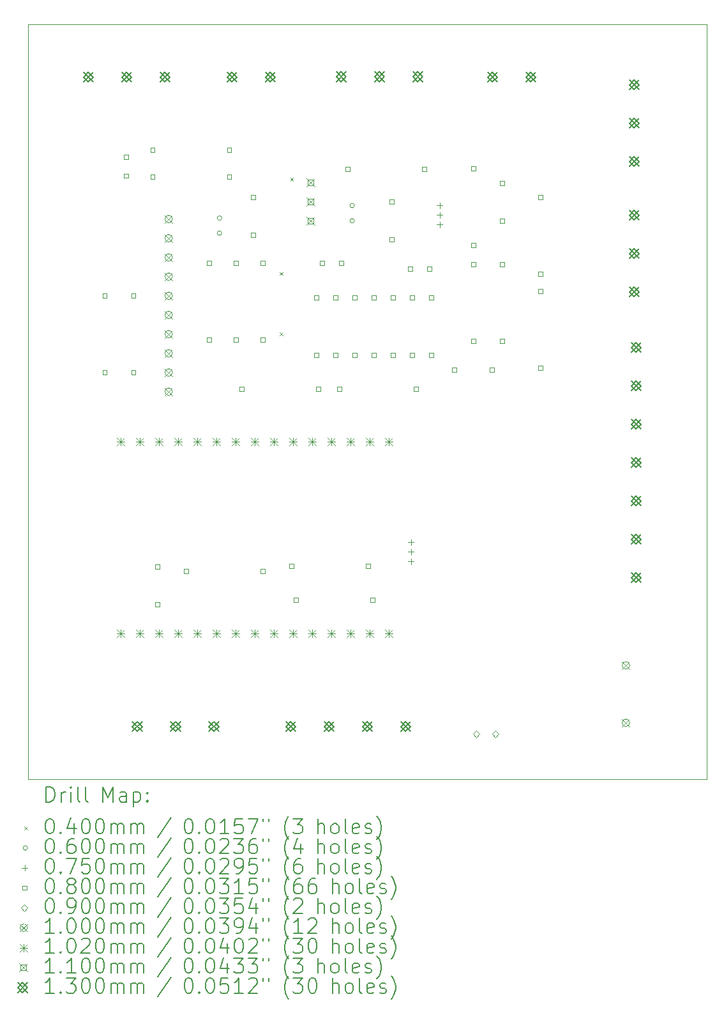
<source format=gbr>
%TF.GenerationSoftware,KiCad,Pcbnew,(7.0.0)*%
%TF.CreationDate,2023-03-16T01:18:49+05:30*%
%TF.ProjectId,final_year v1.0,66696e61-6c5f-4796-9561-722076312e30,rev?*%
%TF.SameCoordinates,Original*%
%TF.FileFunction,Drillmap*%
%TF.FilePolarity,Positive*%
%FSLAX45Y45*%
G04 Gerber Fmt 4.5, Leading zero omitted, Abs format (unit mm)*
G04 Created by KiCad (PCBNEW (7.0.0)) date 2023-03-16 01:18:49*
%MOMM*%
%LPD*%
G01*
G04 APERTURE LIST*
%ADD10C,0.100000*%
%ADD11C,0.200000*%
%ADD12C,0.040000*%
%ADD13C,0.060000*%
%ADD14C,0.075000*%
%ADD15C,0.080000*%
%ADD16C,0.090000*%
%ADD17C,0.102000*%
%ADD18C,0.110000*%
%ADD19C,0.130000*%
G04 APERTURE END LIST*
D10*
X1206500Y-1206500D02*
X10206500Y-1206500D01*
X10206500Y-1206500D02*
X10206500Y-11206500D01*
X10206500Y-11206500D02*
X1206500Y-11206500D01*
X1206500Y-11206500D02*
X1206500Y-1206500D01*
D11*
D12*
X4546500Y-4486500D02*
X4586500Y-4526500D01*
X4586500Y-4486500D02*
X4546500Y-4526500D01*
X4546500Y-5286500D02*
X4586500Y-5326500D01*
X4586500Y-5286500D02*
X4546500Y-5326500D01*
X4686500Y-3236500D02*
X4726500Y-3276500D01*
X4726500Y-3236500D02*
X4686500Y-3276500D01*
D13*
X3776500Y-3770760D02*
G75*
G03*
X3776500Y-3770760I-30000J0D01*
G01*
X3776500Y-3970760D02*
G75*
G03*
X3776500Y-3970760I-30000J0D01*
G01*
X5536500Y-3606500D02*
G75*
G03*
X5536500Y-3606500I-30000J0D01*
G01*
X5536500Y-3806500D02*
G75*
G03*
X5536500Y-3806500I-30000J0D01*
G01*
D14*
X6286500Y-8027000D02*
X6286500Y-8102000D01*
X6249000Y-8064500D02*
X6324000Y-8064500D01*
X6286500Y-8154000D02*
X6286500Y-8229000D01*
X6249000Y-8191500D02*
X6324000Y-8191500D01*
X6286500Y-8281000D02*
X6286500Y-8356000D01*
X6249000Y-8318500D02*
X6324000Y-8318500D01*
X6667500Y-3565300D02*
X6667500Y-3640300D01*
X6630000Y-3602800D02*
X6705000Y-3602800D01*
X6667500Y-3692300D02*
X6667500Y-3767300D01*
X6630000Y-3729800D02*
X6705000Y-3729800D01*
X6667500Y-3819300D02*
X6667500Y-3894300D01*
X6630000Y-3856800D02*
X6705000Y-3856800D01*
D15*
X2253785Y-4826785D02*
X2253785Y-4770216D01*
X2197216Y-4770216D01*
X2197216Y-4826785D01*
X2253785Y-4826785D01*
X2253785Y-5842784D02*
X2253785Y-5786215D01*
X2197216Y-5786215D01*
X2197216Y-5842784D01*
X2253785Y-5842784D01*
X2534785Y-2989784D02*
X2534785Y-2933215D01*
X2478216Y-2933215D01*
X2478216Y-2989784D01*
X2534785Y-2989784D01*
X2534785Y-3239784D02*
X2534785Y-3183215D01*
X2478216Y-3183215D01*
X2478216Y-3239784D01*
X2534785Y-3239784D01*
X2634785Y-4826785D02*
X2634785Y-4770216D01*
X2578216Y-4770216D01*
X2578216Y-4826785D01*
X2634785Y-4826785D01*
X2634785Y-5842784D02*
X2634785Y-5786215D01*
X2578216Y-5786215D01*
X2578216Y-5842784D01*
X2634785Y-5842784D01*
X2886784Y-2894784D02*
X2886784Y-2838215D01*
X2830215Y-2838215D01*
X2830215Y-2894784D01*
X2886784Y-2894784D01*
X2886784Y-3250384D02*
X2886784Y-3193815D01*
X2830215Y-3193815D01*
X2830215Y-3250384D01*
X2886784Y-3250384D01*
X2949284Y-8414285D02*
X2949284Y-8357715D01*
X2892715Y-8357715D01*
X2892715Y-8414285D01*
X2949284Y-8414285D01*
X2949284Y-8914285D02*
X2949284Y-8857716D01*
X2892715Y-8857716D01*
X2892715Y-8914285D01*
X2949284Y-8914285D01*
X3330284Y-8473785D02*
X3330284Y-8417216D01*
X3273715Y-8417216D01*
X3273715Y-8473785D01*
X3330284Y-8473785D01*
X3635084Y-4397085D02*
X3635084Y-4340516D01*
X3578515Y-4340516D01*
X3578515Y-4397085D01*
X3635084Y-4397085D01*
X3635084Y-5413085D02*
X3635084Y-5356516D01*
X3578515Y-5356516D01*
X3578515Y-5413085D01*
X3635084Y-5413085D01*
X3902784Y-2894784D02*
X3902784Y-2838215D01*
X3846215Y-2838215D01*
X3846215Y-2894784D01*
X3902784Y-2894784D01*
X3902784Y-3250384D02*
X3902784Y-3193815D01*
X3846215Y-3193815D01*
X3846215Y-3250384D01*
X3902784Y-3250384D01*
X3990684Y-4397085D02*
X3990684Y-4340516D01*
X3934115Y-4340516D01*
X3934115Y-4397085D01*
X3990684Y-4397085D01*
X3990684Y-5413085D02*
X3990684Y-5356516D01*
X3934115Y-5356516D01*
X3934115Y-5413085D01*
X3990684Y-5413085D01*
X4066884Y-6060784D02*
X4066884Y-6004215D01*
X4010315Y-6004215D01*
X4010315Y-6060784D01*
X4066884Y-6060784D01*
X4219285Y-3520784D02*
X4219285Y-3464215D01*
X4162715Y-3464215D01*
X4162715Y-3520784D01*
X4219285Y-3520784D01*
X4219285Y-4020784D02*
X4219285Y-3964215D01*
X4162715Y-3964215D01*
X4162715Y-4020784D01*
X4219285Y-4020784D01*
X4346285Y-4397085D02*
X4346285Y-4340516D01*
X4289716Y-4340516D01*
X4289716Y-4397085D01*
X4346285Y-4397085D01*
X4346285Y-5413085D02*
X4346285Y-5356516D01*
X4289716Y-5356516D01*
X4289716Y-5413085D01*
X4346285Y-5413085D01*
X4346285Y-8473785D02*
X4346285Y-8417216D01*
X4289716Y-8417216D01*
X4289716Y-8473785D01*
X4346285Y-8473785D01*
X4727285Y-8410285D02*
X4727285Y-8353715D01*
X4670716Y-8353715D01*
X4670716Y-8410285D01*
X4727285Y-8410285D01*
X4790785Y-8854785D02*
X4790785Y-8798216D01*
X4734216Y-8798216D01*
X4734216Y-8854785D01*
X4790785Y-8854785D01*
X5057485Y-4854285D02*
X5057485Y-4797716D01*
X5000916Y-4797716D01*
X5000916Y-4854285D01*
X5057485Y-4854285D01*
X5057485Y-5616284D02*
X5057485Y-5559716D01*
X5000916Y-5559716D01*
X5000916Y-5616284D01*
X5057485Y-5616284D01*
X5082885Y-6060784D02*
X5082885Y-6004215D01*
X5026316Y-6004215D01*
X5026316Y-6060784D01*
X5082885Y-6060784D01*
X5136585Y-4397085D02*
X5136585Y-4340516D01*
X5080016Y-4340516D01*
X5080016Y-4397085D01*
X5136585Y-4397085D01*
X5311485Y-4854285D02*
X5311485Y-4797716D01*
X5254916Y-4797716D01*
X5254916Y-4854285D01*
X5311485Y-4854285D01*
X5311485Y-5616284D02*
X5311485Y-5559716D01*
X5254916Y-5559716D01*
X5254916Y-5616284D01*
X5311485Y-5616284D01*
X5362285Y-6060784D02*
X5362285Y-6004215D01*
X5305716Y-6004215D01*
X5305716Y-6060784D01*
X5362285Y-6060784D01*
X5390585Y-4397085D02*
X5390585Y-4340516D01*
X5334016Y-4340516D01*
X5334016Y-4397085D01*
X5390585Y-4397085D01*
X5473085Y-3148484D02*
X5473085Y-3091915D01*
X5416516Y-3091915D01*
X5416516Y-3148484D01*
X5473085Y-3148484D01*
X5565485Y-4854285D02*
X5565485Y-4797716D01*
X5508916Y-4797716D01*
X5508916Y-4854285D01*
X5565485Y-4854285D01*
X5565485Y-5616284D02*
X5565485Y-5559716D01*
X5508916Y-5559716D01*
X5508916Y-5616284D01*
X5565485Y-5616284D01*
X5743284Y-8410285D02*
X5743284Y-8353715D01*
X5686715Y-8353715D01*
X5686715Y-8410285D01*
X5743284Y-8410285D01*
X5806784Y-8854785D02*
X5806784Y-8798216D01*
X5750215Y-8798216D01*
X5750215Y-8854785D01*
X5806784Y-8854785D01*
X5819484Y-4854285D02*
X5819484Y-4797716D01*
X5762915Y-4797716D01*
X5762915Y-4854285D01*
X5819484Y-4854285D01*
X5819484Y-5616284D02*
X5819484Y-5559716D01*
X5762915Y-5559716D01*
X5762915Y-5616284D01*
X5819484Y-5616284D01*
X6060784Y-3584284D02*
X6060784Y-3527715D01*
X6004215Y-3527715D01*
X6004215Y-3584284D01*
X6060784Y-3584284D01*
X6060784Y-4084284D02*
X6060784Y-4027715D01*
X6004215Y-4027715D01*
X6004215Y-4084284D01*
X6060784Y-4084284D01*
X6073484Y-4854285D02*
X6073484Y-4797716D01*
X6016915Y-4797716D01*
X6016915Y-4854285D01*
X6073484Y-4854285D01*
X6073484Y-5616284D02*
X6073484Y-5559716D01*
X6016915Y-5559716D01*
X6016915Y-5616284D01*
X6073484Y-5616284D01*
X6302084Y-4473285D02*
X6302084Y-4416716D01*
X6245515Y-4416716D01*
X6245515Y-4473285D01*
X6302084Y-4473285D01*
X6327484Y-4854285D02*
X6327484Y-4797716D01*
X6270915Y-4797716D01*
X6270915Y-4854285D01*
X6327484Y-4854285D01*
X6327484Y-5616284D02*
X6327484Y-5559716D01*
X6270915Y-5559716D01*
X6270915Y-5616284D01*
X6327484Y-5616284D01*
X6378284Y-6060784D02*
X6378284Y-6004215D01*
X6321715Y-6004215D01*
X6321715Y-6060784D01*
X6378284Y-6060784D01*
X6489084Y-3148484D02*
X6489084Y-3091915D01*
X6432515Y-3091915D01*
X6432515Y-3148484D01*
X6489084Y-3148484D01*
X6556084Y-4473285D02*
X6556084Y-4416716D01*
X6499515Y-4416716D01*
X6499515Y-4473285D01*
X6556084Y-4473285D01*
X6581484Y-4854285D02*
X6581484Y-4797716D01*
X6524915Y-4797716D01*
X6524915Y-4854285D01*
X6581484Y-4854285D01*
X6581484Y-5616284D02*
X6581484Y-5559716D01*
X6524915Y-5559716D01*
X6524915Y-5616284D01*
X6581484Y-5616284D01*
X6890284Y-5806784D02*
X6890284Y-5750215D01*
X6833715Y-5750215D01*
X6833715Y-5806784D01*
X6890284Y-5806784D01*
X7140284Y-3139784D02*
X7140284Y-3083215D01*
X7083715Y-3083215D01*
X7083715Y-3139784D01*
X7140284Y-3139784D01*
X7140284Y-4155784D02*
X7140284Y-4099215D01*
X7083715Y-4099215D01*
X7083715Y-4155784D01*
X7140284Y-4155784D01*
X7140284Y-4409785D02*
X7140284Y-4353216D01*
X7083715Y-4353216D01*
X7083715Y-4409785D01*
X7140284Y-4409785D01*
X7140284Y-5425785D02*
X7140284Y-5369216D01*
X7083715Y-5369216D01*
X7083715Y-5425785D01*
X7140284Y-5425785D01*
X7390284Y-5806784D02*
X7390284Y-5750215D01*
X7333715Y-5750215D01*
X7333715Y-5806784D01*
X7390284Y-5806784D01*
X7521284Y-3334284D02*
X7521284Y-3277715D01*
X7464715Y-3277715D01*
X7464715Y-3334284D01*
X7521284Y-3334284D01*
X7521284Y-3834284D02*
X7521284Y-3777715D01*
X7464715Y-3777715D01*
X7464715Y-3834284D01*
X7521284Y-3834284D01*
X7521284Y-4409785D02*
X7521284Y-4353216D01*
X7464715Y-4353216D01*
X7464715Y-4409785D01*
X7521284Y-4409785D01*
X7521284Y-5425785D02*
X7521284Y-5369216D01*
X7464715Y-5369216D01*
X7464715Y-5425785D01*
X7521284Y-5425785D01*
X8029284Y-3520784D02*
X8029284Y-3464215D01*
X7972715Y-3464215D01*
X7972715Y-3520784D01*
X8029284Y-3520784D01*
X8029284Y-4536785D02*
X8029284Y-4480216D01*
X7972715Y-4480216D01*
X7972715Y-4536785D01*
X8029284Y-4536785D01*
X8029284Y-4765385D02*
X8029284Y-4708816D01*
X7972715Y-4708816D01*
X7972715Y-4765385D01*
X8029284Y-4765385D01*
X8029284Y-5781384D02*
X8029284Y-5724815D01*
X7972715Y-5724815D01*
X7972715Y-5781384D01*
X8029284Y-5781384D01*
D16*
X7152500Y-10651500D02*
X7197500Y-10606500D01*
X7152500Y-10561500D01*
X7107500Y-10606500D01*
X7152500Y-10651500D01*
X7406500Y-10651500D02*
X7451500Y-10606500D01*
X7406500Y-10561500D01*
X7361500Y-10606500D01*
X7406500Y-10651500D01*
D10*
X3023400Y-3734600D02*
X3123400Y-3834600D01*
X3123400Y-3734600D02*
X3023400Y-3834600D01*
X3123400Y-3784600D02*
G75*
G03*
X3123400Y-3784600I-50000J0D01*
G01*
X3023400Y-3988600D02*
X3123400Y-4088600D01*
X3123400Y-3988600D02*
X3023400Y-4088600D01*
X3123400Y-4038600D02*
G75*
G03*
X3123400Y-4038600I-50000J0D01*
G01*
X3023400Y-4242600D02*
X3123400Y-4342600D01*
X3123400Y-4242600D02*
X3023400Y-4342600D01*
X3123400Y-4292600D02*
G75*
G03*
X3123400Y-4292600I-50000J0D01*
G01*
X3023400Y-4496600D02*
X3123400Y-4596600D01*
X3123400Y-4496600D02*
X3023400Y-4596600D01*
X3123400Y-4546600D02*
G75*
G03*
X3123400Y-4546600I-50000J0D01*
G01*
X3023400Y-4750600D02*
X3123400Y-4850600D01*
X3123400Y-4750600D02*
X3023400Y-4850600D01*
X3123400Y-4800600D02*
G75*
G03*
X3123400Y-4800600I-50000J0D01*
G01*
X3023400Y-5004600D02*
X3123400Y-5104600D01*
X3123400Y-5004600D02*
X3023400Y-5104600D01*
X3123400Y-5054600D02*
G75*
G03*
X3123400Y-5054600I-50000J0D01*
G01*
X3023400Y-5258600D02*
X3123400Y-5358600D01*
X3123400Y-5258600D02*
X3023400Y-5358600D01*
X3123400Y-5308600D02*
G75*
G03*
X3123400Y-5308600I-50000J0D01*
G01*
X3023400Y-5512600D02*
X3123400Y-5612600D01*
X3123400Y-5512600D02*
X3023400Y-5612600D01*
X3123400Y-5562600D02*
G75*
G03*
X3123400Y-5562600I-50000J0D01*
G01*
X3023400Y-5766600D02*
X3123400Y-5866600D01*
X3123400Y-5766600D02*
X3023400Y-5866600D01*
X3123400Y-5816600D02*
G75*
G03*
X3123400Y-5816600I-50000J0D01*
G01*
X3023400Y-6020600D02*
X3123400Y-6120600D01*
X3123400Y-6020600D02*
X3023400Y-6120600D01*
X3123400Y-6070600D02*
G75*
G03*
X3123400Y-6070600I-50000J0D01*
G01*
X9086500Y-9646500D02*
X9186500Y-9746500D01*
X9186500Y-9646500D02*
X9086500Y-9746500D01*
X9186500Y-9696500D02*
G75*
G03*
X9186500Y-9696500I-50000J0D01*
G01*
X9086500Y-10406500D02*
X9186500Y-10506500D01*
X9186500Y-10406500D02*
X9086500Y-10506500D01*
X9186500Y-10456500D02*
G75*
G03*
X9186500Y-10456500I-50000J0D01*
G01*
D17*
X2389500Y-6680000D02*
X2491500Y-6782000D01*
X2491500Y-6680000D02*
X2389500Y-6782000D01*
X2440500Y-6680000D02*
X2440500Y-6782000D01*
X2389500Y-6731000D02*
X2491500Y-6731000D01*
X2389500Y-9220000D02*
X2491500Y-9322000D01*
X2491500Y-9220000D02*
X2389500Y-9322000D01*
X2440500Y-9220000D02*
X2440500Y-9322000D01*
X2389500Y-9271000D02*
X2491500Y-9271000D01*
X2643500Y-6680000D02*
X2745500Y-6782000D01*
X2745500Y-6680000D02*
X2643500Y-6782000D01*
X2694500Y-6680000D02*
X2694500Y-6782000D01*
X2643500Y-6731000D02*
X2745500Y-6731000D01*
X2643500Y-9220000D02*
X2745500Y-9322000D01*
X2745500Y-9220000D02*
X2643500Y-9322000D01*
X2694500Y-9220000D02*
X2694500Y-9322000D01*
X2643500Y-9271000D02*
X2745500Y-9271000D01*
X2897500Y-6680000D02*
X2999500Y-6782000D01*
X2999500Y-6680000D02*
X2897500Y-6782000D01*
X2948500Y-6680000D02*
X2948500Y-6782000D01*
X2897500Y-6731000D02*
X2999500Y-6731000D01*
X2897500Y-9220000D02*
X2999500Y-9322000D01*
X2999500Y-9220000D02*
X2897500Y-9322000D01*
X2948500Y-9220000D02*
X2948500Y-9322000D01*
X2897500Y-9271000D02*
X2999500Y-9271000D01*
X3151500Y-6680000D02*
X3253500Y-6782000D01*
X3253500Y-6680000D02*
X3151500Y-6782000D01*
X3202500Y-6680000D02*
X3202500Y-6782000D01*
X3151500Y-6731000D02*
X3253500Y-6731000D01*
X3151500Y-9220000D02*
X3253500Y-9322000D01*
X3253500Y-9220000D02*
X3151500Y-9322000D01*
X3202500Y-9220000D02*
X3202500Y-9322000D01*
X3151500Y-9271000D02*
X3253500Y-9271000D01*
X3405500Y-6680000D02*
X3507500Y-6782000D01*
X3507500Y-6680000D02*
X3405500Y-6782000D01*
X3456500Y-6680000D02*
X3456500Y-6782000D01*
X3405500Y-6731000D02*
X3507500Y-6731000D01*
X3405500Y-9220000D02*
X3507500Y-9322000D01*
X3507500Y-9220000D02*
X3405500Y-9322000D01*
X3456500Y-9220000D02*
X3456500Y-9322000D01*
X3405500Y-9271000D02*
X3507500Y-9271000D01*
X3659500Y-6680000D02*
X3761500Y-6782000D01*
X3761500Y-6680000D02*
X3659500Y-6782000D01*
X3710500Y-6680000D02*
X3710500Y-6782000D01*
X3659500Y-6731000D02*
X3761500Y-6731000D01*
X3659500Y-9220000D02*
X3761500Y-9322000D01*
X3761500Y-9220000D02*
X3659500Y-9322000D01*
X3710500Y-9220000D02*
X3710500Y-9322000D01*
X3659500Y-9271000D02*
X3761500Y-9271000D01*
X3913500Y-6680000D02*
X4015500Y-6782000D01*
X4015500Y-6680000D02*
X3913500Y-6782000D01*
X3964500Y-6680000D02*
X3964500Y-6782000D01*
X3913500Y-6731000D02*
X4015500Y-6731000D01*
X3913500Y-9220000D02*
X4015500Y-9322000D01*
X4015500Y-9220000D02*
X3913500Y-9322000D01*
X3964500Y-9220000D02*
X3964500Y-9322000D01*
X3913500Y-9271000D02*
X4015500Y-9271000D01*
X4167500Y-6680000D02*
X4269500Y-6782000D01*
X4269500Y-6680000D02*
X4167500Y-6782000D01*
X4218500Y-6680000D02*
X4218500Y-6782000D01*
X4167500Y-6731000D02*
X4269500Y-6731000D01*
X4167500Y-9220000D02*
X4269500Y-9322000D01*
X4269500Y-9220000D02*
X4167500Y-9322000D01*
X4218500Y-9220000D02*
X4218500Y-9322000D01*
X4167500Y-9271000D02*
X4269500Y-9271000D01*
X4421500Y-6680000D02*
X4523500Y-6782000D01*
X4523500Y-6680000D02*
X4421500Y-6782000D01*
X4472500Y-6680000D02*
X4472500Y-6782000D01*
X4421500Y-6731000D02*
X4523500Y-6731000D01*
X4421500Y-9220000D02*
X4523500Y-9322000D01*
X4523500Y-9220000D02*
X4421500Y-9322000D01*
X4472500Y-9220000D02*
X4472500Y-9322000D01*
X4421500Y-9271000D02*
X4523500Y-9271000D01*
X4675500Y-6680000D02*
X4777500Y-6782000D01*
X4777500Y-6680000D02*
X4675500Y-6782000D01*
X4726500Y-6680000D02*
X4726500Y-6782000D01*
X4675500Y-6731000D02*
X4777500Y-6731000D01*
X4675500Y-9220000D02*
X4777500Y-9322000D01*
X4777500Y-9220000D02*
X4675500Y-9322000D01*
X4726500Y-9220000D02*
X4726500Y-9322000D01*
X4675500Y-9271000D02*
X4777500Y-9271000D01*
X4929500Y-6680000D02*
X5031500Y-6782000D01*
X5031500Y-6680000D02*
X4929500Y-6782000D01*
X4980500Y-6680000D02*
X4980500Y-6782000D01*
X4929500Y-6731000D02*
X5031500Y-6731000D01*
X4929500Y-9220000D02*
X5031500Y-9322000D01*
X5031500Y-9220000D02*
X4929500Y-9322000D01*
X4980500Y-9220000D02*
X4980500Y-9322000D01*
X4929500Y-9271000D02*
X5031500Y-9271000D01*
X5183500Y-6680000D02*
X5285500Y-6782000D01*
X5285500Y-6680000D02*
X5183500Y-6782000D01*
X5234500Y-6680000D02*
X5234500Y-6782000D01*
X5183500Y-6731000D02*
X5285500Y-6731000D01*
X5183500Y-9220000D02*
X5285500Y-9322000D01*
X5285500Y-9220000D02*
X5183500Y-9322000D01*
X5234500Y-9220000D02*
X5234500Y-9322000D01*
X5183500Y-9271000D02*
X5285500Y-9271000D01*
X5437500Y-6680000D02*
X5539500Y-6782000D01*
X5539500Y-6680000D02*
X5437500Y-6782000D01*
X5488500Y-6680000D02*
X5488500Y-6782000D01*
X5437500Y-6731000D02*
X5539500Y-6731000D01*
X5437500Y-9220000D02*
X5539500Y-9322000D01*
X5539500Y-9220000D02*
X5437500Y-9322000D01*
X5488500Y-9220000D02*
X5488500Y-9322000D01*
X5437500Y-9271000D02*
X5539500Y-9271000D01*
X5691500Y-6680000D02*
X5793500Y-6782000D01*
X5793500Y-6680000D02*
X5691500Y-6782000D01*
X5742500Y-6680000D02*
X5742500Y-6782000D01*
X5691500Y-6731000D02*
X5793500Y-6731000D01*
X5691500Y-9220000D02*
X5793500Y-9322000D01*
X5793500Y-9220000D02*
X5691500Y-9322000D01*
X5742500Y-9220000D02*
X5742500Y-9322000D01*
X5691500Y-9271000D02*
X5793500Y-9271000D01*
X5945500Y-6680000D02*
X6047500Y-6782000D01*
X6047500Y-6680000D02*
X5945500Y-6782000D01*
X5996500Y-6680000D02*
X5996500Y-6782000D01*
X5945500Y-6731000D02*
X6047500Y-6731000D01*
X5945500Y-9220000D02*
X6047500Y-9322000D01*
X6047500Y-9220000D02*
X5945500Y-9322000D01*
X5996500Y-9220000D02*
X5996500Y-9322000D01*
X5945500Y-9271000D02*
X6047500Y-9271000D01*
D18*
X4900100Y-3244000D02*
X5010100Y-3354000D01*
X5010100Y-3244000D02*
X4900100Y-3354000D01*
X4993991Y-3337891D02*
X4993991Y-3260109D01*
X4916209Y-3260109D01*
X4916209Y-3337891D01*
X4993991Y-3337891D01*
X4900100Y-3498000D02*
X5010100Y-3608000D01*
X5010100Y-3498000D02*
X4900100Y-3608000D01*
X4993991Y-3591891D02*
X4993991Y-3514109D01*
X4916209Y-3514109D01*
X4916209Y-3591891D01*
X4993991Y-3591891D01*
X4900100Y-3752000D02*
X5010100Y-3862000D01*
X5010100Y-3752000D02*
X4900100Y-3862000D01*
X4993991Y-3845891D02*
X4993991Y-3768109D01*
X4916209Y-3768109D01*
X4916209Y-3845891D01*
X4993991Y-3845891D01*
D19*
X1941600Y-1840000D02*
X2071600Y-1970000D01*
X2071600Y-1840000D02*
X1941600Y-1970000D01*
X2006600Y-1970000D02*
X2071600Y-1905000D01*
X2006600Y-1840000D01*
X1941600Y-1905000D01*
X2006600Y-1970000D01*
X2449600Y-1840000D02*
X2579600Y-1970000D01*
X2579600Y-1840000D02*
X2449600Y-1970000D01*
X2514600Y-1970000D02*
X2579600Y-1905000D01*
X2514600Y-1840000D01*
X2449600Y-1905000D01*
X2514600Y-1970000D01*
X2593000Y-10441500D02*
X2723000Y-10571500D01*
X2723000Y-10441500D02*
X2593000Y-10571500D01*
X2658000Y-10571500D02*
X2723000Y-10506500D01*
X2658000Y-10441500D01*
X2593000Y-10506500D01*
X2658000Y-10571500D01*
X2957600Y-1840000D02*
X3087600Y-1970000D01*
X3087600Y-1840000D02*
X2957600Y-1970000D01*
X3022600Y-1970000D02*
X3087600Y-1905000D01*
X3022600Y-1840000D01*
X2957600Y-1905000D01*
X3022600Y-1970000D01*
X3101000Y-10441500D02*
X3231000Y-10571500D01*
X3231000Y-10441500D02*
X3101000Y-10571500D01*
X3166000Y-10571500D02*
X3231000Y-10506500D01*
X3166000Y-10441500D01*
X3101000Y-10506500D01*
X3166000Y-10571500D01*
X3609000Y-10441500D02*
X3739000Y-10571500D01*
X3739000Y-10441500D02*
X3609000Y-10571500D01*
X3674000Y-10571500D02*
X3739000Y-10506500D01*
X3674000Y-10441500D01*
X3609000Y-10506500D01*
X3674000Y-10571500D01*
X3846600Y-1840000D02*
X3976600Y-1970000D01*
X3976600Y-1840000D02*
X3846600Y-1970000D01*
X3911600Y-1970000D02*
X3976600Y-1905000D01*
X3911600Y-1840000D01*
X3846600Y-1905000D01*
X3911600Y-1970000D01*
X4354600Y-1840000D02*
X4484600Y-1970000D01*
X4484600Y-1840000D02*
X4354600Y-1970000D01*
X4419600Y-1970000D02*
X4484600Y-1905000D01*
X4419600Y-1840000D01*
X4354600Y-1905000D01*
X4419600Y-1970000D01*
X4625500Y-10441500D02*
X4755500Y-10571500D01*
X4755500Y-10441500D02*
X4625500Y-10571500D01*
X4690500Y-10571500D02*
X4755500Y-10506500D01*
X4690500Y-10441500D01*
X4625500Y-10506500D01*
X4690500Y-10571500D01*
X5133500Y-10441500D02*
X5263500Y-10571500D01*
X5263500Y-10441500D02*
X5133500Y-10571500D01*
X5198500Y-10571500D02*
X5263500Y-10506500D01*
X5198500Y-10441500D01*
X5133500Y-10506500D01*
X5198500Y-10571500D01*
X5294400Y-1834900D02*
X5424400Y-1964900D01*
X5424400Y-1834900D02*
X5294400Y-1964900D01*
X5359400Y-1964900D02*
X5424400Y-1899900D01*
X5359400Y-1834900D01*
X5294400Y-1899900D01*
X5359400Y-1964900D01*
X5641500Y-10441500D02*
X5771500Y-10571500D01*
X5771500Y-10441500D02*
X5641500Y-10571500D01*
X5706500Y-10571500D02*
X5771500Y-10506500D01*
X5706500Y-10441500D01*
X5641500Y-10506500D01*
X5706500Y-10571500D01*
X5802400Y-1834900D02*
X5932400Y-1964900D01*
X5932400Y-1834900D02*
X5802400Y-1964900D01*
X5867400Y-1964900D02*
X5932400Y-1899900D01*
X5867400Y-1834900D01*
X5802400Y-1899900D01*
X5867400Y-1964900D01*
X6149500Y-10441500D02*
X6279500Y-10571500D01*
X6279500Y-10441500D02*
X6149500Y-10571500D01*
X6214500Y-10571500D02*
X6279500Y-10506500D01*
X6214500Y-10441500D01*
X6149500Y-10506500D01*
X6214500Y-10571500D01*
X6310400Y-1834900D02*
X6440400Y-1964900D01*
X6440400Y-1834900D02*
X6310400Y-1964900D01*
X6375400Y-1964900D02*
X6440400Y-1899900D01*
X6375400Y-1834900D01*
X6310400Y-1899900D01*
X6375400Y-1964900D01*
X7301000Y-1840000D02*
X7431000Y-1970000D01*
X7431000Y-1840000D02*
X7301000Y-1970000D01*
X7366000Y-1970000D02*
X7431000Y-1905000D01*
X7366000Y-1840000D01*
X7301000Y-1905000D01*
X7366000Y-1970000D01*
X7809000Y-1840000D02*
X7939000Y-1970000D01*
X7939000Y-1840000D02*
X7809000Y-1970000D01*
X7874000Y-1970000D02*
X7939000Y-1905000D01*
X7874000Y-1840000D01*
X7809000Y-1905000D01*
X7874000Y-1970000D01*
X9180600Y-1941600D02*
X9310600Y-2071600D01*
X9310600Y-1941600D02*
X9180600Y-2071600D01*
X9245600Y-2071600D02*
X9310600Y-2006600D01*
X9245600Y-1941600D01*
X9180600Y-2006600D01*
X9245600Y-2071600D01*
X9180600Y-2449600D02*
X9310600Y-2579600D01*
X9310600Y-2449600D02*
X9180600Y-2579600D01*
X9245600Y-2579600D02*
X9310600Y-2514600D01*
X9245600Y-2449600D01*
X9180600Y-2514600D01*
X9245600Y-2579600D01*
X9180600Y-2957600D02*
X9310600Y-3087600D01*
X9310600Y-2957600D02*
X9180600Y-3087600D01*
X9245600Y-3087600D02*
X9310600Y-3022600D01*
X9245600Y-2957600D01*
X9180600Y-3022600D01*
X9245600Y-3087600D01*
X9180600Y-3668800D02*
X9310600Y-3798800D01*
X9310600Y-3668800D02*
X9180600Y-3798800D01*
X9245600Y-3798800D02*
X9310600Y-3733800D01*
X9245600Y-3668800D01*
X9180600Y-3733800D01*
X9245600Y-3798800D01*
X9180600Y-4176800D02*
X9310600Y-4306800D01*
X9310600Y-4176800D02*
X9180600Y-4306800D01*
X9245600Y-4306800D02*
X9310600Y-4241800D01*
X9245600Y-4176800D01*
X9180600Y-4241800D01*
X9245600Y-4306800D01*
X9180600Y-4684800D02*
X9310600Y-4814800D01*
X9310600Y-4684800D02*
X9180600Y-4814800D01*
X9245600Y-4814800D02*
X9310600Y-4749800D01*
X9245600Y-4684800D01*
X9180600Y-4749800D01*
X9245600Y-4814800D01*
X9206000Y-5421400D02*
X9336000Y-5551400D01*
X9336000Y-5421400D02*
X9206000Y-5551400D01*
X9271000Y-5551400D02*
X9336000Y-5486400D01*
X9271000Y-5421400D01*
X9206000Y-5486400D01*
X9271000Y-5551400D01*
X9206000Y-5929400D02*
X9336000Y-6059400D01*
X9336000Y-5929400D02*
X9206000Y-6059400D01*
X9271000Y-6059400D02*
X9336000Y-5994400D01*
X9271000Y-5929400D01*
X9206000Y-5994400D01*
X9271000Y-6059400D01*
X9206000Y-6437400D02*
X9336000Y-6567400D01*
X9336000Y-6437400D02*
X9206000Y-6567400D01*
X9271000Y-6567400D02*
X9336000Y-6502400D01*
X9271000Y-6437400D01*
X9206000Y-6502400D01*
X9271000Y-6567400D01*
X9206000Y-6945400D02*
X9336000Y-7075400D01*
X9336000Y-6945400D02*
X9206000Y-7075400D01*
X9271000Y-7075400D02*
X9336000Y-7010400D01*
X9271000Y-6945400D01*
X9206000Y-7010400D01*
X9271000Y-7075400D01*
X9206000Y-7453400D02*
X9336000Y-7583400D01*
X9336000Y-7453400D02*
X9206000Y-7583400D01*
X9271000Y-7583400D02*
X9336000Y-7518400D01*
X9271000Y-7453400D01*
X9206000Y-7518400D01*
X9271000Y-7583400D01*
X9206000Y-7961400D02*
X9336000Y-8091400D01*
X9336000Y-7961400D02*
X9206000Y-8091400D01*
X9271000Y-8091400D02*
X9336000Y-8026400D01*
X9271000Y-7961400D01*
X9206000Y-8026400D01*
X9271000Y-8091400D01*
X9206000Y-8469400D02*
X9336000Y-8599400D01*
X9336000Y-8469400D02*
X9206000Y-8599400D01*
X9271000Y-8599400D02*
X9336000Y-8534400D01*
X9271000Y-8469400D01*
X9206000Y-8534400D01*
X9271000Y-8599400D01*
D11*
X1449119Y-11504976D02*
X1449119Y-11304976D01*
X1449119Y-11304976D02*
X1496738Y-11304976D01*
X1496738Y-11304976D02*
X1525309Y-11314500D01*
X1525309Y-11314500D02*
X1544357Y-11333548D01*
X1544357Y-11333548D02*
X1553881Y-11352595D01*
X1553881Y-11352595D02*
X1563405Y-11390690D01*
X1563405Y-11390690D02*
X1563405Y-11419262D01*
X1563405Y-11419262D02*
X1553881Y-11457357D01*
X1553881Y-11457357D02*
X1544357Y-11476405D01*
X1544357Y-11476405D02*
X1525309Y-11495452D01*
X1525309Y-11495452D02*
X1496738Y-11504976D01*
X1496738Y-11504976D02*
X1449119Y-11504976D01*
X1649119Y-11504976D02*
X1649119Y-11371643D01*
X1649119Y-11409738D02*
X1658643Y-11390690D01*
X1658643Y-11390690D02*
X1668167Y-11381167D01*
X1668167Y-11381167D02*
X1687214Y-11371643D01*
X1687214Y-11371643D02*
X1706262Y-11371643D01*
X1772928Y-11504976D02*
X1772928Y-11371643D01*
X1772928Y-11304976D02*
X1763405Y-11314500D01*
X1763405Y-11314500D02*
X1772928Y-11324024D01*
X1772928Y-11324024D02*
X1782452Y-11314500D01*
X1782452Y-11314500D02*
X1772928Y-11304976D01*
X1772928Y-11304976D02*
X1772928Y-11324024D01*
X1896738Y-11504976D02*
X1877690Y-11495452D01*
X1877690Y-11495452D02*
X1868167Y-11476405D01*
X1868167Y-11476405D02*
X1868167Y-11304976D01*
X2001500Y-11504976D02*
X1982452Y-11495452D01*
X1982452Y-11495452D02*
X1972928Y-11476405D01*
X1972928Y-11476405D02*
X1972928Y-11304976D01*
X2197690Y-11504976D02*
X2197690Y-11304976D01*
X2197690Y-11304976D02*
X2264357Y-11447833D01*
X2264357Y-11447833D02*
X2331024Y-11304976D01*
X2331024Y-11304976D02*
X2331024Y-11504976D01*
X2511976Y-11504976D02*
X2511976Y-11400214D01*
X2511976Y-11400214D02*
X2502452Y-11381167D01*
X2502452Y-11381167D02*
X2483405Y-11371643D01*
X2483405Y-11371643D02*
X2445309Y-11371643D01*
X2445309Y-11371643D02*
X2426262Y-11381167D01*
X2511976Y-11495452D02*
X2492929Y-11504976D01*
X2492929Y-11504976D02*
X2445309Y-11504976D01*
X2445309Y-11504976D02*
X2426262Y-11495452D01*
X2426262Y-11495452D02*
X2416738Y-11476405D01*
X2416738Y-11476405D02*
X2416738Y-11457357D01*
X2416738Y-11457357D02*
X2426262Y-11438309D01*
X2426262Y-11438309D02*
X2445309Y-11428786D01*
X2445309Y-11428786D02*
X2492929Y-11428786D01*
X2492929Y-11428786D02*
X2511976Y-11419262D01*
X2607214Y-11371643D02*
X2607214Y-11571643D01*
X2607214Y-11381167D02*
X2626262Y-11371643D01*
X2626262Y-11371643D02*
X2664357Y-11371643D01*
X2664357Y-11371643D02*
X2683405Y-11381167D01*
X2683405Y-11381167D02*
X2692929Y-11390690D01*
X2692929Y-11390690D02*
X2702452Y-11409738D01*
X2702452Y-11409738D02*
X2702452Y-11466881D01*
X2702452Y-11466881D02*
X2692929Y-11485928D01*
X2692929Y-11485928D02*
X2683405Y-11495452D01*
X2683405Y-11495452D02*
X2664357Y-11504976D01*
X2664357Y-11504976D02*
X2626262Y-11504976D01*
X2626262Y-11504976D02*
X2607214Y-11495452D01*
X2788167Y-11485928D02*
X2797690Y-11495452D01*
X2797690Y-11495452D02*
X2788167Y-11504976D01*
X2788167Y-11504976D02*
X2778643Y-11495452D01*
X2778643Y-11495452D02*
X2788167Y-11485928D01*
X2788167Y-11485928D02*
X2788167Y-11504976D01*
X2788167Y-11381167D02*
X2797690Y-11390690D01*
X2797690Y-11390690D02*
X2788167Y-11400214D01*
X2788167Y-11400214D02*
X2778643Y-11390690D01*
X2778643Y-11390690D02*
X2788167Y-11381167D01*
X2788167Y-11381167D02*
X2788167Y-11400214D01*
D12*
X1161500Y-11831500D02*
X1201500Y-11871500D01*
X1201500Y-11831500D02*
X1161500Y-11871500D01*
D11*
X1487214Y-11724976D02*
X1506262Y-11724976D01*
X1506262Y-11724976D02*
X1525309Y-11734500D01*
X1525309Y-11734500D02*
X1534833Y-11744024D01*
X1534833Y-11744024D02*
X1544357Y-11763071D01*
X1544357Y-11763071D02*
X1553881Y-11801167D01*
X1553881Y-11801167D02*
X1553881Y-11848786D01*
X1553881Y-11848786D02*
X1544357Y-11886881D01*
X1544357Y-11886881D02*
X1534833Y-11905928D01*
X1534833Y-11905928D02*
X1525309Y-11915452D01*
X1525309Y-11915452D02*
X1506262Y-11924976D01*
X1506262Y-11924976D02*
X1487214Y-11924976D01*
X1487214Y-11924976D02*
X1468167Y-11915452D01*
X1468167Y-11915452D02*
X1458643Y-11905928D01*
X1458643Y-11905928D02*
X1449119Y-11886881D01*
X1449119Y-11886881D02*
X1439595Y-11848786D01*
X1439595Y-11848786D02*
X1439595Y-11801167D01*
X1439595Y-11801167D02*
X1449119Y-11763071D01*
X1449119Y-11763071D02*
X1458643Y-11744024D01*
X1458643Y-11744024D02*
X1468167Y-11734500D01*
X1468167Y-11734500D02*
X1487214Y-11724976D01*
X1639595Y-11905928D02*
X1649119Y-11915452D01*
X1649119Y-11915452D02*
X1639595Y-11924976D01*
X1639595Y-11924976D02*
X1630071Y-11915452D01*
X1630071Y-11915452D02*
X1639595Y-11905928D01*
X1639595Y-11905928D02*
X1639595Y-11924976D01*
X1820548Y-11791643D02*
X1820548Y-11924976D01*
X1772928Y-11715452D02*
X1725309Y-11858309D01*
X1725309Y-11858309D02*
X1849119Y-11858309D01*
X1963405Y-11724976D02*
X1982452Y-11724976D01*
X1982452Y-11724976D02*
X2001500Y-11734500D01*
X2001500Y-11734500D02*
X2011024Y-11744024D01*
X2011024Y-11744024D02*
X2020548Y-11763071D01*
X2020548Y-11763071D02*
X2030071Y-11801167D01*
X2030071Y-11801167D02*
X2030071Y-11848786D01*
X2030071Y-11848786D02*
X2020548Y-11886881D01*
X2020548Y-11886881D02*
X2011024Y-11905928D01*
X2011024Y-11905928D02*
X2001500Y-11915452D01*
X2001500Y-11915452D02*
X1982452Y-11924976D01*
X1982452Y-11924976D02*
X1963405Y-11924976D01*
X1963405Y-11924976D02*
X1944357Y-11915452D01*
X1944357Y-11915452D02*
X1934833Y-11905928D01*
X1934833Y-11905928D02*
X1925309Y-11886881D01*
X1925309Y-11886881D02*
X1915786Y-11848786D01*
X1915786Y-11848786D02*
X1915786Y-11801167D01*
X1915786Y-11801167D02*
X1925309Y-11763071D01*
X1925309Y-11763071D02*
X1934833Y-11744024D01*
X1934833Y-11744024D02*
X1944357Y-11734500D01*
X1944357Y-11734500D02*
X1963405Y-11724976D01*
X2153881Y-11724976D02*
X2172929Y-11724976D01*
X2172929Y-11724976D02*
X2191976Y-11734500D01*
X2191976Y-11734500D02*
X2201500Y-11744024D01*
X2201500Y-11744024D02*
X2211024Y-11763071D01*
X2211024Y-11763071D02*
X2220548Y-11801167D01*
X2220548Y-11801167D02*
X2220548Y-11848786D01*
X2220548Y-11848786D02*
X2211024Y-11886881D01*
X2211024Y-11886881D02*
X2201500Y-11905928D01*
X2201500Y-11905928D02*
X2191976Y-11915452D01*
X2191976Y-11915452D02*
X2172929Y-11924976D01*
X2172929Y-11924976D02*
X2153881Y-11924976D01*
X2153881Y-11924976D02*
X2134833Y-11915452D01*
X2134833Y-11915452D02*
X2125310Y-11905928D01*
X2125310Y-11905928D02*
X2115786Y-11886881D01*
X2115786Y-11886881D02*
X2106262Y-11848786D01*
X2106262Y-11848786D02*
X2106262Y-11801167D01*
X2106262Y-11801167D02*
X2115786Y-11763071D01*
X2115786Y-11763071D02*
X2125310Y-11744024D01*
X2125310Y-11744024D02*
X2134833Y-11734500D01*
X2134833Y-11734500D02*
X2153881Y-11724976D01*
X2306262Y-11924976D02*
X2306262Y-11791643D01*
X2306262Y-11810690D02*
X2315786Y-11801167D01*
X2315786Y-11801167D02*
X2334833Y-11791643D01*
X2334833Y-11791643D02*
X2363405Y-11791643D01*
X2363405Y-11791643D02*
X2382452Y-11801167D01*
X2382452Y-11801167D02*
X2391976Y-11820214D01*
X2391976Y-11820214D02*
X2391976Y-11924976D01*
X2391976Y-11820214D02*
X2401500Y-11801167D01*
X2401500Y-11801167D02*
X2420548Y-11791643D01*
X2420548Y-11791643D02*
X2449119Y-11791643D01*
X2449119Y-11791643D02*
X2468167Y-11801167D01*
X2468167Y-11801167D02*
X2477691Y-11820214D01*
X2477691Y-11820214D02*
X2477691Y-11924976D01*
X2572929Y-11924976D02*
X2572929Y-11791643D01*
X2572929Y-11810690D02*
X2582452Y-11801167D01*
X2582452Y-11801167D02*
X2601500Y-11791643D01*
X2601500Y-11791643D02*
X2630072Y-11791643D01*
X2630072Y-11791643D02*
X2649119Y-11801167D01*
X2649119Y-11801167D02*
X2658643Y-11820214D01*
X2658643Y-11820214D02*
X2658643Y-11924976D01*
X2658643Y-11820214D02*
X2668167Y-11801167D01*
X2668167Y-11801167D02*
X2687214Y-11791643D01*
X2687214Y-11791643D02*
X2715786Y-11791643D01*
X2715786Y-11791643D02*
X2734833Y-11801167D01*
X2734833Y-11801167D02*
X2744357Y-11820214D01*
X2744357Y-11820214D02*
X2744357Y-11924976D01*
X3102452Y-11715452D02*
X2931024Y-11972595D01*
X3327214Y-11724976D02*
X3346262Y-11724976D01*
X3346262Y-11724976D02*
X3365310Y-11734500D01*
X3365310Y-11734500D02*
X3374833Y-11744024D01*
X3374833Y-11744024D02*
X3384357Y-11763071D01*
X3384357Y-11763071D02*
X3393881Y-11801167D01*
X3393881Y-11801167D02*
X3393881Y-11848786D01*
X3393881Y-11848786D02*
X3384357Y-11886881D01*
X3384357Y-11886881D02*
X3374833Y-11905928D01*
X3374833Y-11905928D02*
X3365310Y-11915452D01*
X3365310Y-11915452D02*
X3346262Y-11924976D01*
X3346262Y-11924976D02*
X3327214Y-11924976D01*
X3327214Y-11924976D02*
X3308167Y-11915452D01*
X3308167Y-11915452D02*
X3298643Y-11905928D01*
X3298643Y-11905928D02*
X3289119Y-11886881D01*
X3289119Y-11886881D02*
X3279595Y-11848786D01*
X3279595Y-11848786D02*
X3279595Y-11801167D01*
X3279595Y-11801167D02*
X3289119Y-11763071D01*
X3289119Y-11763071D02*
X3298643Y-11744024D01*
X3298643Y-11744024D02*
X3308167Y-11734500D01*
X3308167Y-11734500D02*
X3327214Y-11724976D01*
X3479595Y-11905928D02*
X3489119Y-11915452D01*
X3489119Y-11915452D02*
X3479595Y-11924976D01*
X3479595Y-11924976D02*
X3470071Y-11915452D01*
X3470071Y-11915452D02*
X3479595Y-11905928D01*
X3479595Y-11905928D02*
X3479595Y-11924976D01*
X3612929Y-11724976D02*
X3631976Y-11724976D01*
X3631976Y-11724976D02*
X3651024Y-11734500D01*
X3651024Y-11734500D02*
X3660548Y-11744024D01*
X3660548Y-11744024D02*
X3670071Y-11763071D01*
X3670071Y-11763071D02*
X3679595Y-11801167D01*
X3679595Y-11801167D02*
X3679595Y-11848786D01*
X3679595Y-11848786D02*
X3670071Y-11886881D01*
X3670071Y-11886881D02*
X3660548Y-11905928D01*
X3660548Y-11905928D02*
X3651024Y-11915452D01*
X3651024Y-11915452D02*
X3631976Y-11924976D01*
X3631976Y-11924976D02*
X3612929Y-11924976D01*
X3612929Y-11924976D02*
X3593881Y-11915452D01*
X3593881Y-11915452D02*
X3584357Y-11905928D01*
X3584357Y-11905928D02*
X3574833Y-11886881D01*
X3574833Y-11886881D02*
X3565310Y-11848786D01*
X3565310Y-11848786D02*
X3565310Y-11801167D01*
X3565310Y-11801167D02*
X3574833Y-11763071D01*
X3574833Y-11763071D02*
X3584357Y-11744024D01*
X3584357Y-11744024D02*
X3593881Y-11734500D01*
X3593881Y-11734500D02*
X3612929Y-11724976D01*
X3870071Y-11924976D02*
X3755786Y-11924976D01*
X3812929Y-11924976D02*
X3812929Y-11724976D01*
X3812929Y-11724976D02*
X3793881Y-11753548D01*
X3793881Y-11753548D02*
X3774833Y-11772595D01*
X3774833Y-11772595D02*
X3755786Y-11782119D01*
X4051024Y-11724976D02*
X3955786Y-11724976D01*
X3955786Y-11724976D02*
X3946262Y-11820214D01*
X3946262Y-11820214D02*
X3955786Y-11810690D01*
X3955786Y-11810690D02*
X3974833Y-11801167D01*
X3974833Y-11801167D02*
X4022452Y-11801167D01*
X4022452Y-11801167D02*
X4041500Y-11810690D01*
X4041500Y-11810690D02*
X4051024Y-11820214D01*
X4051024Y-11820214D02*
X4060548Y-11839262D01*
X4060548Y-11839262D02*
X4060548Y-11886881D01*
X4060548Y-11886881D02*
X4051024Y-11905928D01*
X4051024Y-11905928D02*
X4041500Y-11915452D01*
X4041500Y-11915452D02*
X4022452Y-11924976D01*
X4022452Y-11924976D02*
X3974833Y-11924976D01*
X3974833Y-11924976D02*
X3955786Y-11915452D01*
X3955786Y-11915452D02*
X3946262Y-11905928D01*
X4127214Y-11724976D02*
X4260548Y-11724976D01*
X4260548Y-11724976D02*
X4174833Y-11924976D01*
X4327214Y-11724976D02*
X4327214Y-11763071D01*
X4403405Y-11724976D02*
X4403405Y-11763071D01*
X4666262Y-12001167D02*
X4656738Y-11991643D01*
X4656738Y-11991643D02*
X4637691Y-11963071D01*
X4637691Y-11963071D02*
X4628167Y-11944024D01*
X4628167Y-11944024D02*
X4618643Y-11915452D01*
X4618643Y-11915452D02*
X4609119Y-11867833D01*
X4609119Y-11867833D02*
X4609119Y-11829738D01*
X4609119Y-11829738D02*
X4618643Y-11782119D01*
X4618643Y-11782119D02*
X4628167Y-11753548D01*
X4628167Y-11753548D02*
X4637691Y-11734500D01*
X4637691Y-11734500D02*
X4656738Y-11705928D01*
X4656738Y-11705928D02*
X4666262Y-11696405D01*
X4723405Y-11724976D02*
X4847214Y-11724976D01*
X4847214Y-11724976D02*
X4780548Y-11801167D01*
X4780548Y-11801167D02*
X4809119Y-11801167D01*
X4809119Y-11801167D02*
X4828167Y-11810690D01*
X4828167Y-11810690D02*
X4837691Y-11820214D01*
X4837691Y-11820214D02*
X4847214Y-11839262D01*
X4847214Y-11839262D02*
X4847214Y-11886881D01*
X4847214Y-11886881D02*
X4837691Y-11905928D01*
X4837691Y-11905928D02*
X4828167Y-11915452D01*
X4828167Y-11915452D02*
X4809119Y-11924976D01*
X4809119Y-11924976D02*
X4751976Y-11924976D01*
X4751976Y-11924976D02*
X4732929Y-11915452D01*
X4732929Y-11915452D02*
X4723405Y-11905928D01*
X5052929Y-11924976D02*
X5052929Y-11724976D01*
X5138643Y-11924976D02*
X5138643Y-11820214D01*
X5138643Y-11820214D02*
X5129119Y-11801167D01*
X5129119Y-11801167D02*
X5110072Y-11791643D01*
X5110072Y-11791643D02*
X5081500Y-11791643D01*
X5081500Y-11791643D02*
X5062453Y-11801167D01*
X5062453Y-11801167D02*
X5052929Y-11810690D01*
X5262453Y-11924976D02*
X5243405Y-11915452D01*
X5243405Y-11915452D02*
X5233881Y-11905928D01*
X5233881Y-11905928D02*
X5224357Y-11886881D01*
X5224357Y-11886881D02*
X5224357Y-11829738D01*
X5224357Y-11829738D02*
X5233881Y-11810690D01*
X5233881Y-11810690D02*
X5243405Y-11801167D01*
X5243405Y-11801167D02*
X5262453Y-11791643D01*
X5262453Y-11791643D02*
X5291024Y-11791643D01*
X5291024Y-11791643D02*
X5310072Y-11801167D01*
X5310072Y-11801167D02*
X5319595Y-11810690D01*
X5319595Y-11810690D02*
X5329119Y-11829738D01*
X5329119Y-11829738D02*
X5329119Y-11886881D01*
X5329119Y-11886881D02*
X5319595Y-11905928D01*
X5319595Y-11905928D02*
X5310072Y-11915452D01*
X5310072Y-11915452D02*
X5291024Y-11924976D01*
X5291024Y-11924976D02*
X5262453Y-11924976D01*
X5443405Y-11924976D02*
X5424357Y-11915452D01*
X5424357Y-11915452D02*
X5414834Y-11896405D01*
X5414834Y-11896405D02*
X5414834Y-11724976D01*
X5595786Y-11915452D02*
X5576738Y-11924976D01*
X5576738Y-11924976D02*
X5538643Y-11924976D01*
X5538643Y-11924976D02*
X5519595Y-11915452D01*
X5519595Y-11915452D02*
X5510072Y-11896405D01*
X5510072Y-11896405D02*
X5510072Y-11820214D01*
X5510072Y-11820214D02*
X5519595Y-11801167D01*
X5519595Y-11801167D02*
X5538643Y-11791643D01*
X5538643Y-11791643D02*
X5576738Y-11791643D01*
X5576738Y-11791643D02*
X5595786Y-11801167D01*
X5595786Y-11801167D02*
X5605310Y-11820214D01*
X5605310Y-11820214D02*
X5605310Y-11839262D01*
X5605310Y-11839262D02*
X5510072Y-11858309D01*
X5681500Y-11915452D02*
X5700548Y-11924976D01*
X5700548Y-11924976D02*
X5738643Y-11924976D01*
X5738643Y-11924976D02*
X5757691Y-11915452D01*
X5757691Y-11915452D02*
X5767214Y-11896405D01*
X5767214Y-11896405D02*
X5767214Y-11886881D01*
X5767214Y-11886881D02*
X5757691Y-11867833D01*
X5757691Y-11867833D02*
X5738643Y-11858309D01*
X5738643Y-11858309D02*
X5710072Y-11858309D01*
X5710072Y-11858309D02*
X5691024Y-11848786D01*
X5691024Y-11848786D02*
X5681500Y-11829738D01*
X5681500Y-11829738D02*
X5681500Y-11820214D01*
X5681500Y-11820214D02*
X5691024Y-11801167D01*
X5691024Y-11801167D02*
X5710072Y-11791643D01*
X5710072Y-11791643D02*
X5738643Y-11791643D01*
X5738643Y-11791643D02*
X5757691Y-11801167D01*
X5833881Y-12001167D02*
X5843405Y-11991643D01*
X5843405Y-11991643D02*
X5862453Y-11963071D01*
X5862453Y-11963071D02*
X5871976Y-11944024D01*
X5871976Y-11944024D02*
X5881500Y-11915452D01*
X5881500Y-11915452D02*
X5891024Y-11867833D01*
X5891024Y-11867833D02*
X5891024Y-11829738D01*
X5891024Y-11829738D02*
X5881500Y-11782119D01*
X5881500Y-11782119D02*
X5871976Y-11753548D01*
X5871976Y-11753548D02*
X5862453Y-11734500D01*
X5862453Y-11734500D02*
X5843405Y-11705928D01*
X5843405Y-11705928D02*
X5833881Y-11696405D01*
D13*
X1201500Y-12115500D02*
G75*
G03*
X1201500Y-12115500I-30000J0D01*
G01*
D11*
X1487214Y-11988976D02*
X1506262Y-11988976D01*
X1506262Y-11988976D02*
X1525309Y-11998500D01*
X1525309Y-11998500D02*
X1534833Y-12008024D01*
X1534833Y-12008024D02*
X1544357Y-12027071D01*
X1544357Y-12027071D02*
X1553881Y-12065167D01*
X1553881Y-12065167D02*
X1553881Y-12112786D01*
X1553881Y-12112786D02*
X1544357Y-12150881D01*
X1544357Y-12150881D02*
X1534833Y-12169928D01*
X1534833Y-12169928D02*
X1525309Y-12179452D01*
X1525309Y-12179452D02*
X1506262Y-12188976D01*
X1506262Y-12188976D02*
X1487214Y-12188976D01*
X1487214Y-12188976D02*
X1468167Y-12179452D01*
X1468167Y-12179452D02*
X1458643Y-12169928D01*
X1458643Y-12169928D02*
X1449119Y-12150881D01*
X1449119Y-12150881D02*
X1439595Y-12112786D01*
X1439595Y-12112786D02*
X1439595Y-12065167D01*
X1439595Y-12065167D02*
X1449119Y-12027071D01*
X1449119Y-12027071D02*
X1458643Y-12008024D01*
X1458643Y-12008024D02*
X1468167Y-11998500D01*
X1468167Y-11998500D02*
X1487214Y-11988976D01*
X1639595Y-12169928D02*
X1649119Y-12179452D01*
X1649119Y-12179452D02*
X1639595Y-12188976D01*
X1639595Y-12188976D02*
X1630071Y-12179452D01*
X1630071Y-12179452D02*
X1639595Y-12169928D01*
X1639595Y-12169928D02*
X1639595Y-12188976D01*
X1820548Y-11988976D02*
X1782452Y-11988976D01*
X1782452Y-11988976D02*
X1763405Y-11998500D01*
X1763405Y-11998500D02*
X1753881Y-12008024D01*
X1753881Y-12008024D02*
X1734833Y-12036595D01*
X1734833Y-12036595D02*
X1725309Y-12074690D01*
X1725309Y-12074690D02*
X1725309Y-12150881D01*
X1725309Y-12150881D02*
X1734833Y-12169928D01*
X1734833Y-12169928D02*
X1744357Y-12179452D01*
X1744357Y-12179452D02*
X1763405Y-12188976D01*
X1763405Y-12188976D02*
X1801500Y-12188976D01*
X1801500Y-12188976D02*
X1820548Y-12179452D01*
X1820548Y-12179452D02*
X1830071Y-12169928D01*
X1830071Y-12169928D02*
X1839595Y-12150881D01*
X1839595Y-12150881D02*
X1839595Y-12103262D01*
X1839595Y-12103262D02*
X1830071Y-12084214D01*
X1830071Y-12084214D02*
X1820548Y-12074690D01*
X1820548Y-12074690D02*
X1801500Y-12065167D01*
X1801500Y-12065167D02*
X1763405Y-12065167D01*
X1763405Y-12065167D02*
X1744357Y-12074690D01*
X1744357Y-12074690D02*
X1734833Y-12084214D01*
X1734833Y-12084214D02*
X1725309Y-12103262D01*
X1963405Y-11988976D02*
X1982452Y-11988976D01*
X1982452Y-11988976D02*
X2001500Y-11998500D01*
X2001500Y-11998500D02*
X2011024Y-12008024D01*
X2011024Y-12008024D02*
X2020548Y-12027071D01*
X2020548Y-12027071D02*
X2030071Y-12065167D01*
X2030071Y-12065167D02*
X2030071Y-12112786D01*
X2030071Y-12112786D02*
X2020548Y-12150881D01*
X2020548Y-12150881D02*
X2011024Y-12169928D01*
X2011024Y-12169928D02*
X2001500Y-12179452D01*
X2001500Y-12179452D02*
X1982452Y-12188976D01*
X1982452Y-12188976D02*
X1963405Y-12188976D01*
X1963405Y-12188976D02*
X1944357Y-12179452D01*
X1944357Y-12179452D02*
X1934833Y-12169928D01*
X1934833Y-12169928D02*
X1925309Y-12150881D01*
X1925309Y-12150881D02*
X1915786Y-12112786D01*
X1915786Y-12112786D02*
X1915786Y-12065167D01*
X1915786Y-12065167D02*
X1925309Y-12027071D01*
X1925309Y-12027071D02*
X1934833Y-12008024D01*
X1934833Y-12008024D02*
X1944357Y-11998500D01*
X1944357Y-11998500D02*
X1963405Y-11988976D01*
X2153881Y-11988976D02*
X2172929Y-11988976D01*
X2172929Y-11988976D02*
X2191976Y-11998500D01*
X2191976Y-11998500D02*
X2201500Y-12008024D01*
X2201500Y-12008024D02*
X2211024Y-12027071D01*
X2211024Y-12027071D02*
X2220548Y-12065167D01*
X2220548Y-12065167D02*
X2220548Y-12112786D01*
X2220548Y-12112786D02*
X2211024Y-12150881D01*
X2211024Y-12150881D02*
X2201500Y-12169928D01*
X2201500Y-12169928D02*
X2191976Y-12179452D01*
X2191976Y-12179452D02*
X2172929Y-12188976D01*
X2172929Y-12188976D02*
X2153881Y-12188976D01*
X2153881Y-12188976D02*
X2134833Y-12179452D01*
X2134833Y-12179452D02*
X2125310Y-12169928D01*
X2125310Y-12169928D02*
X2115786Y-12150881D01*
X2115786Y-12150881D02*
X2106262Y-12112786D01*
X2106262Y-12112786D02*
X2106262Y-12065167D01*
X2106262Y-12065167D02*
X2115786Y-12027071D01*
X2115786Y-12027071D02*
X2125310Y-12008024D01*
X2125310Y-12008024D02*
X2134833Y-11998500D01*
X2134833Y-11998500D02*
X2153881Y-11988976D01*
X2306262Y-12188976D02*
X2306262Y-12055643D01*
X2306262Y-12074690D02*
X2315786Y-12065167D01*
X2315786Y-12065167D02*
X2334833Y-12055643D01*
X2334833Y-12055643D02*
X2363405Y-12055643D01*
X2363405Y-12055643D02*
X2382452Y-12065167D01*
X2382452Y-12065167D02*
X2391976Y-12084214D01*
X2391976Y-12084214D02*
X2391976Y-12188976D01*
X2391976Y-12084214D02*
X2401500Y-12065167D01*
X2401500Y-12065167D02*
X2420548Y-12055643D01*
X2420548Y-12055643D02*
X2449119Y-12055643D01*
X2449119Y-12055643D02*
X2468167Y-12065167D01*
X2468167Y-12065167D02*
X2477691Y-12084214D01*
X2477691Y-12084214D02*
X2477691Y-12188976D01*
X2572929Y-12188976D02*
X2572929Y-12055643D01*
X2572929Y-12074690D02*
X2582452Y-12065167D01*
X2582452Y-12065167D02*
X2601500Y-12055643D01*
X2601500Y-12055643D02*
X2630072Y-12055643D01*
X2630072Y-12055643D02*
X2649119Y-12065167D01*
X2649119Y-12065167D02*
X2658643Y-12084214D01*
X2658643Y-12084214D02*
X2658643Y-12188976D01*
X2658643Y-12084214D02*
X2668167Y-12065167D01*
X2668167Y-12065167D02*
X2687214Y-12055643D01*
X2687214Y-12055643D02*
X2715786Y-12055643D01*
X2715786Y-12055643D02*
X2734833Y-12065167D01*
X2734833Y-12065167D02*
X2744357Y-12084214D01*
X2744357Y-12084214D02*
X2744357Y-12188976D01*
X3102452Y-11979452D02*
X2931024Y-12236595D01*
X3327214Y-11988976D02*
X3346262Y-11988976D01*
X3346262Y-11988976D02*
X3365310Y-11998500D01*
X3365310Y-11998500D02*
X3374833Y-12008024D01*
X3374833Y-12008024D02*
X3384357Y-12027071D01*
X3384357Y-12027071D02*
X3393881Y-12065167D01*
X3393881Y-12065167D02*
X3393881Y-12112786D01*
X3393881Y-12112786D02*
X3384357Y-12150881D01*
X3384357Y-12150881D02*
X3374833Y-12169928D01*
X3374833Y-12169928D02*
X3365310Y-12179452D01*
X3365310Y-12179452D02*
X3346262Y-12188976D01*
X3346262Y-12188976D02*
X3327214Y-12188976D01*
X3327214Y-12188976D02*
X3308167Y-12179452D01*
X3308167Y-12179452D02*
X3298643Y-12169928D01*
X3298643Y-12169928D02*
X3289119Y-12150881D01*
X3289119Y-12150881D02*
X3279595Y-12112786D01*
X3279595Y-12112786D02*
X3279595Y-12065167D01*
X3279595Y-12065167D02*
X3289119Y-12027071D01*
X3289119Y-12027071D02*
X3298643Y-12008024D01*
X3298643Y-12008024D02*
X3308167Y-11998500D01*
X3308167Y-11998500D02*
X3327214Y-11988976D01*
X3479595Y-12169928D02*
X3489119Y-12179452D01*
X3489119Y-12179452D02*
X3479595Y-12188976D01*
X3479595Y-12188976D02*
X3470071Y-12179452D01*
X3470071Y-12179452D02*
X3479595Y-12169928D01*
X3479595Y-12169928D02*
X3479595Y-12188976D01*
X3612929Y-11988976D02*
X3631976Y-11988976D01*
X3631976Y-11988976D02*
X3651024Y-11998500D01*
X3651024Y-11998500D02*
X3660548Y-12008024D01*
X3660548Y-12008024D02*
X3670071Y-12027071D01*
X3670071Y-12027071D02*
X3679595Y-12065167D01*
X3679595Y-12065167D02*
X3679595Y-12112786D01*
X3679595Y-12112786D02*
X3670071Y-12150881D01*
X3670071Y-12150881D02*
X3660548Y-12169928D01*
X3660548Y-12169928D02*
X3651024Y-12179452D01*
X3651024Y-12179452D02*
X3631976Y-12188976D01*
X3631976Y-12188976D02*
X3612929Y-12188976D01*
X3612929Y-12188976D02*
X3593881Y-12179452D01*
X3593881Y-12179452D02*
X3584357Y-12169928D01*
X3584357Y-12169928D02*
X3574833Y-12150881D01*
X3574833Y-12150881D02*
X3565310Y-12112786D01*
X3565310Y-12112786D02*
X3565310Y-12065167D01*
X3565310Y-12065167D02*
X3574833Y-12027071D01*
X3574833Y-12027071D02*
X3584357Y-12008024D01*
X3584357Y-12008024D02*
X3593881Y-11998500D01*
X3593881Y-11998500D02*
X3612929Y-11988976D01*
X3755786Y-12008024D02*
X3765310Y-11998500D01*
X3765310Y-11998500D02*
X3784357Y-11988976D01*
X3784357Y-11988976D02*
X3831976Y-11988976D01*
X3831976Y-11988976D02*
X3851024Y-11998500D01*
X3851024Y-11998500D02*
X3860548Y-12008024D01*
X3860548Y-12008024D02*
X3870071Y-12027071D01*
X3870071Y-12027071D02*
X3870071Y-12046119D01*
X3870071Y-12046119D02*
X3860548Y-12074690D01*
X3860548Y-12074690D02*
X3746262Y-12188976D01*
X3746262Y-12188976D02*
X3870071Y-12188976D01*
X3936738Y-11988976D02*
X4060548Y-11988976D01*
X4060548Y-11988976D02*
X3993881Y-12065167D01*
X3993881Y-12065167D02*
X4022452Y-12065167D01*
X4022452Y-12065167D02*
X4041500Y-12074690D01*
X4041500Y-12074690D02*
X4051024Y-12084214D01*
X4051024Y-12084214D02*
X4060548Y-12103262D01*
X4060548Y-12103262D02*
X4060548Y-12150881D01*
X4060548Y-12150881D02*
X4051024Y-12169928D01*
X4051024Y-12169928D02*
X4041500Y-12179452D01*
X4041500Y-12179452D02*
X4022452Y-12188976D01*
X4022452Y-12188976D02*
X3965310Y-12188976D01*
X3965310Y-12188976D02*
X3946262Y-12179452D01*
X3946262Y-12179452D02*
X3936738Y-12169928D01*
X4231976Y-11988976D02*
X4193881Y-11988976D01*
X4193881Y-11988976D02*
X4174833Y-11998500D01*
X4174833Y-11998500D02*
X4165310Y-12008024D01*
X4165310Y-12008024D02*
X4146262Y-12036595D01*
X4146262Y-12036595D02*
X4136738Y-12074690D01*
X4136738Y-12074690D02*
X4136738Y-12150881D01*
X4136738Y-12150881D02*
X4146262Y-12169928D01*
X4146262Y-12169928D02*
X4155786Y-12179452D01*
X4155786Y-12179452D02*
X4174833Y-12188976D01*
X4174833Y-12188976D02*
X4212929Y-12188976D01*
X4212929Y-12188976D02*
X4231976Y-12179452D01*
X4231976Y-12179452D02*
X4241500Y-12169928D01*
X4241500Y-12169928D02*
X4251024Y-12150881D01*
X4251024Y-12150881D02*
X4251024Y-12103262D01*
X4251024Y-12103262D02*
X4241500Y-12084214D01*
X4241500Y-12084214D02*
X4231976Y-12074690D01*
X4231976Y-12074690D02*
X4212929Y-12065167D01*
X4212929Y-12065167D02*
X4174833Y-12065167D01*
X4174833Y-12065167D02*
X4155786Y-12074690D01*
X4155786Y-12074690D02*
X4146262Y-12084214D01*
X4146262Y-12084214D02*
X4136738Y-12103262D01*
X4327214Y-11988976D02*
X4327214Y-12027071D01*
X4403405Y-11988976D02*
X4403405Y-12027071D01*
X4666262Y-12265167D02*
X4656738Y-12255643D01*
X4656738Y-12255643D02*
X4637691Y-12227071D01*
X4637691Y-12227071D02*
X4628167Y-12208024D01*
X4628167Y-12208024D02*
X4618643Y-12179452D01*
X4618643Y-12179452D02*
X4609119Y-12131833D01*
X4609119Y-12131833D02*
X4609119Y-12093738D01*
X4609119Y-12093738D02*
X4618643Y-12046119D01*
X4618643Y-12046119D02*
X4628167Y-12017548D01*
X4628167Y-12017548D02*
X4637691Y-11998500D01*
X4637691Y-11998500D02*
X4656738Y-11969928D01*
X4656738Y-11969928D02*
X4666262Y-11960405D01*
X4828167Y-12055643D02*
X4828167Y-12188976D01*
X4780548Y-11979452D02*
X4732929Y-12122309D01*
X4732929Y-12122309D02*
X4856738Y-12122309D01*
X5052929Y-12188976D02*
X5052929Y-11988976D01*
X5138643Y-12188976D02*
X5138643Y-12084214D01*
X5138643Y-12084214D02*
X5129119Y-12065167D01*
X5129119Y-12065167D02*
X5110072Y-12055643D01*
X5110072Y-12055643D02*
X5081500Y-12055643D01*
X5081500Y-12055643D02*
X5062453Y-12065167D01*
X5062453Y-12065167D02*
X5052929Y-12074690D01*
X5262453Y-12188976D02*
X5243405Y-12179452D01*
X5243405Y-12179452D02*
X5233881Y-12169928D01*
X5233881Y-12169928D02*
X5224357Y-12150881D01*
X5224357Y-12150881D02*
X5224357Y-12093738D01*
X5224357Y-12093738D02*
X5233881Y-12074690D01*
X5233881Y-12074690D02*
X5243405Y-12065167D01*
X5243405Y-12065167D02*
X5262453Y-12055643D01*
X5262453Y-12055643D02*
X5291024Y-12055643D01*
X5291024Y-12055643D02*
X5310072Y-12065167D01*
X5310072Y-12065167D02*
X5319595Y-12074690D01*
X5319595Y-12074690D02*
X5329119Y-12093738D01*
X5329119Y-12093738D02*
X5329119Y-12150881D01*
X5329119Y-12150881D02*
X5319595Y-12169928D01*
X5319595Y-12169928D02*
X5310072Y-12179452D01*
X5310072Y-12179452D02*
X5291024Y-12188976D01*
X5291024Y-12188976D02*
X5262453Y-12188976D01*
X5443405Y-12188976D02*
X5424357Y-12179452D01*
X5424357Y-12179452D02*
X5414834Y-12160405D01*
X5414834Y-12160405D02*
X5414834Y-11988976D01*
X5595786Y-12179452D02*
X5576738Y-12188976D01*
X5576738Y-12188976D02*
X5538643Y-12188976D01*
X5538643Y-12188976D02*
X5519595Y-12179452D01*
X5519595Y-12179452D02*
X5510072Y-12160405D01*
X5510072Y-12160405D02*
X5510072Y-12084214D01*
X5510072Y-12084214D02*
X5519595Y-12065167D01*
X5519595Y-12065167D02*
X5538643Y-12055643D01*
X5538643Y-12055643D02*
X5576738Y-12055643D01*
X5576738Y-12055643D02*
X5595786Y-12065167D01*
X5595786Y-12065167D02*
X5605310Y-12084214D01*
X5605310Y-12084214D02*
X5605310Y-12103262D01*
X5605310Y-12103262D02*
X5510072Y-12122309D01*
X5681500Y-12179452D02*
X5700548Y-12188976D01*
X5700548Y-12188976D02*
X5738643Y-12188976D01*
X5738643Y-12188976D02*
X5757691Y-12179452D01*
X5757691Y-12179452D02*
X5767214Y-12160405D01*
X5767214Y-12160405D02*
X5767214Y-12150881D01*
X5767214Y-12150881D02*
X5757691Y-12131833D01*
X5757691Y-12131833D02*
X5738643Y-12122309D01*
X5738643Y-12122309D02*
X5710072Y-12122309D01*
X5710072Y-12122309D02*
X5691024Y-12112786D01*
X5691024Y-12112786D02*
X5681500Y-12093738D01*
X5681500Y-12093738D02*
X5681500Y-12084214D01*
X5681500Y-12084214D02*
X5691024Y-12065167D01*
X5691024Y-12065167D02*
X5710072Y-12055643D01*
X5710072Y-12055643D02*
X5738643Y-12055643D01*
X5738643Y-12055643D02*
X5757691Y-12065167D01*
X5833881Y-12265167D02*
X5843405Y-12255643D01*
X5843405Y-12255643D02*
X5862453Y-12227071D01*
X5862453Y-12227071D02*
X5871976Y-12208024D01*
X5871976Y-12208024D02*
X5881500Y-12179452D01*
X5881500Y-12179452D02*
X5891024Y-12131833D01*
X5891024Y-12131833D02*
X5891024Y-12093738D01*
X5891024Y-12093738D02*
X5881500Y-12046119D01*
X5881500Y-12046119D02*
X5871976Y-12017548D01*
X5871976Y-12017548D02*
X5862453Y-11998500D01*
X5862453Y-11998500D02*
X5843405Y-11969928D01*
X5843405Y-11969928D02*
X5833881Y-11960405D01*
D14*
X1164000Y-12342000D02*
X1164000Y-12417000D01*
X1126500Y-12379500D02*
X1201500Y-12379500D01*
D11*
X1487214Y-12252976D02*
X1506262Y-12252976D01*
X1506262Y-12252976D02*
X1525309Y-12262500D01*
X1525309Y-12262500D02*
X1534833Y-12272024D01*
X1534833Y-12272024D02*
X1544357Y-12291071D01*
X1544357Y-12291071D02*
X1553881Y-12329167D01*
X1553881Y-12329167D02*
X1553881Y-12376786D01*
X1553881Y-12376786D02*
X1544357Y-12414881D01*
X1544357Y-12414881D02*
X1534833Y-12433928D01*
X1534833Y-12433928D02*
X1525309Y-12443452D01*
X1525309Y-12443452D02*
X1506262Y-12452976D01*
X1506262Y-12452976D02*
X1487214Y-12452976D01*
X1487214Y-12452976D02*
X1468167Y-12443452D01*
X1468167Y-12443452D02*
X1458643Y-12433928D01*
X1458643Y-12433928D02*
X1449119Y-12414881D01*
X1449119Y-12414881D02*
X1439595Y-12376786D01*
X1439595Y-12376786D02*
X1439595Y-12329167D01*
X1439595Y-12329167D02*
X1449119Y-12291071D01*
X1449119Y-12291071D02*
X1458643Y-12272024D01*
X1458643Y-12272024D02*
X1468167Y-12262500D01*
X1468167Y-12262500D02*
X1487214Y-12252976D01*
X1639595Y-12433928D02*
X1649119Y-12443452D01*
X1649119Y-12443452D02*
X1639595Y-12452976D01*
X1639595Y-12452976D02*
X1630071Y-12443452D01*
X1630071Y-12443452D02*
X1639595Y-12433928D01*
X1639595Y-12433928D02*
X1639595Y-12452976D01*
X1715786Y-12252976D02*
X1849119Y-12252976D01*
X1849119Y-12252976D02*
X1763405Y-12452976D01*
X2020548Y-12252976D02*
X1925309Y-12252976D01*
X1925309Y-12252976D02*
X1915786Y-12348214D01*
X1915786Y-12348214D02*
X1925309Y-12338690D01*
X1925309Y-12338690D02*
X1944357Y-12329167D01*
X1944357Y-12329167D02*
X1991976Y-12329167D01*
X1991976Y-12329167D02*
X2011024Y-12338690D01*
X2011024Y-12338690D02*
X2020548Y-12348214D01*
X2020548Y-12348214D02*
X2030071Y-12367262D01*
X2030071Y-12367262D02*
X2030071Y-12414881D01*
X2030071Y-12414881D02*
X2020548Y-12433928D01*
X2020548Y-12433928D02*
X2011024Y-12443452D01*
X2011024Y-12443452D02*
X1991976Y-12452976D01*
X1991976Y-12452976D02*
X1944357Y-12452976D01*
X1944357Y-12452976D02*
X1925309Y-12443452D01*
X1925309Y-12443452D02*
X1915786Y-12433928D01*
X2153881Y-12252976D02*
X2172929Y-12252976D01*
X2172929Y-12252976D02*
X2191976Y-12262500D01*
X2191976Y-12262500D02*
X2201500Y-12272024D01*
X2201500Y-12272024D02*
X2211024Y-12291071D01*
X2211024Y-12291071D02*
X2220548Y-12329167D01*
X2220548Y-12329167D02*
X2220548Y-12376786D01*
X2220548Y-12376786D02*
X2211024Y-12414881D01*
X2211024Y-12414881D02*
X2201500Y-12433928D01*
X2201500Y-12433928D02*
X2191976Y-12443452D01*
X2191976Y-12443452D02*
X2172929Y-12452976D01*
X2172929Y-12452976D02*
X2153881Y-12452976D01*
X2153881Y-12452976D02*
X2134833Y-12443452D01*
X2134833Y-12443452D02*
X2125310Y-12433928D01*
X2125310Y-12433928D02*
X2115786Y-12414881D01*
X2115786Y-12414881D02*
X2106262Y-12376786D01*
X2106262Y-12376786D02*
X2106262Y-12329167D01*
X2106262Y-12329167D02*
X2115786Y-12291071D01*
X2115786Y-12291071D02*
X2125310Y-12272024D01*
X2125310Y-12272024D02*
X2134833Y-12262500D01*
X2134833Y-12262500D02*
X2153881Y-12252976D01*
X2306262Y-12452976D02*
X2306262Y-12319643D01*
X2306262Y-12338690D02*
X2315786Y-12329167D01*
X2315786Y-12329167D02*
X2334833Y-12319643D01*
X2334833Y-12319643D02*
X2363405Y-12319643D01*
X2363405Y-12319643D02*
X2382452Y-12329167D01*
X2382452Y-12329167D02*
X2391976Y-12348214D01*
X2391976Y-12348214D02*
X2391976Y-12452976D01*
X2391976Y-12348214D02*
X2401500Y-12329167D01*
X2401500Y-12329167D02*
X2420548Y-12319643D01*
X2420548Y-12319643D02*
X2449119Y-12319643D01*
X2449119Y-12319643D02*
X2468167Y-12329167D01*
X2468167Y-12329167D02*
X2477691Y-12348214D01*
X2477691Y-12348214D02*
X2477691Y-12452976D01*
X2572929Y-12452976D02*
X2572929Y-12319643D01*
X2572929Y-12338690D02*
X2582452Y-12329167D01*
X2582452Y-12329167D02*
X2601500Y-12319643D01*
X2601500Y-12319643D02*
X2630072Y-12319643D01*
X2630072Y-12319643D02*
X2649119Y-12329167D01*
X2649119Y-12329167D02*
X2658643Y-12348214D01*
X2658643Y-12348214D02*
X2658643Y-12452976D01*
X2658643Y-12348214D02*
X2668167Y-12329167D01*
X2668167Y-12329167D02*
X2687214Y-12319643D01*
X2687214Y-12319643D02*
X2715786Y-12319643D01*
X2715786Y-12319643D02*
X2734833Y-12329167D01*
X2734833Y-12329167D02*
X2744357Y-12348214D01*
X2744357Y-12348214D02*
X2744357Y-12452976D01*
X3102452Y-12243452D02*
X2931024Y-12500595D01*
X3327214Y-12252976D02*
X3346262Y-12252976D01*
X3346262Y-12252976D02*
X3365310Y-12262500D01*
X3365310Y-12262500D02*
X3374833Y-12272024D01*
X3374833Y-12272024D02*
X3384357Y-12291071D01*
X3384357Y-12291071D02*
X3393881Y-12329167D01*
X3393881Y-12329167D02*
X3393881Y-12376786D01*
X3393881Y-12376786D02*
X3384357Y-12414881D01*
X3384357Y-12414881D02*
X3374833Y-12433928D01*
X3374833Y-12433928D02*
X3365310Y-12443452D01*
X3365310Y-12443452D02*
X3346262Y-12452976D01*
X3346262Y-12452976D02*
X3327214Y-12452976D01*
X3327214Y-12452976D02*
X3308167Y-12443452D01*
X3308167Y-12443452D02*
X3298643Y-12433928D01*
X3298643Y-12433928D02*
X3289119Y-12414881D01*
X3289119Y-12414881D02*
X3279595Y-12376786D01*
X3279595Y-12376786D02*
X3279595Y-12329167D01*
X3279595Y-12329167D02*
X3289119Y-12291071D01*
X3289119Y-12291071D02*
X3298643Y-12272024D01*
X3298643Y-12272024D02*
X3308167Y-12262500D01*
X3308167Y-12262500D02*
X3327214Y-12252976D01*
X3479595Y-12433928D02*
X3489119Y-12443452D01*
X3489119Y-12443452D02*
X3479595Y-12452976D01*
X3479595Y-12452976D02*
X3470071Y-12443452D01*
X3470071Y-12443452D02*
X3479595Y-12433928D01*
X3479595Y-12433928D02*
X3479595Y-12452976D01*
X3612929Y-12252976D02*
X3631976Y-12252976D01*
X3631976Y-12252976D02*
X3651024Y-12262500D01*
X3651024Y-12262500D02*
X3660548Y-12272024D01*
X3660548Y-12272024D02*
X3670071Y-12291071D01*
X3670071Y-12291071D02*
X3679595Y-12329167D01*
X3679595Y-12329167D02*
X3679595Y-12376786D01*
X3679595Y-12376786D02*
X3670071Y-12414881D01*
X3670071Y-12414881D02*
X3660548Y-12433928D01*
X3660548Y-12433928D02*
X3651024Y-12443452D01*
X3651024Y-12443452D02*
X3631976Y-12452976D01*
X3631976Y-12452976D02*
X3612929Y-12452976D01*
X3612929Y-12452976D02*
X3593881Y-12443452D01*
X3593881Y-12443452D02*
X3584357Y-12433928D01*
X3584357Y-12433928D02*
X3574833Y-12414881D01*
X3574833Y-12414881D02*
X3565310Y-12376786D01*
X3565310Y-12376786D02*
X3565310Y-12329167D01*
X3565310Y-12329167D02*
X3574833Y-12291071D01*
X3574833Y-12291071D02*
X3584357Y-12272024D01*
X3584357Y-12272024D02*
X3593881Y-12262500D01*
X3593881Y-12262500D02*
X3612929Y-12252976D01*
X3755786Y-12272024D02*
X3765310Y-12262500D01*
X3765310Y-12262500D02*
X3784357Y-12252976D01*
X3784357Y-12252976D02*
X3831976Y-12252976D01*
X3831976Y-12252976D02*
X3851024Y-12262500D01*
X3851024Y-12262500D02*
X3860548Y-12272024D01*
X3860548Y-12272024D02*
X3870071Y-12291071D01*
X3870071Y-12291071D02*
X3870071Y-12310119D01*
X3870071Y-12310119D02*
X3860548Y-12338690D01*
X3860548Y-12338690D02*
X3746262Y-12452976D01*
X3746262Y-12452976D02*
X3870071Y-12452976D01*
X3965310Y-12452976D02*
X4003405Y-12452976D01*
X4003405Y-12452976D02*
X4022452Y-12443452D01*
X4022452Y-12443452D02*
X4031976Y-12433928D01*
X4031976Y-12433928D02*
X4051024Y-12405357D01*
X4051024Y-12405357D02*
X4060548Y-12367262D01*
X4060548Y-12367262D02*
X4060548Y-12291071D01*
X4060548Y-12291071D02*
X4051024Y-12272024D01*
X4051024Y-12272024D02*
X4041500Y-12262500D01*
X4041500Y-12262500D02*
X4022452Y-12252976D01*
X4022452Y-12252976D02*
X3984357Y-12252976D01*
X3984357Y-12252976D02*
X3965310Y-12262500D01*
X3965310Y-12262500D02*
X3955786Y-12272024D01*
X3955786Y-12272024D02*
X3946262Y-12291071D01*
X3946262Y-12291071D02*
X3946262Y-12338690D01*
X3946262Y-12338690D02*
X3955786Y-12357738D01*
X3955786Y-12357738D02*
X3965310Y-12367262D01*
X3965310Y-12367262D02*
X3984357Y-12376786D01*
X3984357Y-12376786D02*
X4022452Y-12376786D01*
X4022452Y-12376786D02*
X4041500Y-12367262D01*
X4041500Y-12367262D02*
X4051024Y-12357738D01*
X4051024Y-12357738D02*
X4060548Y-12338690D01*
X4241500Y-12252976D02*
X4146262Y-12252976D01*
X4146262Y-12252976D02*
X4136738Y-12348214D01*
X4136738Y-12348214D02*
X4146262Y-12338690D01*
X4146262Y-12338690D02*
X4165310Y-12329167D01*
X4165310Y-12329167D02*
X4212929Y-12329167D01*
X4212929Y-12329167D02*
X4231976Y-12338690D01*
X4231976Y-12338690D02*
X4241500Y-12348214D01*
X4241500Y-12348214D02*
X4251024Y-12367262D01*
X4251024Y-12367262D02*
X4251024Y-12414881D01*
X4251024Y-12414881D02*
X4241500Y-12433928D01*
X4241500Y-12433928D02*
X4231976Y-12443452D01*
X4231976Y-12443452D02*
X4212929Y-12452976D01*
X4212929Y-12452976D02*
X4165310Y-12452976D01*
X4165310Y-12452976D02*
X4146262Y-12443452D01*
X4146262Y-12443452D02*
X4136738Y-12433928D01*
X4327214Y-12252976D02*
X4327214Y-12291071D01*
X4403405Y-12252976D02*
X4403405Y-12291071D01*
X4666262Y-12529167D02*
X4656738Y-12519643D01*
X4656738Y-12519643D02*
X4637691Y-12491071D01*
X4637691Y-12491071D02*
X4628167Y-12472024D01*
X4628167Y-12472024D02*
X4618643Y-12443452D01*
X4618643Y-12443452D02*
X4609119Y-12395833D01*
X4609119Y-12395833D02*
X4609119Y-12357738D01*
X4609119Y-12357738D02*
X4618643Y-12310119D01*
X4618643Y-12310119D02*
X4628167Y-12281548D01*
X4628167Y-12281548D02*
X4637691Y-12262500D01*
X4637691Y-12262500D02*
X4656738Y-12233928D01*
X4656738Y-12233928D02*
X4666262Y-12224405D01*
X4828167Y-12252976D02*
X4790072Y-12252976D01*
X4790072Y-12252976D02*
X4771024Y-12262500D01*
X4771024Y-12262500D02*
X4761500Y-12272024D01*
X4761500Y-12272024D02*
X4742453Y-12300595D01*
X4742453Y-12300595D02*
X4732929Y-12338690D01*
X4732929Y-12338690D02*
X4732929Y-12414881D01*
X4732929Y-12414881D02*
X4742453Y-12433928D01*
X4742453Y-12433928D02*
X4751976Y-12443452D01*
X4751976Y-12443452D02*
X4771024Y-12452976D01*
X4771024Y-12452976D02*
X4809119Y-12452976D01*
X4809119Y-12452976D02*
X4828167Y-12443452D01*
X4828167Y-12443452D02*
X4837691Y-12433928D01*
X4837691Y-12433928D02*
X4847214Y-12414881D01*
X4847214Y-12414881D02*
X4847214Y-12367262D01*
X4847214Y-12367262D02*
X4837691Y-12348214D01*
X4837691Y-12348214D02*
X4828167Y-12338690D01*
X4828167Y-12338690D02*
X4809119Y-12329167D01*
X4809119Y-12329167D02*
X4771024Y-12329167D01*
X4771024Y-12329167D02*
X4751976Y-12338690D01*
X4751976Y-12338690D02*
X4742453Y-12348214D01*
X4742453Y-12348214D02*
X4732929Y-12367262D01*
X5052929Y-12452976D02*
X5052929Y-12252976D01*
X5138643Y-12452976D02*
X5138643Y-12348214D01*
X5138643Y-12348214D02*
X5129119Y-12329167D01*
X5129119Y-12329167D02*
X5110072Y-12319643D01*
X5110072Y-12319643D02*
X5081500Y-12319643D01*
X5081500Y-12319643D02*
X5062453Y-12329167D01*
X5062453Y-12329167D02*
X5052929Y-12338690D01*
X5262453Y-12452976D02*
X5243405Y-12443452D01*
X5243405Y-12443452D02*
X5233881Y-12433928D01*
X5233881Y-12433928D02*
X5224357Y-12414881D01*
X5224357Y-12414881D02*
X5224357Y-12357738D01*
X5224357Y-12357738D02*
X5233881Y-12338690D01*
X5233881Y-12338690D02*
X5243405Y-12329167D01*
X5243405Y-12329167D02*
X5262453Y-12319643D01*
X5262453Y-12319643D02*
X5291024Y-12319643D01*
X5291024Y-12319643D02*
X5310072Y-12329167D01*
X5310072Y-12329167D02*
X5319595Y-12338690D01*
X5319595Y-12338690D02*
X5329119Y-12357738D01*
X5329119Y-12357738D02*
X5329119Y-12414881D01*
X5329119Y-12414881D02*
X5319595Y-12433928D01*
X5319595Y-12433928D02*
X5310072Y-12443452D01*
X5310072Y-12443452D02*
X5291024Y-12452976D01*
X5291024Y-12452976D02*
X5262453Y-12452976D01*
X5443405Y-12452976D02*
X5424357Y-12443452D01*
X5424357Y-12443452D02*
X5414834Y-12424405D01*
X5414834Y-12424405D02*
X5414834Y-12252976D01*
X5595786Y-12443452D02*
X5576738Y-12452976D01*
X5576738Y-12452976D02*
X5538643Y-12452976D01*
X5538643Y-12452976D02*
X5519595Y-12443452D01*
X5519595Y-12443452D02*
X5510072Y-12424405D01*
X5510072Y-12424405D02*
X5510072Y-12348214D01*
X5510072Y-12348214D02*
X5519595Y-12329167D01*
X5519595Y-12329167D02*
X5538643Y-12319643D01*
X5538643Y-12319643D02*
X5576738Y-12319643D01*
X5576738Y-12319643D02*
X5595786Y-12329167D01*
X5595786Y-12329167D02*
X5605310Y-12348214D01*
X5605310Y-12348214D02*
X5605310Y-12367262D01*
X5605310Y-12367262D02*
X5510072Y-12386309D01*
X5681500Y-12443452D02*
X5700548Y-12452976D01*
X5700548Y-12452976D02*
X5738643Y-12452976D01*
X5738643Y-12452976D02*
X5757691Y-12443452D01*
X5757691Y-12443452D02*
X5767214Y-12424405D01*
X5767214Y-12424405D02*
X5767214Y-12414881D01*
X5767214Y-12414881D02*
X5757691Y-12395833D01*
X5757691Y-12395833D02*
X5738643Y-12386309D01*
X5738643Y-12386309D02*
X5710072Y-12386309D01*
X5710072Y-12386309D02*
X5691024Y-12376786D01*
X5691024Y-12376786D02*
X5681500Y-12357738D01*
X5681500Y-12357738D02*
X5681500Y-12348214D01*
X5681500Y-12348214D02*
X5691024Y-12329167D01*
X5691024Y-12329167D02*
X5710072Y-12319643D01*
X5710072Y-12319643D02*
X5738643Y-12319643D01*
X5738643Y-12319643D02*
X5757691Y-12329167D01*
X5833881Y-12529167D02*
X5843405Y-12519643D01*
X5843405Y-12519643D02*
X5862453Y-12491071D01*
X5862453Y-12491071D02*
X5871976Y-12472024D01*
X5871976Y-12472024D02*
X5881500Y-12443452D01*
X5881500Y-12443452D02*
X5891024Y-12395833D01*
X5891024Y-12395833D02*
X5891024Y-12357738D01*
X5891024Y-12357738D02*
X5881500Y-12310119D01*
X5881500Y-12310119D02*
X5871976Y-12281548D01*
X5871976Y-12281548D02*
X5862453Y-12262500D01*
X5862453Y-12262500D02*
X5843405Y-12233928D01*
X5843405Y-12233928D02*
X5833881Y-12224405D01*
D15*
X1189785Y-12671784D02*
X1189785Y-12615215D01*
X1133216Y-12615215D01*
X1133216Y-12671784D01*
X1189785Y-12671784D01*
D11*
X1487214Y-12516976D02*
X1506262Y-12516976D01*
X1506262Y-12516976D02*
X1525309Y-12526500D01*
X1525309Y-12526500D02*
X1534833Y-12536024D01*
X1534833Y-12536024D02*
X1544357Y-12555071D01*
X1544357Y-12555071D02*
X1553881Y-12593167D01*
X1553881Y-12593167D02*
X1553881Y-12640786D01*
X1553881Y-12640786D02*
X1544357Y-12678881D01*
X1544357Y-12678881D02*
X1534833Y-12697928D01*
X1534833Y-12697928D02*
X1525309Y-12707452D01*
X1525309Y-12707452D02*
X1506262Y-12716976D01*
X1506262Y-12716976D02*
X1487214Y-12716976D01*
X1487214Y-12716976D02*
X1468167Y-12707452D01*
X1468167Y-12707452D02*
X1458643Y-12697928D01*
X1458643Y-12697928D02*
X1449119Y-12678881D01*
X1449119Y-12678881D02*
X1439595Y-12640786D01*
X1439595Y-12640786D02*
X1439595Y-12593167D01*
X1439595Y-12593167D02*
X1449119Y-12555071D01*
X1449119Y-12555071D02*
X1458643Y-12536024D01*
X1458643Y-12536024D02*
X1468167Y-12526500D01*
X1468167Y-12526500D02*
X1487214Y-12516976D01*
X1639595Y-12697928D02*
X1649119Y-12707452D01*
X1649119Y-12707452D02*
X1639595Y-12716976D01*
X1639595Y-12716976D02*
X1630071Y-12707452D01*
X1630071Y-12707452D02*
X1639595Y-12697928D01*
X1639595Y-12697928D02*
X1639595Y-12716976D01*
X1763405Y-12602690D02*
X1744357Y-12593167D01*
X1744357Y-12593167D02*
X1734833Y-12583643D01*
X1734833Y-12583643D02*
X1725309Y-12564595D01*
X1725309Y-12564595D02*
X1725309Y-12555071D01*
X1725309Y-12555071D02*
X1734833Y-12536024D01*
X1734833Y-12536024D02*
X1744357Y-12526500D01*
X1744357Y-12526500D02*
X1763405Y-12516976D01*
X1763405Y-12516976D02*
X1801500Y-12516976D01*
X1801500Y-12516976D02*
X1820548Y-12526500D01*
X1820548Y-12526500D02*
X1830071Y-12536024D01*
X1830071Y-12536024D02*
X1839595Y-12555071D01*
X1839595Y-12555071D02*
X1839595Y-12564595D01*
X1839595Y-12564595D02*
X1830071Y-12583643D01*
X1830071Y-12583643D02*
X1820548Y-12593167D01*
X1820548Y-12593167D02*
X1801500Y-12602690D01*
X1801500Y-12602690D02*
X1763405Y-12602690D01*
X1763405Y-12602690D02*
X1744357Y-12612214D01*
X1744357Y-12612214D02*
X1734833Y-12621738D01*
X1734833Y-12621738D02*
X1725309Y-12640786D01*
X1725309Y-12640786D02*
X1725309Y-12678881D01*
X1725309Y-12678881D02*
X1734833Y-12697928D01*
X1734833Y-12697928D02*
X1744357Y-12707452D01*
X1744357Y-12707452D02*
X1763405Y-12716976D01*
X1763405Y-12716976D02*
X1801500Y-12716976D01*
X1801500Y-12716976D02*
X1820548Y-12707452D01*
X1820548Y-12707452D02*
X1830071Y-12697928D01*
X1830071Y-12697928D02*
X1839595Y-12678881D01*
X1839595Y-12678881D02*
X1839595Y-12640786D01*
X1839595Y-12640786D02*
X1830071Y-12621738D01*
X1830071Y-12621738D02*
X1820548Y-12612214D01*
X1820548Y-12612214D02*
X1801500Y-12602690D01*
X1963405Y-12516976D02*
X1982452Y-12516976D01*
X1982452Y-12516976D02*
X2001500Y-12526500D01*
X2001500Y-12526500D02*
X2011024Y-12536024D01*
X2011024Y-12536024D02*
X2020548Y-12555071D01*
X2020548Y-12555071D02*
X2030071Y-12593167D01*
X2030071Y-12593167D02*
X2030071Y-12640786D01*
X2030071Y-12640786D02*
X2020548Y-12678881D01*
X2020548Y-12678881D02*
X2011024Y-12697928D01*
X2011024Y-12697928D02*
X2001500Y-12707452D01*
X2001500Y-12707452D02*
X1982452Y-12716976D01*
X1982452Y-12716976D02*
X1963405Y-12716976D01*
X1963405Y-12716976D02*
X1944357Y-12707452D01*
X1944357Y-12707452D02*
X1934833Y-12697928D01*
X1934833Y-12697928D02*
X1925309Y-12678881D01*
X1925309Y-12678881D02*
X1915786Y-12640786D01*
X1915786Y-12640786D02*
X1915786Y-12593167D01*
X1915786Y-12593167D02*
X1925309Y-12555071D01*
X1925309Y-12555071D02*
X1934833Y-12536024D01*
X1934833Y-12536024D02*
X1944357Y-12526500D01*
X1944357Y-12526500D02*
X1963405Y-12516976D01*
X2153881Y-12516976D02*
X2172929Y-12516976D01*
X2172929Y-12516976D02*
X2191976Y-12526500D01*
X2191976Y-12526500D02*
X2201500Y-12536024D01*
X2201500Y-12536024D02*
X2211024Y-12555071D01*
X2211024Y-12555071D02*
X2220548Y-12593167D01*
X2220548Y-12593167D02*
X2220548Y-12640786D01*
X2220548Y-12640786D02*
X2211024Y-12678881D01*
X2211024Y-12678881D02*
X2201500Y-12697928D01*
X2201500Y-12697928D02*
X2191976Y-12707452D01*
X2191976Y-12707452D02*
X2172929Y-12716976D01*
X2172929Y-12716976D02*
X2153881Y-12716976D01*
X2153881Y-12716976D02*
X2134833Y-12707452D01*
X2134833Y-12707452D02*
X2125310Y-12697928D01*
X2125310Y-12697928D02*
X2115786Y-12678881D01*
X2115786Y-12678881D02*
X2106262Y-12640786D01*
X2106262Y-12640786D02*
X2106262Y-12593167D01*
X2106262Y-12593167D02*
X2115786Y-12555071D01*
X2115786Y-12555071D02*
X2125310Y-12536024D01*
X2125310Y-12536024D02*
X2134833Y-12526500D01*
X2134833Y-12526500D02*
X2153881Y-12516976D01*
X2306262Y-12716976D02*
X2306262Y-12583643D01*
X2306262Y-12602690D02*
X2315786Y-12593167D01*
X2315786Y-12593167D02*
X2334833Y-12583643D01*
X2334833Y-12583643D02*
X2363405Y-12583643D01*
X2363405Y-12583643D02*
X2382452Y-12593167D01*
X2382452Y-12593167D02*
X2391976Y-12612214D01*
X2391976Y-12612214D02*
X2391976Y-12716976D01*
X2391976Y-12612214D02*
X2401500Y-12593167D01*
X2401500Y-12593167D02*
X2420548Y-12583643D01*
X2420548Y-12583643D02*
X2449119Y-12583643D01*
X2449119Y-12583643D02*
X2468167Y-12593167D01*
X2468167Y-12593167D02*
X2477691Y-12612214D01*
X2477691Y-12612214D02*
X2477691Y-12716976D01*
X2572929Y-12716976D02*
X2572929Y-12583643D01*
X2572929Y-12602690D02*
X2582452Y-12593167D01*
X2582452Y-12593167D02*
X2601500Y-12583643D01*
X2601500Y-12583643D02*
X2630072Y-12583643D01*
X2630072Y-12583643D02*
X2649119Y-12593167D01*
X2649119Y-12593167D02*
X2658643Y-12612214D01*
X2658643Y-12612214D02*
X2658643Y-12716976D01*
X2658643Y-12612214D02*
X2668167Y-12593167D01*
X2668167Y-12593167D02*
X2687214Y-12583643D01*
X2687214Y-12583643D02*
X2715786Y-12583643D01*
X2715786Y-12583643D02*
X2734833Y-12593167D01*
X2734833Y-12593167D02*
X2744357Y-12612214D01*
X2744357Y-12612214D02*
X2744357Y-12716976D01*
X3102452Y-12507452D02*
X2931024Y-12764595D01*
X3327214Y-12516976D02*
X3346262Y-12516976D01*
X3346262Y-12516976D02*
X3365310Y-12526500D01*
X3365310Y-12526500D02*
X3374833Y-12536024D01*
X3374833Y-12536024D02*
X3384357Y-12555071D01*
X3384357Y-12555071D02*
X3393881Y-12593167D01*
X3393881Y-12593167D02*
X3393881Y-12640786D01*
X3393881Y-12640786D02*
X3384357Y-12678881D01*
X3384357Y-12678881D02*
X3374833Y-12697928D01*
X3374833Y-12697928D02*
X3365310Y-12707452D01*
X3365310Y-12707452D02*
X3346262Y-12716976D01*
X3346262Y-12716976D02*
X3327214Y-12716976D01*
X3327214Y-12716976D02*
X3308167Y-12707452D01*
X3308167Y-12707452D02*
X3298643Y-12697928D01*
X3298643Y-12697928D02*
X3289119Y-12678881D01*
X3289119Y-12678881D02*
X3279595Y-12640786D01*
X3279595Y-12640786D02*
X3279595Y-12593167D01*
X3279595Y-12593167D02*
X3289119Y-12555071D01*
X3289119Y-12555071D02*
X3298643Y-12536024D01*
X3298643Y-12536024D02*
X3308167Y-12526500D01*
X3308167Y-12526500D02*
X3327214Y-12516976D01*
X3479595Y-12697928D02*
X3489119Y-12707452D01*
X3489119Y-12707452D02*
X3479595Y-12716976D01*
X3479595Y-12716976D02*
X3470071Y-12707452D01*
X3470071Y-12707452D02*
X3479595Y-12697928D01*
X3479595Y-12697928D02*
X3479595Y-12716976D01*
X3612929Y-12516976D02*
X3631976Y-12516976D01*
X3631976Y-12516976D02*
X3651024Y-12526500D01*
X3651024Y-12526500D02*
X3660548Y-12536024D01*
X3660548Y-12536024D02*
X3670071Y-12555071D01*
X3670071Y-12555071D02*
X3679595Y-12593167D01*
X3679595Y-12593167D02*
X3679595Y-12640786D01*
X3679595Y-12640786D02*
X3670071Y-12678881D01*
X3670071Y-12678881D02*
X3660548Y-12697928D01*
X3660548Y-12697928D02*
X3651024Y-12707452D01*
X3651024Y-12707452D02*
X3631976Y-12716976D01*
X3631976Y-12716976D02*
X3612929Y-12716976D01*
X3612929Y-12716976D02*
X3593881Y-12707452D01*
X3593881Y-12707452D02*
X3584357Y-12697928D01*
X3584357Y-12697928D02*
X3574833Y-12678881D01*
X3574833Y-12678881D02*
X3565310Y-12640786D01*
X3565310Y-12640786D02*
X3565310Y-12593167D01*
X3565310Y-12593167D02*
X3574833Y-12555071D01*
X3574833Y-12555071D02*
X3584357Y-12536024D01*
X3584357Y-12536024D02*
X3593881Y-12526500D01*
X3593881Y-12526500D02*
X3612929Y-12516976D01*
X3746262Y-12516976D02*
X3870071Y-12516976D01*
X3870071Y-12516976D02*
X3803405Y-12593167D01*
X3803405Y-12593167D02*
X3831976Y-12593167D01*
X3831976Y-12593167D02*
X3851024Y-12602690D01*
X3851024Y-12602690D02*
X3860548Y-12612214D01*
X3860548Y-12612214D02*
X3870071Y-12631262D01*
X3870071Y-12631262D02*
X3870071Y-12678881D01*
X3870071Y-12678881D02*
X3860548Y-12697928D01*
X3860548Y-12697928D02*
X3851024Y-12707452D01*
X3851024Y-12707452D02*
X3831976Y-12716976D01*
X3831976Y-12716976D02*
X3774833Y-12716976D01*
X3774833Y-12716976D02*
X3755786Y-12707452D01*
X3755786Y-12707452D02*
X3746262Y-12697928D01*
X4060548Y-12716976D02*
X3946262Y-12716976D01*
X4003405Y-12716976D02*
X4003405Y-12516976D01*
X4003405Y-12516976D02*
X3984357Y-12545548D01*
X3984357Y-12545548D02*
X3965310Y-12564595D01*
X3965310Y-12564595D02*
X3946262Y-12574119D01*
X4241500Y-12516976D02*
X4146262Y-12516976D01*
X4146262Y-12516976D02*
X4136738Y-12612214D01*
X4136738Y-12612214D02*
X4146262Y-12602690D01*
X4146262Y-12602690D02*
X4165310Y-12593167D01*
X4165310Y-12593167D02*
X4212929Y-12593167D01*
X4212929Y-12593167D02*
X4231976Y-12602690D01*
X4231976Y-12602690D02*
X4241500Y-12612214D01*
X4241500Y-12612214D02*
X4251024Y-12631262D01*
X4251024Y-12631262D02*
X4251024Y-12678881D01*
X4251024Y-12678881D02*
X4241500Y-12697928D01*
X4241500Y-12697928D02*
X4231976Y-12707452D01*
X4231976Y-12707452D02*
X4212929Y-12716976D01*
X4212929Y-12716976D02*
X4165310Y-12716976D01*
X4165310Y-12716976D02*
X4146262Y-12707452D01*
X4146262Y-12707452D02*
X4136738Y-12697928D01*
X4327214Y-12516976D02*
X4327214Y-12555071D01*
X4403405Y-12516976D02*
X4403405Y-12555071D01*
X4666262Y-12793167D02*
X4656738Y-12783643D01*
X4656738Y-12783643D02*
X4637691Y-12755071D01*
X4637691Y-12755071D02*
X4628167Y-12736024D01*
X4628167Y-12736024D02*
X4618643Y-12707452D01*
X4618643Y-12707452D02*
X4609119Y-12659833D01*
X4609119Y-12659833D02*
X4609119Y-12621738D01*
X4609119Y-12621738D02*
X4618643Y-12574119D01*
X4618643Y-12574119D02*
X4628167Y-12545548D01*
X4628167Y-12545548D02*
X4637691Y-12526500D01*
X4637691Y-12526500D02*
X4656738Y-12497928D01*
X4656738Y-12497928D02*
X4666262Y-12488405D01*
X4828167Y-12516976D02*
X4790072Y-12516976D01*
X4790072Y-12516976D02*
X4771024Y-12526500D01*
X4771024Y-12526500D02*
X4761500Y-12536024D01*
X4761500Y-12536024D02*
X4742453Y-12564595D01*
X4742453Y-12564595D02*
X4732929Y-12602690D01*
X4732929Y-12602690D02*
X4732929Y-12678881D01*
X4732929Y-12678881D02*
X4742453Y-12697928D01*
X4742453Y-12697928D02*
X4751976Y-12707452D01*
X4751976Y-12707452D02*
X4771024Y-12716976D01*
X4771024Y-12716976D02*
X4809119Y-12716976D01*
X4809119Y-12716976D02*
X4828167Y-12707452D01*
X4828167Y-12707452D02*
X4837691Y-12697928D01*
X4837691Y-12697928D02*
X4847214Y-12678881D01*
X4847214Y-12678881D02*
X4847214Y-12631262D01*
X4847214Y-12631262D02*
X4837691Y-12612214D01*
X4837691Y-12612214D02*
X4828167Y-12602690D01*
X4828167Y-12602690D02*
X4809119Y-12593167D01*
X4809119Y-12593167D02*
X4771024Y-12593167D01*
X4771024Y-12593167D02*
X4751976Y-12602690D01*
X4751976Y-12602690D02*
X4742453Y-12612214D01*
X4742453Y-12612214D02*
X4732929Y-12631262D01*
X5018643Y-12516976D02*
X4980548Y-12516976D01*
X4980548Y-12516976D02*
X4961500Y-12526500D01*
X4961500Y-12526500D02*
X4951976Y-12536024D01*
X4951976Y-12536024D02*
X4932929Y-12564595D01*
X4932929Y-12564595D02*
X4923405Y-12602690D01*
X4923405Y-12602690D02*
X4923405Y-12678881D01*
X4923405Y-12678881D02*
X4932929Y-12697928D01*
X4932929Y-12697928D02*
X4942453Y-12707452D01*
X4942453Y-12707452D02*
X4961500Y-12716976D01*
X4961500Y-12716976D02*
X4999595Y-12716976D01*
X4999595Y-12716976D02*
X5018643Y-12707452D01*
X5018643Y-12707452D02*
X5028167Y-12697928D01*
X5028167Y-12697928D02*
X5037691Y-12678881D01*
X5037691Y-12678881D02*
X5037691Y-12631262D01*
X5037691Y-12631262D02*
X5028167Y-12612214D01*
X5028167Y-12612214D02*
X5018643Y-12602690D01*
X5018643Y-12602690D02*
X4999595Y-12593167D01*
X4999595Y-12593167D02*
X4961500Y-12593167D01*
X4961500Y-12593167D02*
X4942453Y-12602690D01*
X4942453Y-12602690D02*
X4932929Y-12612214D01*
X4932929Y-12612214D02*
X4923405Y-12631262D01*
X5243405Y-12716976D02*
X5243405Y-12516976D01*
X5329119Y-12716976D02*
X5329119Y-12612214D01*
X5329119Y-12612214D02*
X5319595Y-12593167D01*
X5319595Y-12593167D02*
X5300548Y-12583643D01*
X5300548Y-12583643D02*
X5271976Y-12583643D01*
X5271976Y-12583643D02*
X5252929Y-12593167D01*
X5252929Y-12593167D02*
X5243405Y-12602690D01*
X5452929Y-12716976D02*
X5433881Y-12707452D01*
X5433881Y-12707452D02*
X5424357Y-12697928D01*
X5424357Y-12697928D02*
X5414834Y-12678881D01*
X5414834Y-12678881D02*
X5414834Y-12621738D01*
X5414834Y-12621738D02*
X5424357Y-12602690D01*
X5424357Y-12602690D02*
X5433881Y-12593167D01*
X5433881Y-12593167D02*
X5452929Y-12583643D01*
X5452929Y-12583643D02*
X5481500Y-12583643D01*
X5481500Y-12583643D02*
X5500548Y-12593167D01*
X5500548Y-12593167D02*
X5510072Y-12602690D01*
X5510072Y-12602690D02*
X5519595Y-12621738D01*
X5519595Y-12621738D02*
X5519595Y-12678881D01*
X5519595Y-12678881D02*
X5510072Y-12697928D01*
X5510072Y-12697928D02*
X5500548Y-12707452D01*
X5500548Y-12707452D02*
X5481500Y-12716976D01*
X5481500Y-12716976D02*
X5452929Y-12716976D01*
X5633881Y-12716976D02*
X5614833Y-12707452D01*
X5614833Y-12707452D02*
X5605310Y-12688405D01*
X5605310Y-12688405D02*
X5605310Y-12516976D01*
X5786262Y-12707452D02*
X5767214Y-12716976D01*
X5767214Y-12716976D02*
X5729119Y-12716976D01*
X5729119Y-12716976D02*
X5710072Y-12707452D01*
X5710072Y-12707452D02*
X5700548Y-12688405D01*
X5700548Y-12688405D02*
X5700548Y-12612214D01*
X5700548Y-12612214D02*
X5710072Y-12593167D01*
X5710072Y-12593167D02*
X5729119Y-12583643D01*
X5729119Y-12583643D02*
X5767214Y-12583643D01*
X5767214Y-12583643D02*
X5786262Y-12593167D01*
X5786262Y-12593167D02*
X5795786Y-12612214D01*
X5795786Y-12612214D02*
X5795786Y-12631262D01*
X5795786Y-12631262D02*
X5700548Y-12650309D01*
X5871976Y-12707452D02*
X5891024Y-12716976D01*
X5891024Y-12716976D02*
X5929119Y-12716976D01*
X5929119Y-12716976D02*
X5948167Y-12707452D01*
X5948167Y-12707452D02*
X5957691Y-12688405D01*
X5957691Y-12688405D02*
X5957691Y-12678881D01*
X5957691Y-12678881D02*
X5948167Y-12659833D01*
X5948167Y-12659833D02*
X5929119Y-12650309D01*
X5929119Y-12650309D02*
X5900548Y-12650309D01*
X5900548Y-12650309D02*
X5881500Y-12640786D01*
X5881500Y-12640786D02*
X5871976Y-12621738D01*
X5871976Y-12621738D02*
X5871976Y-12612214D01*
X5871976Y-12612214D02*
X5881500Y-12593167D01*
X5881500Y-12593167D02*
X5900548Y-12583643D01*
X5900548Y-12583643D02*
X5929119Y-12583643D01*
X5929119Y-12583643D02*
X5948167Y-12593167D01*
X6024357Y-12793167D02*
X6033881Y-12783643D01*
X6033881Y-12783643D02*
X6052929Y-12755071D01*
X6052929Y-12755071D02*
X6062453Y-12736024D01*
X6062453Y-12736024D02*
X6071976Y-12707452D01*
X6071976Y-12707452D02*
X6081500Y-12659833D01*
X6081500Y-12659833D02*
X6081500Y-12621738D01*
X6081500Y-12621738D02*
X6071976Y-12574119D01*
X6071976Y-12574119D02*
X6062453Y-12545548D01*
X6062453Y-12545548D02*
X6052929Y-12526500D01*
X6052929Y-12526500D02*
X6033881Y-12497928D01*
X6033881Y-12497928D02*
X6024357Y-12488405D01*
D16*
X1156500Y-12952500D02*
X1201500Y-12907500D01*
X1156500Y-12862500D01*
X1111500Y-12907500D01*
X1156500Y-12952500D01*
D11*
X1487214Y-12780976D02*
X1506262Y-12780976D01*
X1506262Y-12780976D02*
X1525309Y-12790500D01*
X1525309Y-12790500D02*
X1534833Y-12800024D01*
X1534833Y-12800024D02*
X1544357Y-12819071D01*
X1544357Y-12819071D02*
X1553881Y-12857167D01*
X1553881Y-12857167D02*
X1553881Y-12904786D01*
X1553881Y-12904786D02*
X1544357Y-12942881D01*
X1544357Y-12942881D02*
X1534833Y-12961928D01*
X1534833Y-12961928D02*
X1525309Y-12971452D01*
X1525309Y-12971452D02*
X1506262Y-12980976D01*
X1506262Y-12980976D02*
X1487214Y-12980976D01*
X1487214Y-12980976D02*
X1468167Y-12971452D01*
X1468167Y-12971452D02*
X1458643Y-12961928D01*
X1458643Y-12961928D02*
X1449119Y-12942881D01*
X1449119Y-12942881D02*
X1439595Y-12904786D01*
X1439595Y-12904786D02*
X1439595Y-12857167D01*
X1439595Y-12857167D02*
X1449119Y-12819071D01*
X1449119Y-12819071D02*
X1458643Y-12800024D01*
X1458643Y-12800024D02*
X1468167Y-12790500D01*
X1468167Y-12790500D02*
X1487214Y-12780976D01*
X1639595Y-12961928D02*
X1649119Y-12971452D01*
X1649119Y-12971452D02*
X1639595Y-12980976D01*
X1639595Y-12980976D02*
X1630071Y-12971452D01*
X1630071Y-12971452D02*
X1639595Y-12961928D01*
X1639595Y-12961928D02*
X1639595Y-12980976D01*
X1744357Y-12980976D02*
X1782452Y-12980976D01*
X1782452Y-12980976D02*
X1801500Y-12971452D01*
X1801500Y-12971452D02*
X1811024Y-12961928D01*
X1811024Y-12961928D02*
X1830071Y-12933357D01*
X1830071Y-12933357D02*
X1839595Y-12895262D01*
X1839595Y-12895262D02*
X1839595Y-12819071D01*
X1839595Y-12819071D02*
X1830071Y-12800024D01*
X1830071Y-12800024D02*
X1820548Y-12790500D01*
X1820548Y-12790500D02*
X1801500Y-12780976D01*
X1801500Y-12780976D02*
X1763405Y-12780976D01*
X1763405Y-12780976D02*
X1744357Y-12790500D01*
X1744357Y-12790500D02*
X1734833Y-12800024D01*
X1734833Y-12800024D02*
X1725309Y-12819071D01*
X1725309Y-12819071D02*
X1725309Y-12866690D01*
X1725309Y-12866690D02*
X1734833Y-12885738D01*
X1734833Y-12885738D02*
X1744357Y-12895262D01*
X1744357Y-12895262D02*
X1763405Y-12904786D01*
X1763405Y-12904786D02*
X1801500Y-12904786D01*
X1801500Y-12904786D02*
X1820548Y-12895262D01*
X1820548Y-12895262D02*
X1830071Y-12885738D01*
X1830071Y-12885738D02*
X1839595Y-12866690D01*
X1963405Y-12780976D02*
X1982452Y-12780976D01*
X1982452Y-12780976D02*
X2001500Y-12790500D01*
X2001500Y-12790500D02*
X2011024Y-12800024D01*
X2011024Y-12800024D02*
X2020548Y-12819071D01*
X2020548Y-12819071D02*
X2030071Y-12857167D01*
X2030071Y-12857167D02*
X2030071Y-12904786D01*
X2030071Y-12904786D02*
X2020548Y-12942881D01*
X2020548Y-12942881D02*
X2011024Y-12961928D01*
X2011024Y-12961928D02*
X2001500Y-12971452D01*
X2001500Y-12971452D02*
X1982452Y-12980976D01*
X1982452Y-12980976D02*
X1963405Y-12980976D01*
X1963405Y-12980976D02*
X1944357Y-12971452D01*
X1944357Y-12971452D02*
X1934833Y-12961928D01*
X1934833Y-12961928D02*
X1925309Y-12942881D01*
X1925309Y-12942881D02*
X1915786Y-12904786D01*
X1915786Y-12904786D02*
X1915786Y-12857167D01*
X1915786Y-12857167D02*
X1925309Y-12819071D01*
X1925309Y-12819071D02*
X1934833Y-12800024D01*
X1934833Y-12800024D02*
X1944357Y-12790500D01*
X1944357Y-12790500D02*
X1963405Y-12780976D01*
X2153881Y-12780976D02*
X2172929Y-12780976D01*
X2172929Y-12780976D02*
X2191976Y-12790500D01*
X2191976Y-12790500D02*
X2201500Y-12800024D01*
X2201500Y-12800024D02*
X2211024Y-12819071D01*
X2211024Y-12819071D02*
X2220548Y-12857167D01*
X2220548Y-12857167D02*
X2220548Y-12904786D01*
X2220548Y-12904786D02*
X2211024Y-12942881D01*
X2211024Y-12942881D02*
X2201500Y-12961928D01*
X2201500Y-12961928D02*
X2191976Y-12971452D01*
X2191976Y-12971452D02*
X2172929Y-12980976D01*
X2172929Y-12980976D02*
X2153881Y-12980976D01*
X2153881Y-12980976D02*
X2134833Y-12971452D01*
X2134833Y-12971452D02*
X2125310Y-12961928D01*
X2125310Y-12961928D02*
X2115786Y-12942881D01*
X2115786Y-12942881D02*
X2106262Y-12904786D01*
X2106262Y-12904786D02*
X2106262Y-12857167D01*
X2106262Y-12857167D02*
X2115786Y-12819071D01*
X2115786Y-12819071D02*
X2125310Y-12800024D01*
X2125310Y-12800024D02*
X2134833Y-12790500D01*
X2134833Y-12790500D02*
X2153881Y-12780976D01*
X2306262Y-12980976D02*
X2306262Y-12847643D01*
X2306262Y-12866690D02*
X2315786Y-12857167D01*
X2315786Y-12857167D02*
X2334833Y-12847643D01*
X2334833Y-12847643D02*
X2363405Y-12847643D01*
X2363405Y-12847643D02*
X2382452Y-12857167D01*
X2382452Y-12857167D02*
X2391976Y-12876214D01*
X2391976Y-12876214D02*
X2391976Y-12980976D01*
X2391976Y-12876214D02*
X2401500Y-12857167D01*
X2401500Y-12857167D02*
X2420548Y-12847643D01*
X2420548Y-12847643D02*
X2449119Y-12847643D01*
X2449119Y-12847643D02*
X2468167Y-12857167D01*
X2468167Y-12857167D02*
X2477691Y-12876214D01*
X2477691Y-12876214D02*
X2477691Y-12980976D01*
X2572929Y-12980976D02*
X2572929Y-12847643D01*
X2572929Y-12866690D02*
X2582452Y-12857167D01*
X2582452Y-12857167D02*
X2601500Y-12847643D01*
X2601500Y-12847643D02*
X2630072Y-12847643D01*
X2630072Y-12847643D02*
X2649119Y-12857167D01*
X2649119Y-12857167D02*
X2658643Y-12876214D01*
X2658643Y-12876214D02*
X2658643Y-12980976D01*
X2658643Y-12876214D02*
X2668167Y-12857167D01*
X2668167Y-12857167D02*
X2687214Y-12847643D01*
X2687214Y-12847643D02*
X2715786Y-12847643D01*
X2715786Y-12847643D02*
X2734833Y-12857167D01*
X2734833Y-12857167D02*
X2744357Y-12876214D01*
X2744357Y-12876214D02*
X2744357Y-12980976D01*
X3102452Y-12771452D02*
X2931024Y-13028595D01*
X3327214Y-12780976D02*
X3346262Y-12780976D01*
X3346262Y-12780976D02*
X3365310Y-12790500D01*
X3365310Y-12790500D02*
X3374833Y-12800024D01*
X3374833Y-12800024D02*
X3384357Y-12819071D01*
X3384357Y-12819071D02*
X3393881Y-12857167D01*
X3393881Y-12857167D02*
X3393881Y-12904786D01*
X3393881Y-12904786D02*
X3384357Y-12942881D01*
X3384357Y-12942881D02*
X3374833Y-12961928D01*
X3374833Y-12961928D02*
X3365310Y-12971452D01*
X3365310Y-12971452D02*
X3346262Y-12980976D01*
X3346262Y-12980976D02*
X3327214Y-12980976D01*
X3327214Y-12980976D02*
X3308167Y-12971452D01*
X3308167Y-12971452D02*
X3298643Y-12961928D01*
X3298643Y-12961928D02*
X3289119Y-12942881D01*
X3289119Y-12942881D02*
X3279595Y-12904786D01*
X3279595Y-12904786D02*
X3279595Y-12857167D01*
X3279595Y-12857167D02*
X3289119Y-12819071D01*
X3289119Y-12819071D02*
X3298643Y-12800024D01*
X3298643Y-12800024D02*
X3308167Y-12790500D01*
X3308167Y-12790500D02*
X3327214Y-12780976D01*
X3479595Y-12961928D02*
X3489119Y-12971452D01*
X3489119Y-12971452D02*
X3479595Y-12980976D01*
X3479595Y-12980976D02*
X3470071Y-12971452D01*
X3470071Y-12971452D02*
X3479595Y-12961928D01*
X3479595Y-12961928D02*
X3479595Y-12980976D01*
X3612929Y-12780976D02*
X3631976Y-12780976D01*
X3631976Y-12780976D02*
X3651024Y-12790500D01*
X3651024Y-12790500D02*
X3660548Y-12800024D01*
X3660548Y-12800024D02*
X3670071Y-12819071D01*
X3670071Y-12819071D02*
X3679595Y-12857167D01*
X3679595Y-12857167D02*
X3679595Y-12904786D01*
X3679595Y-12904786D02*
X3670071Y-12942881D01*
X3670071Y-12942881D02*
X3660548Y-12961928D01*
X3660548Y-12961928D02*
X3651024Y-12971452D01*
X3651024Y-12971452D02*
X3631976Y-12980976D01*
X3631976Y-12980976D02*
X3612929Y-12980976D01*
X3612929Y-12980976D02*
X3593881Y-12971452D01*
X3593881Y-12971452D02*
X3584357Y-12961928D01*
X3584357Y-12961928D02*
X3574833Y-12942881D01*
X3574833Y-12942881D02*
X3565310Y-12904786D01*
X3565310Y-12904786D02*
X3565310Y-12857167D01*
X3565310Y-12857167D02*
X3574833Y-12819071D01*
X3574833Y-12819071D02*
X3584357Y-12800024D01*
X3584357Y-12800024D02*
X3593881Y-12790500D01*
X3593881Y-12790500D02*
X3612929Y-12780976D01*
X3746262Y-12780976D02*
X3870071Y-12780976D01*
X3870071Y-12780976D02*
X3803405Y-12857167D01*
X3803405Y-12857167D02*
X3831976Y-12857167D01*
X3831976Y-12857167D02*
X3851024Y-12866690D01*
X3851024Y-12866690D02*
X3860548Y-12876214D01*
X3860548Y-12876214D02*
X3870071Y-12895262D01*
X3870071Y-12895262D02*
X3870071Y-12942881D01*
X3870071Y-12942881D02*
X3860548Y-12961928D01*
X3860548Y-12961928D02*
X3851024Y-12971452D01*
X3851024Y-12971452D02*
X3831976Y-12980976D01*
X3831976Y-12980976D02*
X3774833Y-12980976D01*
X3774833Y-12980976D02*
X3755786Y-12971452D01*
X3755786Y-12971452D02*
X3746262Y-12961928D01*
X4051024Y-12780976D02*
X3955786Y-12780976D01*
X3955786Y-12780976D02*
X3946262Y-12876214D01*
X3946262Y-12876214D02*
X3955786Y-12866690D01*
X3955786Y-12866690D02*
X3974833Y-12857167D01*
X3974833Y-12857167D02*
X4022452Y-12857167D01*
X4022452Y-12857167D02*
X4041500Y-12866690D01*
X4041500Y-12866690D02*
X4051024Y-12876214D01*
X4051024Y-12876214D02*
X4060548Y-12895262D01*
X4060548Y-12895262D02*
X4060548Y-12942881D01*
X4060548Y-12942881D02*
X4051024Y-12961928D01*
X4051024Y-12961928D02*
X4041500Y-12971452D01*
X4041500Y-12971452D02*
X4022452Y-12980976D01*
X4022452Y-12980976D02*
X3974833Y-12980976D01*
X3974833Y-12980976D02*
X3955786Y-12971452D01*
X3955786Y-12971452D02*
X3946262Y-12961928D01*
X4231976Y-12847643D02*
X4231976Y-12980976D01*
X4184357Y-12771452D02*
X4136738Y-12914309D01*
X4136738Y-12914309D02*
X4260548Y-12914309D01*
X4327214Y-12780976D02*
X4327214Y-12819071D01*
X4403405Y-12780976D02*
X4403405Y-12819071D01*
X4666262Y-13057167D02*
X4656738Y-13047643D01*
X4656738Y-13047643D02*
X4637691Y-13019071D01*
X4637691Y-13019071D02*
X4628167Y-13000024D01*
X4628167Y-13000024D02*
X4618643Y-12971452D01*
X4618643Y-12971452D02*
X4609119Y-12923833D01*
X4609119Y-12923833D02*
X4609119Y-12885738D01*
X4609119Y-12885738D02*
X4618643Y-12838119D01*
X4618643Y-12838119D02*
X4628167Y-12809548D01*
X4628167Y-12809548D02*
X4637691Y-12790500D01*
X4637691Y-12790500D02*
X4656738Y-12761928D01*
X4656738Y-12761928D02*
X4666262Y-12752405D01*
X4732929Y-12800024D02*
X4742453Y-12790500D01*
X4742453Y-12790500D02*
X4761500Y-12780976D01*
X4761500Y-12780976D02*
X4809119Y-12780976D01*
X4809119Y-12780976D02*
X4828167Y-12790500D01*
X4828167Y-12790500D02*
X4837691Y-12800024D01*
X4837691Y-12800024D02*
X4847214Y-12819071D01*
X4847214Y-12819071D02*
X4847214Y-12838119D01*
X4847214Y-12838119D02*
X4837691Y-12866690D01*
X4837691Y-12866690D02*
X4723405Y-12980976D01*
X4723405Y-12980976D02*
X4847214Y-12980976D01*
X5052929Y-12980976D02*
X5052929Y-12780976D01*
X5138643Y-12980976D02*
X5138643Y-12876214D01*
X5138643Y-12876214D02*
X5129119Y-12857167D01*
X5129119Y-12857167D02*
X5110072Y-12847643D01*
X5110072Y-12847643D02*
X5081500Y-12847643D01*
X5081500Y-12847643D02*
X5062453Y-12857167D01*
X5062453Y-12857167D02*
X5052929Y-12866690D01*
X5262453Y-12980976D02*
X5243405Y-12971452D01*
X5243405Y-12971452D02*
X5233881Y-12961928D01*
X5233881Y-12961928D02*
X5224357Y-12942881D01*
X5224357Y-12942881D02*
X5224357Y-12885738D01*
X5224357Y-12885738D02*
X5233881Y-12866690D01*
X5233881Y-12866690D02*
X5243405Y-12857167D01*
X5243405Y-12857167D02*
X5262453Y-12847643D01*
X5262453Y-12847643D02*
X5291024Y-12847643D01*
X5291024Y-12847643D02*
X5310072Y-12857167D01*
X5310072Y-12857167D02*
X5319595Y-12866690D01*
X5319595Y-12866690D02*
X5329119Y-12885738D01*
X5329119Y-12885738D02*
X5329119Y-12942881D01*
X5329119Y-12942881D02*
X5319595Y-12961928D01*
X5319595Y-12961928D02*
X5310072Y-12971452D01*
X5310072Y-12971452D02*
X5291024Y-12980976D01*
X5291024Y-12980976D02*
X5262453Y-12980976D01*
X5443405Y-12980976D02*
X5424357Y-12971452D01*
X5424357Y-12971452D02*
X5414834Y-12952405D01*
X5414834Y-12952405D02*
X5414834Y-12780976D01*
X5595786Y-12971452D02*
X5576738Y-12980976D01*
X5576738Y-12980976D02*
X5538643Y-12980976D01*
X5538643Y-12980976D02*
X5519595Y-12971452D01*
X5519595Y-12971452D02*
X5510072Y-12952405D01*
X5510072Y-12952405D02*
X5510072Y-12876214D01*
X5510072Y-12876214D02*
X5519595Y-12857167D01*
X5519595Y-12857167D02*
X5538643Y-12847643D01*
X5538643Y-12847643D02*
X5576738Y-12847643D01*
X5576738Y-12847643D02*
X5595786Y-12857167D01*
X5595786Y-12857167D02*
X5605310Y-12876214D01*
X5605310Y-12876214D02*
X5605310Y-12895262D01*
X5605310Y-12895262D02*
X5510072Y-12914309D01*
X5681500Y-12971452D02*
X5700548Y-12980976D01*
X5700548Y-12980976D02*
X5738643Y-12980976D01*
X5738643Y-12980976D02*
X5757691Y-12971452D01*
X5757691Y-12971452D02*
X5767214Y-12952405D01*
X5767214Y-12952405D02*
X5767214Y-12942881D01*
X5767214Y-12942881D02*
X5757691Y-12923833D01*
X5757691Y-12923833D02*
X5738643Y-12914309D01*
X5738643Y-12914309D02*
X5710072Y-12914309D01*
X5710072Y-12914309D02*
X5691024Y-12904786D01*
X5691024Y-12904786D02*
X5681500Y-12885738D01*
X5681500Y-12885738D02*
X5681500Y-12876214D01*
X5681500Y-12876214D02*
X5691024Y-12857167D01*
X5691024Y-12857167D02*
X5710072Y-12847643D01*
X5710072Y-12847643D02*
X5738643Y-12847643D01*
X5738643Y-12847643D02*
X5757691Y-12857167D01*
X5833881Y-13057167D02*
X5843405Y-13047643D01*
X5843405Y-13047643D02*
X5862453Y-13019071D01*
X5862453Y-13019071D02*
X5871976Y-13000024D01*
X5871976Y-13000024D02*
X5881500Y-12971452D01*
X5881500Y-12971452D02*
X5891024Y-12923833D01*
X5891024Y-12923833D02*
X5891024Y-12885738D01*
X5891024Y-12885738D02*
X5881500Y-12838119D01*
X5881500Y-12838119D02*
X5871976Y-12809548D01*
X5871976Y-12809548D02*
X5862453Y-12790500D01*
X5862453Y-12790500D02*
X5843405Y-12761928D01*
X5843405Y-12761928D02*
X5833881Y-12752405D01*
D10*
X1101500Y-13121500D02*
X1201500Y-13221500D01*
X1201500Y-13121500D02*
X1101500Y-13221500D01*
X1201500Y-13171500D02*
G75*
G03*
X1201500Y-13171500I-50000J0D01*
G01*
D11*
X1553881Y-13244976D02*
X1439595Y-13244976D01*
X1496738Y-13244976D02*
X1496738Y-13044976D01*
X1496738Y-13044976D02*
X1477690Y-13073548D01*
X1477690Y-13073548D02*
X1458643Y-13092595D01*
X1458643Y-13092595D02*
X1439595Y-13102119D01*
X1639595Y-13225928D02*
X1649119Y-13235452D01*
X1649119Y-13235452D02*
X1639595Y-13244976D01*
X1639595Y-13244976D02*
X1630071Y-13235452D01*
X1630071Y-13235452D02*
X1639595Y-13225928D01*
X1639595Y-13225928D02*
X1639595Y-13244976D01*
X1772928Y-13044976D02*
X1791976Y-13044976D01*
X1791976Y-13044976D02*
X1811024Y-13054500D01*
X1811024Y-13054500D02*
X1820548Y-13064024D01*
X1820548Y-13064024D02*
X1830071Y-13083071D01*
X1830071Y-13083071D02*
X1839595Y-13121167D01*
X1839595Y-13121167D02*
X1839595Y-13168786D01*
X1839595Y-13168786D02*
X1830071Y-13206881D01*
X1830071Y-13206881D02*
X1820548Y-13225928D01*
X1820548Y-13225928D02*
X1811024Y-13235452D01*
X1811024Y-13235452D02*
X1791976Y-13244976D01*
X1791976Y-13244976D02*
X1772928Y-13244976D01*
X1772928Y-13244976D02*
X1753881Y-13235452D01*
X1753881Y-13235452D02*
X1744357Y-13225928D01*
X1744357Y-13225928D02*
X1734833Y-13206881D01*
X1734833Y-13206881D02*
X1725309Y-13168786D01*
X1725309Y-13168786D02*
X1725309Y-13121167D01*
X1725309Y-13121167D02*
X1734833Y-13083071D01*
X1734833Y-13083071D02*
X1744357Y-13064024D01*
X1744357Y-13064024D02*
X1753881Y-13054500D01*
X1753881Y-13054500D02*
X1772928Y-13044976D01*
X1963405Y-13044976D02*
X1982452Y-13044976D01*
X1982452Y-13044976D02*
X2001500Y-13054500D01*
X2001500Y-13054500D02*
X2011024Y-13064024D01*
X2011024Y-13064024D02*
X2020548Y-13083071D01*
X2020548Y-13083071D02*
X2030071Y-13121167D01*
X2030071Y-13121167D02*
X2030071Y-13168786D01*
X2030071Y-13168786D02*
X2020548Y-13206881D01*
X2020548Y-13206881D02*
X2011024Y-13225928D01*
X2011024Y-13225928D02*
X2001500Y-13235452D01*
X2001500Y-13235452D02*
X1982452Y-13244976D01*
X1982452Y-13244976D02*
X1963405Y-13244976D01*
X1963405Y-13244976D02*
X1944357Y-13235452D01*
X1944357Y-13235452D02*
X1934833Y-13225928D01*
X1934833Y-13225928D02*
X1925309Y-13206881D01*
X1925309Y-13206881D02*
X1915786Y-13168786D01*
X1915786Y-13168786D02*
X1915786Y-13121167D01*
X1915786Y-13121167D02*
X1925309Y-13083071D01*
X1925309Y-13083071D02*
X1934833Y-13064024D01*
X1934833Y-13064024D02*
X1944357Y-13054500D01*
X1944357Y-13054500D02*
X1963405Y-13044976D01*
X2153881Y-13044976D02*
X2172929Y-13044976D01*
X2172929Y-13044976D02*
X2191976Y-13054500D01*
X2191976Y-13054500D02*
X2201500Y-13064024D01*
X2201500Y-13064024D02*
X2211024Y-13083071D01*
X2211024Y-13083071D02*
X2220548Y-13121167D01*
X2220548Y-13121167D02*
X2220548Y-13168786D01*
X2220548Y-13168786D02*
X2211024Y-13206881D01*
X2211024Y-13206881D02*
X2201500Y-13225928D01*
X2201500Y-13225928D02*
X2191976Y-13235452D01*
X2191976Y-13235452D02*
X2172929Y-13244976D01*
X2172929Y-13244976D02*
X2153881Y-13244976D01*
X2153881Y-13244976D02*
X2134833Y-13235452D01*
X2134833Y-13235452D02*
X2125310Y-13225928D01*
X2125310Y-13225928D02*
X2115786Y-13206881D01*
X2115786Y-13206881D02*
X2106262Y-13168786D01*
X2106262Y-13168786D02*
X2106262Y-13121167D01*
X2106262Y-13121167D02*
X2115786Y-13083071D01*
X2115786Y-13083071D02*
X2125310Y-13064024D01*
X2125310Y-13064024D02*
X2134833Y-13054500D01*
X2134833Y-13054500D02*
X2153881Y-13044976D01*
X2306262Y-13244976D02*
X2306262Y-13111643D01*
X2306262Y-13130690D02*
X2315786Y-13121167D01*
X2315786Y-13121167D02*
X2334833Y-13111643D01*
X2334833Y-13111643D02*
X2363405Y-13111643D01*
X2363405Y-13111643D02*
X2382452Y-13121167D01*
X2382452Y-13121167D02*
X2391976Y-13140214D01*
X2391976Y-13140214D02*
X2391976Y-13244976D01*
X2391976Y-13140214D02*
X2401500Y-13121167D01*
X2401500Y-13121167D02*
X2420548Y-13111643D01*
X2420548Y-13111643D02*
X2449119Y-13111643D01*
X2449119Y-13111643D02*
X2468167Y-13121167D01*
X2468167Y-13121167D02*
X2477691Y-13140214D01*
X2477691Y-13140214D02*
X2477691Y-13244976D01*
X2572929Y-13244976D02*
X2572929Y-13111643D01*
X2572929Y-13130690D02*
X2582452Y-13121167D01*
X2582452Y-13121167D02*
X2601500Y-13111643D01*
X2601500Y-13111643D02*
X2630072Y-13111643D01*
X2630072Y-13111643D02*
X2649119Y-13121167D01*
X2649119Y-13121167D02*
X2658643Y-13140214D01*
X2658643Y-13140214D02*
X2658643Y-13244976D01*
X2658643Y-13140214D02*
X2668167Y-13121167D01*
X2668167Y-13121167D02*
X2687214Y-13111643D01*
X2687214Y-13111643D02*
X2715786Y-13111643D01*
X2715786Y-13111643D02*
X2734833Y-13121167D01*
X2734833Y-13121167D02*
X2744357Y-13140214D01*
X2744357Y-13140214D02*
X2744357Y-13244976D01*
X3102452Y-13035452D02*
X2931024Y-13292595D01*
X3327214Y-13044976D02*
X3346262Y-13044976D01*
X3346262Y-13044976D02*
X3365310Y-13054500D01*
X3365310Y-13054500D02*
X3374833Y-13064024D01*
X3374833Y-13064024D02*
X3384357Y-13083071D01*
X3384357Y-13083071D02*
X3393881Y-13121167D01*
X3393881Y-13121167D02*
X3393881Y-13168786D01*
X3393881Y-13168786D02*
X3384357Y-13206881D01*
X3384357Y-13206881D02*
X3374833Y-13225928D01*
X3374833Y-13225928D02*
X3365310Y-13235452D01*
X3365310Y-13235452D02*
X3346262Y-13244976D01*
X3346262Y-13244976D02*
X3327214Y-13244976D01*
X3327214Y-13244976D02*
X3308167Y-13235452D01*
X3308167Y-13235452D02*
X3298643Y-13225928D01*
X3298643Y-13225928D02*
X3289119Y-13206881D01*
X3289119Y-13206881D02*
X3279595Y-13168786D01*
X3279595Y-13168786D02*
X3279595Y-13121167D01*
X3279595Y-13121167D02*
X3289119Y-13083071D01*
X3289119Y-13083071D02*
X3298643Y-13064024D01*
X3298643Y-13064024D02*
X3308167Y-13054500D01*
X3308167Y-13054500D02*
X3327214Y-13044976D01*
X3479595Y-13225928D02*
X3489119Y-13235452D01*
X3489119Y-13235452D02*
X3479595Y-13244976D01*
X3479595Y-13244976D02*
X3470071Y-13235452D01*
X3470071Y-13235452D02*
X3479595Y-13225928D01*
X3479595Y-13225928D02*
X3479595Y-13244976D01*
X3612929Y-13044976D02*
X3631976Y-13044976D01*
X3631976Y-13044976D02*
X3651024Y-13054500D01*
X3651024Y-13054500D02*
X3660548Y-13064024D01*
X3660548Y-13064024D02*
X3670071Y-13083071D01*
X3670071Y-13083071D02*
X3679595Y-13121167D01*
X3679595Y-13121167D02*
X3679595Y-13168786D01*
X3679595Y-13168786D02*
X3670071Y-13206881D01*
X3670071Y-13206881D02*
X3660548Y-13225928D01*
X3660548Y-13225928D02*
X3651024Y-13235452D01*
X3651024Y-13235452D02*
X3631976Y-13244976D01*
X3631976Y-13244976D02*
X3612929Y-13244976D01*
X3612929Y-13244976D02*
X3593881Y-13235452D01*
X3593881Y-13235452D02*
X3584357Y-13225928D01*
X3584357Y-13225928D02*
X3574833Y-13206881D01*
X3574833Y-13206881D02*
X3565310Y-13168786D01*
X3565310Y-13168786D02*
X3565310Y-13121167D01*
X3565310Y-13121167D02*
X3574833Y-13083071D01*
X3574833Y-13083071D02*
X3584357Y-13064024D01*
X3584357Y-13064024D02*
X3593881Y-13054500D01*
X3593881Y-13054500D02*
X3612929Y-13044976D01*
X3746262Y-13044976D02*
X3870071Y-13044976D01*
X3870071Y-13044976D02*
X3803405Y-13121167D01*
X3803405Y-13121167D02*
X3831976Y-13121167D01*
X3831976Y-13121167D02*
X3851024Y-13130690D01*
X3851024Y-13130690D02*
X3860548Y-13140214D01*
X3860548Y-13140214D02*
X3870071Y-13159262D01*
X3870071Y-13159262D02*
X3870071Y-13206881D01*
X3870071Y-13206881D02*
X3860548Y-13225928D01*
X3860548Y-13225928D02*
X3851024Y-13235452D01*
X3851024Y-13235452D02*
X3831976Y-13244976D01*
X3831976Y-13244976D02*
X3774833Y-13244976D01*
X3774833Y-13244976D02*
X3755786Y-13235452D01*
X3755786Y-13235452D02*
X3746262Y-13225928D01*
X3965310Y-13244976D02*
X4003405Y-13244976D01*
X4003405Y-13244976D02*
X4022452Y-13235452D01*
X4022452Y-13235452D02*
X4031976Y-13225928D01*
X4031976Y-13225928D02*
X4051024Y-13197357D01*
X4051024Y-13197357D02*
X4060548Y-13159262D01*
X4060548Y-13159262D02*
X4060548Y-13083071D01*
X4060548Y-13083071D02*
X4051024Y-13064024D01*
X4051024Y-13064024D02*
X4041500Y-13054500D01*
X4041500Y-13054500D02*
X4022452Y-13044976D01*
X4022452Y-13044976D02*
X3984357Y-13044976D01*
X3984357Y-13044976D02*
X3965310Y-13054500D01*
X3965310Y-13054500D02*
X3955786Y-13064024D01*
X3955786Y-13064024D02*
X3946262Y-13083071D01*
X3946262Y-13083071D02*
X3946262Y-13130690D01*
X3946262Y-13130690D02*
X3955786Y-13149738D01*
X3955786Y-13149738D02*
X3965310Y-13159262D01*
X3965310Y-13159262D02*
X3984357Y-13168786D01*
X3984357Y-13168786D02*
X4022452Y-13168786D01*
X4022452Y-13168786D02*
X4041500Y-13159262D01*
X4041500Y-13159262D02*
X4051024Y-13149738D01*
X4051024Y-13149738D02*
X4060548Y-13130690D01*
X4231976Y-13111643D02*
X4231976Y-13244976D01*
X4184357Y-13035452D02*
X4136738Y-13178309D01*
X4136738Y-13178309D02*
X4260548Y-13178309D01*
X4327214Y-13044976D02*
X4327214Y-13083071D01*
X4403405Y-13044976D02*
X4403405Y-13083071D01*
X4666262Y-13321167D02*
X4656738Y-13311643D01*
X4656738Y-13311643D02*
X4637691Y-13283071D01*
X4637691Y-13283071D02*
X4628167Y-13264024D01*
X4628167Y-13264024D02*
X4618643Y-13235452D01*
X4618643Y-13235452D02*
X4609119Y-13187833D01*
X4609119Y-13187833D02*
X4609119Y-13149738D01*
X4609119Y-13149738D02*
X4618643Y-13102119D01*
X4618643Y-13102119D02*
X4628167Y-13073548D01*
X4628167Y-13073548D02*
X4637691Y-13054500D01*
X4637691Y-13054500D02*
X4656738Y-13025928D01*
X4656738Y-13025928D02*
X4666262Y-13016405D01*
X4847214Y-13244976D02*
X4732929Y-13244976D01*
X4790072Y-13244976D02*
X4790072Y-13044976D01*
X4790072Y-13044976D02*
X4771024Y-13073548D01*
X4771024Y-13073548D02*
X4751976Y-13092595D01*
X4751976Y-13092595D02*
X4732929Y-13102119D01*
X4923405Y-13064024D02*
X4932929Y-13054500D01*
X4932929Y-13054500D02*
X4951976Y-13044976D01*
X4951976Y-13044976D02*
X4999595Y-13044976D01*
X4999595Y-13044976D02*
X5018643Y-13054500D01*
X5018643Y-13054500D02*
X5028167Y-13064024D01*
X5028167Y-13064024D02*
X5037691Y-13083071D01*
X5037691Y-13083071D02*
X5037691Y-13102119D01*
X5037691Y-13102119D02*
X5028167Y-13130690D01*
X5028167Y-13130690D02*
X4913881Y-13244976D01*
X4913881Y-13244976D02*
X5037691Y-13244976D01*
X5243405Y-13244976D02*
X5243405Y-13044976D01*
X5329119Y-13244976D02*
X5329119Y-13140214D01*
X5329119Y-13140214D02*
X5319595Y-13121167D01*
X5319595Y-13121167D02*
X5300548Y-13111643D01*
X5300548Y-13111643D02*
X5271976Y-13111643D01*
X5271976Y-13111643D02*
X5252929Y-13121167D01*
X5252929Y-13121167D02*
X5243405Y-13130690D01*
X5452929Y-13244976D02*
X5433881Y-13235452D01*
X5433881Y-13235452D02*
X5424357Y-13225928D01*
X5424357Y-13225928D02*
X5414834Y-13206881D01*
X5414834Y-13206881D02*
X5414834Y-13149738D01*
X5414834Y-13149738D02*
X5424357Y-13130690D01*
X5424357Y-13130690D02*
X5433881Y-13121167D01*
X5433881Y-13121167D02*
X5452929Y-13111643D01*
X5452929Y-13111643D02*
X5481500Y-13111643D01*
X5481500Y-13111643D02*
X5500548Y-13121167D01*
X5500548Y-13121167D02*
X5510072Y-13130690D01*
X5510072Y-13130690D02*
X5519595Y-13149738D01*
X5519595Y-13149738D02*
X5519595Y-13206881D01*
X5519595Y-13206881D02*
X5510072Y-13225928D01*
X5510072Y-13225928D02*
X5500548Y-13235452D01*
X5500548Y-13235452D02*
X5481500Y-13244976D01*
X5481500Y-13244976D02*
X5452929Y-13244976D01*
X5633881Y-13244976D02*
X5614833Y-13235452D01*
X5614833Y-13235452D02*
X5605310Y-13216405D01*
X5605310Y-13216405D02*
X5605310Y-13044976D01*
X5786262Y-13235452D02*
X5767214Y-13244976D01*
X5767214Y-13244976D02*
X5729119Y-13244976D01*
X5729119Y-13244976D02*
X5710072Y-13235452D01*
X5710072Y-13235452D02*
X5700548Y-13216405D01*
X5700548Y-13216405D02*
X5700548Y-13140214D01*
X5700548Y-13140214D02*
X5710072Y-13121167D01*
X5710072Y-13121167D02*
X5729119Y-13111643D01*
X5729119Y-13111643D02*
X5767214Y-13111643D01*
X5767214Y-13111643D02*
X5786262Y-13121167D01*
X5786262Y-13121167D02*
X5795786Y-13140214D01*
X5795786Y-13140214D02*
X5795786Y-13159262D01*
X5795786Y-13159262D02*
X5700548Y-13178309D01*
X5871976Y-13235452D02*
X5891024Y-13244976D01*
X5891024Y-13244976D02*
X5929119Y-13244976D01*
X5929119Y-13244976D02*
X5948167Y-13235452D01*
X5948167Y-13235452D02*
X5957691Y-13216405D01*
X5957691Y-13216405D02*
X5957691Y-13206881D01*
X5957691Y-13206881D02*
X5948167Y-13187833D01*
X5948167Y-13187833D02*
X5929119Y-13178309D01*
X5929119Y-13178309D02*
X5900548Y-13178309D01*
X5900548Y-13178309D02*
X5881500Y-13168786D01*
X5881500Y-13168786D02*
X5871976Y-13149738D01*
X5871976Y-13149738D02*
X5871976Y-13140214D01*
X5871976Y-13140214D02*
X5881500Y-13121167D01*
X5881500Y-13121167D02*
X5900548Y-13111643D01*
X5900548Y-13111643D02*
X5929119Y-13111643D01*
X5929119Y-13111643D02*
X5948167Y-13121167D01*
X6024357Y-13321167D02*
X6033881Y-13311643D01*
X6033881Y-13311643D02*
X6052929Y-13283071D01*
X6052929Y-13283071D02*
X6062453Y-13264024D01*
X6062453Y-13264024D02*
X6071976Y-13235452D01*
X6071976Y-13235452D02*
X6081500Y-13187833D01*
X6081500Y-13187833D02*
X6081500Y-13149738D01*
X6081500Y-13149738D02*
X6071976Y-13102119D01*
X6071976Y-13102119D02*
X6062453Y-13073548D01*
X6062453Y-13073548D02*
X6052929Y-13054500D01*
X6052929Y-13054500D02*
X6033881Y-13025928D01*
X6033881Y-13025928D02*
X6024357Y-13016405D01*
D17*
X1099500Y-13384500D02*
X1201500Y-13486500D01*
X1201500Y-13384500D02*
X1099500Y-13486500D01*
X1150500Y-13384500D02*
X1150500Y-13486500D01*
X1099500Y-13435500D02*
X1201500Y-13435500D01*
D11*
X1553881Y-13508976D02*
X1439595Y-13508976D01*
X1496738Y-13508976D02*
X1496738Y-13308976D01*
X1496738Y-13308976D02*
X1477690Y-13337548D01*
X1477690Y-13337548D02*
X1458643Y-13356595D01*
X1458643Y-13356595D02*
X1439595Y-13366119D01*
X1639595Y-13489928D02*
X1649119Y-13499452D01*
X1649119Y-13499452D02*
X1639595Y-13508976D01*
X1639595Y-13508976D02*
X1630071Y-13499452D01*
X1630071Y-13499452D02*
X1639595Y-13489928D01*
X1639595Y-13489928D02*
X1639595Y-13508976D01*
X1772928Y-13308976D02*
X1791976Y-13308976D01*
X1791976Y-13308976D02*
X1811024Y-13318500D01*
X1811024Y-13318500D02*
X1820548Y-13328024D01*
X1820548Y-13328024D02*
X1830071Y-13347071D01*
X1830071Y-13347071D02*
X1839595Y-13385167D01*
X1839595Y-13385167D02*
X1839595Y-13432786D01*
X1839595Y-13432786D02*
X1830071Y-13470881D01*
X1830071Y-13470881D02*
X1820548Y-13489928D01*
X1820548Y-13489928D02*
X1811024Y-13499452D01*
X1811024Y-13499452D02*
X1791976Y-13508976D01*
X1791976Y-13508976D02*
X1772928Y-13508976D01*
X1772928Y-13508976D02*
X1753881Y-13499452D01*
X1753881Y-13499452D02*
X1744357Y-13489928D01*
X1744357Y-13489928D02*
X1734833Y-13470881D01*
X1734833Y-13470881D02*
X1725309Y-13432786D01*
X1725309Y-13432786D02*
X1725309Y-13385167D01*
X1725309Y-13385167D02*
X1734833Y-13347071D01*
X1734833Y-13347071D02*
X1744357Y-13328024D01*
X1744357Y-13328024D02*
X1753881Y-13318500D01*
X1753881Y-13318500D02*
X1772928Y-13308976D01*
X1915786Y-13328024D02*
X1925309Y-13318500D01*
X1925309Y-13318500D02*
X1944357Y-13308976D01*
X1944357Y-13308976D02*
X1991976Y-13308976D01*
X1991976Y-13308976D02*
X2011024Y-13318500D01*
X2011024Y-13318500D02*
X2020548Y-13328024D01*
X2020548Y-13328024D02*
X2030071Y-13347071D01*
X2030071Y-13347071D02*
X2030071Y-13366119D01*
X2030071Y-13366119D02*
X2020548Y-13394690D01*
X2020548Y-13394690D02*
X1906262Y-13508976D01*
X1906262Y-13508976D02*
X2030071Y-13508976D01*
X2153881Y-13308976D02*
X2172929Y-13308976D01*
X2172929Y-13308976D02*
X2191976Y-13318500D01*
X2191976Y-13318500D02*
X2201500Y-13328024D01*
X2201500Y-13328024D02*
X2211024Y-13347071D01*
X2211024Y-13347071D02*
X2220548Y-13385167D01*
X2220548Y-13385167D02*
X2220548Y-13432786D01*
X2220548Y-13432786D02*
X2211024Y-13470881D01*
X2211024Y-13470881D02*
X2201500Y-13489928D01*
X2201500Y-13489928D02*
X2191976Y-13499452D01*
X2191976Y-13499452D02*
X2172929Y-13508976D01*
X2172929Y-13508976D02*
X2153881Y-13508976D01*
X2153881Y-13508976D02*
X2134833Y-13499452D01*
X2134833Y-13499452D02*
X2125310Y-13489928D01*
X2125310Y-13489928D02*
X2115786Y-13470881D01*
X2115786Y-13470881D02*
X2106262Y-13432786D01*
X2106262Y-13432786D02*
X2106262Y-13385167D01*
X2106262Y-13385167D02*
X2115786Y-13347071D01*
X2115786Y-13347071D02*
X2125310Y-13328024D01*
X2125310Y-13328024D02*
X2134833Y-13318500D01*
X2134833Y-13318500D02*
X2153881Y-13308976D01*
X2306262Y-13508976D02*
X2306262Y-13375643D01*
X2306262Y-13394690D02*
X2315786Y-13385167D01*
X2315786Y-13385167D02*
X2334833Y-13375643D01*
X2334833Y-13375643D02*
X2363405Y-13375643D01*
X2363405Y-13375643D02*
X2382452Y-13385167D01*
X2382452Y-13385167D02*
X2391976Y-13404214D01*
X2391976Y-13404214D02*
X2391976Y-13508976D01*
X2391976Y-13404214D02*
X2401500Y-13385167D01*
X2401500Y-13385167D02*
X2420548Y-13375643D01*
X2420548Y-13375643D02*
X2449119Y-13375643D01*
X2449119Y-13375643D02*
X2468167Y-13385167D01*
X2468167Y-13385167D02*
X2477691Y-13404214D01*
X2477691Y-13404214D02*
X2477691Y-13508976D01*
X2572929Y-13508976D02*
X2572929Y-13375643D01*
X2572929Y-13394690D02*
X2582452Y-13385167D01*
X2582452Y-13385167D02*
X2601500Y-13375643D01*
X2601500Y-13375643D02*
X2630072Y-13375643D01*
X2630072Y-13375643D02*
X2649119Y-13385167D01*
X2649119Y-13385167D02*
X2658643Y-13404214D01*
X2658643Y-13404214D02*
X2658643Y-13508976D01*
X2658643Y-13404214D02*
X2668167Y-13385167D01*
X2668167Y-13385167D02*
X2687214Y-13375643D01*
X2687214Y-13375643D02*
X2715786Y-13375643D01*
X2715786Y-13375643D02*
X2734833Y-13385167D01*
X2734833Y-13385167D02*
X2744357Y-13404214D01*
X2744357Y-13404214D02*
X2744357Y-13508976D01*
X3102452Y-13299452D02*
X2931024Y-13556595D01*
X3327214Y-13308976D02*
X3346262Y-13308976D01*
X3346262Y-13308976D02*
X3365310Y-13318500D01*
X3365310Y-13318500D02*
X3374833Y-13328024D01*
X3374833Y-13328024D02*
X3384357Y-13347071D01*
X3384357Y-13347071D02*
X3393881Y-13385167D01*
X3393881Y-13385167D02*
X3393881Y-13432786D01*
X3393881Y-13432786D02*
X3384357Y-13470881D01*
X3384357Y-13470881D02*
X3374833Y-13489928D01*
X3374833Y-13489928D02*
X3365310Y-13499452D01*
X3365310Y-13499452D02*
X3346262Y-13508976D01*
X3346262Y-13508976D02*
X3327214Y-13508976D01*
X3327214Y-13508976D02*
X3308167Y-13499452D01*
X3308167Y-13499452D02*
X3298643Y-13489928D01*
X3298643Y-13489928D02*
X3289119Y-13470881D01*
X3289119Y-13470881D02*
X3279595Y-13432786D01*
X3279595Y-13432786D02*
X3279595Y-13385167D01*
X3279595Y-13385167D02*
X3289119Y-13347071D01*
X3289119Y-13347071D02*
X3298643Y-13328024D01*
X3298643Y-13328024D02*
X3308167Y-13318500D01*
X3308167Y-13318500D02*
X3327214Y-13308976D01*
X3479595Y-13489928D02*
X3489119Y-13499452D01*
X3489119Y-13499452D02*
X3479595Y-13508976D01*
X3479595Y-13508976D02*
X3470071Y-13499452D01*
X3470071Y-13499452D02*
X3479595Y-13489928D01*
X3479595Y-13489928D02*
X3479595Y-13508976D01*
X3612929Y-13308976D02*
X3631976Y-13308976D01*
X3631976Y-13308976D02*
X3651024Y-13318500D01*
X3651024Y-13318500D02*
X3660548Y-13328024D01*
X3660548Y-13328024D02*
X3670071Y-13347071D01*
X3670071Y-13347071D02*
X3679595Y-13385167D01*
X3679595Y-13385167D02*
X3679595Y-13432786D01*
X3679595Y-13432786D02*
X3670071Y-13470881D01*
X3670071Y-13470881D02*
X3660548Y-13489928D01*
X3660548Y-13489928D02*
X3651024Y-13499452D01*
X3651024Y-13499452D02*
X3631976Y-13508976D01*
X3631976Y-13508976D02*
X3612929Y-13508976D01*
X3612929Y-13508976D02*
X3593881Y-13499452D01*
X3593881Y-13499452D02*
X3584357Y-13489928D01*
X3584357Y-13489928D02*
X3574833Y-13470881D01*
X3574833Y-13470881D02*
X3565310Y-13432786D01*
X3565310Y-13432786D02*
X3565310Y-13385167D01*
X3565310Y-13385167D02*
X3574833Y-13347071D01*
X3574833Y-13347071D02*
X3584357Y-13328024D01*
X3584357Y-13328024D02*
X3593881Y-13318500D01*
X3593881Y-13318500D02*
X3612929Y-13308976D01*
X3851024Y-13375643D02*
X3851024Y-13508976D01*
X3803405Y-13299452D02*
X3755786Y-13442309D01*
X3755786Y-13442309D02*
X3879595Y-13442309D01*
X3993881Y-13308976D02*
X4012929Y-13308976D01*
X4012929Y-13308976D02*
X4031976Y-13318500D01*
X4031976Y-13318500D02*
X4041500Y-13328024D01*
X4041500Y-13328024D02*
X4051024Y-13347071D01*
X4051024Y-13347071D02*
X4060548Y-13385167D01*
X4060548Y-13385167D02*
X4060548Y-13432786D01*
X4060548Y-13432786D02*
X4051024Y-13470881D01*
X4051024Y-13470881D02*
X4041500Y-13489928D01*
X4041500Y-13489928D02*
X4031976Y-13499452D01*
X4031976Y-13499452D02*
X4012929Y-13508976D01*
X4012929Y-13508976D02*
X3993881Y-13508976D01*
X3993881Y-13508976D02*
X3974833Y-13499452D01*
X3974833Y-13499452D02*
X3965310Y-13489928D01*
X3965310Y-13489928D02*
X3955786Y-13470881D01*
X3955786Y-13470881D02*
X3946262Y-13432786D01*
X3946262Y-13432786D02*
X3946262Y-13385167D01*
X3946262Y-13385167D02*
X3955786Y-13347071D01*
X3955786Y-13347071D02*
X3965310Y-13328024D01*
X3965310Y-13328024D02*
X3974833Y-13318500D01*
X3974833Y-13318500D02*
X3993881Y-13308976D01*
X4136738Y-13328024D02*
X4146262Y-13318500D01*
X4146262Y-13318500D02*
X4165310Y-13308976D01*
X4165310Y-13308976D02*
X4212929Y-13308976D01*
X4212929Y-13308976D02*
X4231976Y-13318500D01*
X4231976Y-13318500D02*
X4241500Y-13328024D01*
X4241500Y-13328024D02*
X4251024Y-13347071D01*
X4251024Y-13347071D02*
X4251024Y-13366119D01*
X4251024Y-13366119D02*
X4241500Y-13394690D01*
X4241500Y-13394690D02*
X4127214Y-13508976D01*
X4127214Y-13508976D02*
X4251024Y-13508976D01*
X4327214Y-13308976D02*
X4327214Y-13347071D01*
X4403405Y-13308976D02*
X4403405Y-13347071D01*
X4666262Y-13585167D02*
X4656738Y-13575643D01*
X4656738Y-13575643D02*
X4637691Y-13547071D01*
X4637691Y-13547071D02*
X4628167Y-13528024D01*
X4628167Y-13528024D02*
X4618643Y-13499452D01*
X4618643Y-13499452D02*
X4609119Y-13451833D01*
X4609119Y-13451833D02*
X4609119Y-13413738D01*
X4609119Y-13413738D02*
X4618643Y-13366119D01*
X4618643Y-13366119D02*
X4628167Y-13337548D01*
X4628167Y-13337548D02*
X4637691Y-13318500D01*
X4637691Y-13318500D02*
X4656738Y-13289928D01*
X4656738Y-13289928D02*
X4666262Y-13280405D01*
X4723405Y-13308976D02*
X4847214Y-13308976D01*
X4847214Y-13308976D02*
X4780548Y-13385167D01*
X4780548Y-13385167D02*
X4809119Y-13385167D01*
X4809119Y-13385167D02*
X4828167Y-13394690D01*
X4828167Y-13394690D02*
X4837691Y-13404214D01*
X4837691Y-13404214D02*
X4847214Y-13423262D01*
X4847214Y-13423262D02*
X4847214Y-13470881D01*
X4847214Y-13470881D02*
X4837691Y-13489928D01*
X4837691Y-13489928D02*
X4828167Y-13499452D01*
X4828167Y-13499452D02*
X4809119Y-13508976D01*
X4809119Y-13508976D02*
X4751976Y-13508976D01*
X4751976Y-13508976D02*
X4732929Y-13499452D01*
X4732929Y-13499452D02*
X4723405Y-13489928D01*
X4971024Y-13308976D02*
X4990072Y-13308976D01*
X4990072Y-13308976D02*
X5009119Y-13318500D01*
X5009119Y-13318500D02*
X5018643Y-13328024D01*
X5018643Y-13328024D02*
X5028167Y-13347071D01*
X5028167Y-13347071D02*
X5037691Y-13385167D01*
X5037691Y-13385167D02*
X5037691Y-13432786D01*
X5037691Y-13432786D02*
X5028167Y-13470881D01*
X5028167Y-13470881D02*
X5018643Y-13489928D01*
X5018643Y-13489928D02*
X5009119Y-13499452D01*
X5009119Y-13499452D02*
X4990072Y-13508976D01*
X4990072Y-13508976D02*
X4971024Y-13508976D01*
X4971024Y-13508976D02*
X4951976Y-13499452D01*
X4951976Y-13499452D02*
X4942453Y-13489928D01*
X4942453Y-13489928D02*
X4932929Y-13470881D01*
X4932929Y-13470881D02*
X4923405Y-13432786D01*
X4923405Y-13432786D02*
X4923405Y-13385167D01*
X4923405Y-13385167D02*
X4932929Y-13347071D01*
X4932929Y-13347071D02*
X4942453Y-13328024D01*
X4942453Y-13328024D02*
X4951976Y-13318500D01*
X4951976Y-13318500D02*
X4971024Y-13308976D01*
X5243405Y-13508976D02*
X5243405Y-13308976D01*
X5329119Y-13508976D02*
X5329119Y-13404214D01*
X5329119Y-13404214D02*
X5319595Y-13385167D01*
X5319595Y-13385167D02*
X5300548Y-13375643D01*
X5300548Y-13375643D02*
X5271976Y-13375643D01*
X5271976Y-13375643D02*
X5252929Y-13385167D01*
X5252929Y-13385167D02*
X5243405Y-13394690D01*
X5452929Y-13508976D02*
X5433881Y-13499452D01*
X5433881Y-13499452D02*
X5424357Y-13489928D01*
X5424357Y-13489928D02*
X5414834Y-13470881D01*
X5414834Y-13470881D02*
X5414834Y-13413738D01*
X5414834Y-13413738D02*
X5424357Y-13394690D01*
X5424357Y-13394690D02*
X5433881Y-13385167D01*
X5433881Y-13385167D02*
X5452929Y-13375643D01*
X5452929Y-13375643D02*
X5481500Y-13375643D01*
X5481500Y-13375643D02*
X5500548Y-13385167D01*
X5500548Y-13385167D02*
X5510072Y-13394690D01*
X5510072Y-13394690D02*
X5519595Y-13413738D01*
X5519595Y-13413738D02*
X5519595Y-13470881D01*
X5519595Y-13470881D02*
X5510072Y-13489928D01*
X5510072Y-13489928D02*
X5500548Y-13499452D01*
X5500548Y-13499452D02*
X5481500Y-13508976D01*
X5481500Y-13508976D02*
X5452929Y-13508976D01*
X5633881Y-13508976D02*
X5614833Y-13499452D01*
X5614833Y-13499452D02*
X5605310Y-13480405D01*
X5605310Y-13480405D02*
X5605310Y-13308976D01*
X5786262Y-13499452D02*
X5767214Y-13508976D01*
X5767214Y-13508976D02*
X5729119Y-13508976D01*
X5729119Y-13508976D02*
X5710072Y-13499452D01*
X5710072Y-13499452D02*
X5700548Y-13480405D01*
X5700548Y-13480405D02*
X5700548Y-13404214D01*
X5700548Y-13404214D02*
X5710072Y-13385167D01*
X5710072Y-13385167D02*
X5729119Y-13375643D01*
X5729119Y-13375643D02*
X5767214Y-13375643D01*
X5767214Y-13375643D02*
X5786262Y-13385167D01*
X5786262Y-13385167D02*
X5795786Y-13404214D01*
X5795786Y-13404214D02*
X5795786Y-13423262D01*
X5795786Y-13423262D02*
X5700548Y-13442309D01*
X5871976Y-13499452D02*
X5891024Y-13508976D01*
X5891024Y-13508976D02*
X5929119Y-13508976D01*
X5929119Y-13508976D02*
X5948167Y-13499452D01*
X5948167Y-13499452D02*
X5957691Y-13480405D01*
X5957691Y-13480405D02*
X5957691Y-13470881D01*
X5957691Y-13470881D02*
X5948167Y-13451833D01*
X5948167Y-13451833D02*
X5929119Y-13442309D01*
X5929119Y-13442309D02*
X5900548Y-13442309D01*
X5900548Y-13442309D02*
X5881500Y-13432786D01*
X5881500Y-13432786D02*
X5871976Y-13413738D01*
X5871976Y-13413738D02*
X5871976Y-13404214D01*
X5871976Y-13404214D02*
X5881500Y-13385167D01*
X5881500Y-13385167D02*
X5900548Y-13375643D01*
X5900548Y-13375643D02*
X5929119Y-13375643D01*
X5929119Y-13375643D02*
X5948167Y-13385167D01*
X6024357Y-13585167D02*
X6033881Y-13575643D01*
X6033881Y-13575643D02*
X6052929Y-13547071D01*
X6052929Y-13547071D02*
X6062453Y-13528024D01*
X6062453Y-13528024D02*
X6071976Y-13499452D01*
X6071976Y-13499452D02*
X6081500Y-13451833D01*
X6081500Y-13451833D02*
X6081500Y-13413738D01*
X6081500Y-13413738D02*
X6071976Y-13366119D01*
X6071976Y-13366119D02*
X6062453Y-13337548D01*
X6062453Y-13337548D02*
X6052929Y-13318500D01*
X6052929Y-13318500D02*
X6033881Y-13289928D01*
X6033881Y-13289928D02*
X6024357Y-13280405D01*
D18*
X1091500Y-13644500D02*
X1201500Y-13754500D01*
X1201500Y-13644500D02*
X1091500Y-13754500D01*
X1185391Y-13738391D02*
X1185391Y-13660609D01*
X1107609Y-13660609D01*
X1107609Y-13738391D01*
X1185391Y-13738391D01*
D11*
X1553881Y-13772976D02*
X1439595Y-13772976D01*
X1496738Y-13772976D02*
X1496738Y-13572976D01*
X1496738Y-13572976D02*
X1477690Y-13601548D01*
X1477690Y-13601548D02*
X1458643Y-13620595D01*
X1458643Y-13620595D02*
X1439595Y-13630119D01*
X1639595Y-13753928D02*
X1649119Y-13763452D01*
X1649119Y-13763452D02*
X1639595Y-13772976D01*
X1639595Y-13772976D02*
X1630071Y-13763452D01*
X1630071Y-13763452D02*
X1639595Y-13753928D01*
X1639595Y-13753928D02*
X1639595Y-13772976D01*
X1839595Y-13772976D02*
X1725309Y-13772976D01*
X1782452Y-13772976D02*
X1782452Y-13572976D01*
X1782452Y-13572976D02*
X1763405Y-13601548D01*
X1763405Y-13601548D02*
X1744357Y-13620595D01*
X1744357Y-13620595D02*
X1725309Y-13630119D01*
X1963405Y-13572976D02*
X1982452Y-13572976D01*
X1982452Y-13572976D02*
X2001500Y-13582500D01*
X2001500Y-13582500D02*
X2011024Y-13592024D01*
X2011024Y-13592024D02*
X2020548Y-13611071D01*
X2020548Y-13611071D02*
X2030071Y-13649167D01*
X2030071Y-13649167D02*
X2030071Y-13696786D01*
X2030071Y-13696786D02*
X2020548Y-13734881D01*
X2020548Y-13734881D02*
X2011024Y-13753928D01*
X2011024Y-13753928D02*
X2001500Y-13763452D01*
X2001500Y-13763452D02*
X1982452Y-13772976D01*
X1982452Y-13772976D02*
X1963405Y-13772976D01*
X1963405Y-13772976D02*
X1944357Y-13763452D01*
X1944357Y-13763452D02*
X1934833Y-13753928D01*
X1934833Y-13753928D02*
X1925309Y-13734881D01*
X1925309Y-13734881D02*
X1915786Y-13696786D01*
X1915786Y-13696786D02*
X1915786Y-13649167D01*
X1915786Y-13649167D02*
X1925309Y-13611071D01*
X1925309Y-13611071D02*
X1934833Y-13592024D01*
X1934833Y-13592024D02*
X1944357Y-13582500D01*
X1944357Y-13582500D02*
X1963405Y-13572976D01*
X2153881Y-13572976D02*
X2172929Y-13572976D01*
X2172929Y-13572976D02*
X2191976Y-13582500D01*
X2191976Y-13582500D02*
X2201500Y-13592024D01*
X2201500Y-13592024D02*
X2211024Y-13611071D01*
X2211024Y-13611071D02*
X2220548Y-13649167D01*
X2220548Y-13649167D02*
X2220548Y-13696786D01*
X2220548Y-13696786D02*
X2211024Y-13734881D01*
X2211024Y-13734881D02*
X2201500Y-13753928D01*
X2201500Y-13753928D02*
X2191976Y-13763452D01*
X2191976Y-13763452D02*
X2172929Y-13772976D01*
X2172929Y-13772976D02*
X2153881Y-13772976D01*
X2153881Y-13772976D02*
X2134833Y-13763452D01*
X2134833Y-13763452D02*
X2125310Y-13753928D01*
X2125310Y-13753928D02*
X2115786Y-13734881D01*
X2115786Y-13734881D02*
X2106262Y-13696786D01*
X2106262Y-13696786D02*
X2106262Y-13649167D01*
X2106262Y-13649167D02*
X2115786Y-13611071D01*
X2115786Y-13611071D02*
X2125310Y-13592024D01*
X2125310Y-13592024D02*
X2134833Y-13582500D01*
X2134833Y-13582500D02*
X2153881Y-13572976D01*
X2306262Y-13772976D02*
X2306262Y-13639643D01*
X2306262Y-13658690D02*
X2315786Y-13649167D01*
X2315786Y-13649167D02*
X2334833Y-13639643D01*
X2334833Y-13639643D02*
X2363405Y-13639643D01*
X2363405Y-13639643D02*
X2382452Y-13649167D01*
X2382452Y-13649167D02*
X2391976Y-13668214D01*
X2391976Y-13668214D02*
X2391976Y-13772976D01*
X2391976Y-13668214D02*
X2401500Y-13649167D01*
X2401500Y-13649167D02*
X2420548Y-13639643D01*
X2420548Y-13639643D02*
X2449119Y-13639643D01*
X2449119Y-13639643D02*
X2468167Y-13649167D01*
X2468167Y-13649167D02*
X2477691Y-13668214D01*
X2477691Y-13668214D02*
X2477691Y-13772976D01*
X2572929Y-13772976D02*
X2572929Y-13639643D01*
X2572929Y-13658690D02*
X2582452Y-13649167D01*
X2582452Y-13649167D02*
X2601500Y-13639643D01*
X2601500Y-13639643D02*
X2630072Y-13639643D01*
X2630072Y-13639643D02*
X2649119Y-13649167D01*
X2649119Y-13649167D02*
X2658643Y-13668214D01*
X2658643Y-13668214D02*
X2658643Y-13772976D01*
X2658643Y-13668214D02*
X2668167Y-13649167D01*
X2668167Y-13649167D02*
X2687214Y-13639643D01*
X2687214Y-13639643D02*
X2715786Y-13639643D01*
X2715786Y-13639643D02*
X2734833Y-13649167D01*
X2734833Y-13649167D02*
X2744357Y-13668214D01*
X2744357Y-13668214D02*
X2744357Y-13772976D01*
X3102452Y-13563452D02*
X2931024Y-13820595D01*
X3327214Y-13572976D02*
X3346262Y-13572976D01*
X3346262Y-13572976D02*
X3365310Y-13582500D01*
X3365310Y-13582500D02*
X3374833Y-13592024D01*
X3374833Y-13592024D02*
X3384357Y-13611071D01*
X3384357Y-13611071D02*
X3393881Y-13649167D01*
X3393881Y-13649167D02*
X3393881Y-13696786D01*
X3393881Y-13696786D02*
X3384357Y-13734881D01*
X3384357Y-13734881D02*
X3374833Y-13753928D01*
X3374833Y-13753928D02*
X3365310Y-13763452D01*
X3365310Y-13763452D02*
X3346262Y-13772976D01*
X3346262Y-13772976D02*
X3327214Y-13772976D01*
X3327214Y-13772976D02*
X3308167Y-13763452D01*
X3308167Y-13763452D02*
X3298643Y-13753928D01*
X3298643Y-13753928D02*
X3289119Y-13734881D01*
X3289119Y-13734881D02*
X3279595Y-13696786D01*
X3279595Y-13696786D02*
X3279595Y-13649167D01*
X3279595Y-13649167D02*
X3289119Y-13611071D01*
X3289119Y-13611071D02*
X3298643Y-13592024D01*
X3298643Y-13592024D02*
X3308167Y-13582500D01*
X3308167Y-13582500D02*
X3327214Y-13572976D01*
X3479595Y-13753928D02*
X3489119Y-13763452D01*
X3489119Y-13763452D02*
X3479595Y-13772976D01*
X3479595Y-13772976D02*
X3470071Y-13763452D01*
X3470071Y-13763452D02*
X3479595Y-13753928D01*
X3479595Y-13753928D02*
X3479595Y-13772976D01*
X3612929Y-13572976D02*
X3631976Y-13572976D01*
X3631976Y-13572976D02*
X3651024Y-13582500D01*
X3651024Y-13582500D02*
X3660548Y-13592024D01*
X3660548Y-13592024D02*
X3670071Y-13611071D01*
X3670071Y-13611071D02*
X3679595Y-13649167D01*
X3679595Y-13649167D02*
X3679595Y-13696786D01*
X3679595Y-13696786D02*
X3670071Y-13734881D01*
X3670071Y-13734881D02*
X3660548Y-13753928D01*
X3660548Y-13753928D02*
X3651024Y-13763452D01*
X3651024Y-13763452D02*
X3631976Y-13772976D01*
X3631976Y-13772976D02*
X3612929Y-13772976D01*
X3612929Y-13772976D02*
X3593881Y-13763452D01*
X3593881Y-13763452D02*
X3584357Y-13753928D01*
X3584357Y-13753928D02*
X3574833Y-13734881D01*
X3574833Y-13734881D02*
X3565310Y-13696786D01*
X3565310Y-13696786D02*
X3565310Y-13649167D01*
X3565310Y-13649167D02*
X3574833Y-13611071D01*
X3574833Y-13611071D02*
X3584357Y-13592024D01*
X3584357Y-13592024D02*
X3593881Y-13582500D01*
X3593881Y-13582500D02*
X3612929Y-13572976D01*
X3851024Y-13639643D02*
X3851024Y-13772976D01*
X3803405Y-13563452D02*
X3755786Y-13706309D01*
X3755786Y-13706309D02*
X3879595Y-13706309D01*
X3936738Y-13572976D02*
X4060548Y-13572976D01*
X4060548Y-13572976D02*
X3993881Y-13649167D01*
X3993881Y-13649167D02*
X4022452Y-13649167D01*
X4022452Y-13649167D02*
X4041500Y-13658690D01*
X4041500Y-13658690D02*
X4051024Y-13668214D01*
X4051024Y-13668214D02*
X4060548Y-13687262D01*
X4060548Y-13687262D02*
X4060548Y-13734881D01*
X4060548Y-13734881D02*
X4051024Y-13753928D01*
X4051024Y-13753928D02*
X4041500Y-13763452D01*
X4041500Y-13763452D02*
X4022452Y-13772976D01*
X4022452Y-13772976D02*
X3965310Y-13772976D01*
X3965310Y-13772976D02*
X3946262Y-13763452D01*
X3946262Y-13763452D02*
X3936738Y-13753928D01*
X4127214Y-13572976D02*
X4251024Y-13572976D01*
X4251024Y-13572976D02*
X4184357Y-13649167D01*
X4184357Y-13649167D02*
X4212929Y-13649167D01*
X4212929Y-13649167D02*
X4231976Y-13658690D01*
X4231976Y-13658690D02*
X4241500Y-13668214D01*
X4241500Y-13668214D02*
X4251024Y-13687262D01*
X4251024Y-13687262D02*
X4251024Y-13734881D01*
X4251024Y-13734881D02*
X4241500Y-13753928D01*
X4241500Y-13753928D02*
X4231976Y-13763452D01*
X4231976Y-13763452D02*
X4212929Y-13772976D01*
X4212929Y-13772976D02*
X4155786Y-13772976D01*
X4155786Y-13772976D02*
X4136738Y-13763452D01*
X4136738Y-13763452D02*
X4127214Y-13753928D01*
X4327214Y-13572976D02*
X4327214Y-13611071D01*
X4403405Y-13572976D02*
X4403405Y-13611071D01*
X4666262Y-13849167D02*
X4656738Y-13839643D01*
X4656738Y-13839643D02*
X4637691Y-13811071D01*
X4637691Y-13811071D02*
X4628167Y-13792024D01*
X4628167Y-13792024D02*
X4618643Y-13763452D01*
X4618643Y-13763452D02*
X4609119Y-13715833D01*
X4609119Y-13715833D02*
X4609119Y-13677738D01*
X4609119Y-13677738D02*
X4618643Y-13630119D01*
X4618643Y-13630119D02*
X4628167Y-13601548D01*
X4628167Y-13601548D02*
X4637691Y-13582500D01*
X4637691Y-13582500D02*
X4656738Y-13553928D01*
X4656738Y-13553928D02*
X4666262Y-13544405D01*
X4723405Y-13572976D02*
X4847214Y-13572976D01*
X4847214Y-13572976D02*
X4780548Y-13649167D01*
X4780548Y-13649167D02*
X4809119Y-13649167D01*
X4809119Y-13649167D02*
X4828167Y-13658690D01*
X4828167Y-13658690D02*
X4837691Y-13668214D01*
X4837691Y-13668214D02*
X4847214Y-13687262D01*
X4847214Y-13687262D02*
X4847214Y-13734881D01*
X4847214Y-13734881D02*
X4837691Y-13753928D01*
X4837691Y-13753928D02*
X4828167Y-13763452D01*
X4828167Y-13763452D02*
X4809119Y-13772976D01*
X4809119Y-13772976D02*
X4751976Y-13772976D01*
X4751976Y-13772976D02*
X4732929Y-13763452D01*
X4732929Y-13763452D02*
X4723405Y-13753928D01*
X5052929Y-13772976D02*
X5052929Y-13572976D01*
X5138643Y-13772976D02*
X5138643Y-13668214D01*
X5138643Y-13668214D02*
X5129119Y-13649167D01*
X5129119Y-13649167D02*
X5110072Y-13639643D01*
X5110072Y-13639643D02*
X5081500Y-13639643D01*
X5081500Y-13639643D02*
X5062453Y-13649167D01*
X5062453Y-13649167D02*
X5052929Y-13658690D01*
X5262453Y-13772976D02*
X5243405Y-13763452D01*
X5243405Y-13763452D02*
X5233881Y-13753928D01*
X5233881Y-13753928D02*
X5224357Y-13734881D01*
X5224357Y-13734881D02*
X5224357Y-13677738D01*
X5224357Y-13677738D02*
X5233881Y-13658690D01*
X5233881Y-13658690D02*
X5243405Y-13649167D01*
X5243405Y-13649167D02*
X5262453Y-13639643D01*
X5262453Y-13639643D02*
X5291024Y-13639643D01*
X5291024Y-13639643D02*
X5310072Y-13649167D01*
X5310072Y-13649167D02*
X5319595Y-13658690D01*
X5319595Y-13658690D02*
X5329119Y-13677738D01*
X5329119Y-13677738D02*
X5329119Y-13734881D01*
X5329119Y-13734881D02*
X5319595Y-13753928D01*
X5319595Y-13753928D02*
X5310072Y-13763452D01*
X5310072Y-13763452D02*
X5291024Y-13772976D01*
X5291024Y-13772976D02*
X5262453Y-13772976D01*
X5443405Y-13772976D02*
X5424357Y-13763452D01*
X5424357Y-13763452D02*
X5414834Y-13744405D01*
X5414834Y-13744405D02*
X5414834Y-13572976D01*
X5595786Y-13763452D02*
X5576738Y-13772976D01*
X5576738Y-13772976D02*
X5538643Y-13772976D01*
X5538643Y-13772976D02*
X5519595Y-13763452D01*
X5519595Y-13763452D02*
X5510072Y-13744405D01*
X5510072Y-13744405D02*
X5510072Y-13668214D01*
X5510072Y-13668214D02*
X5519595Y-13649167D01*
X5519595Y-13649167D02*
X5538643Y-13639643D01*
X5538643Y-13639643D02*
X5576738Y-13639643D01*
X5576738Y-13639643D02*
X5595786Y-13649167D01*
X5595786Y-13649167D02*
X5605310Y-13668214D01*
X5605310Y-13668214D02*
X5605310Y-13687262D01*
X5605310Y-13687262D02*
X5510072Y-13706309D01*
X5681500Y-13763452D02*
X5700548Y-13772976D01*
X5700548Y-13772976D02*
X5738643Y-13772976D01*
X5738643Y-13772976D02*
X5757691Y-13763452D01*
X5757691Y-13763452D02*
X5767214Y-13744405D01*
X5767214Y-13744405D02*
X5767214Y-13734881D01*
X5767214Y-13734881D02*
X5757691Y-13715833D01*
X5757691Y-13715833D02*
X5738643Y-13706309D01*
X5738643Y-13706309D02*
X5710072Y-13706309D01*
X5710072Y-13706309D02*
X5691024Y-13696786D01*
X5691024Y-13696786D02*
X5681500Y-13677738D01*
X5681500Y-13677738D02*
X5681500Y-13668214D01*
X5681500Y-13668214D02*
X5691024Y-13649167D01*
X5691024Y-13649167D02*
X5710072Y-13639643D01*
X5710072Y-13639643D02*
X5738643Y-13639643D01*
X5738643Y-13639643D02*
X5757691Y-13649167D01*
X5833881Y-13849167D02*
X5843405Y-13839643D01*
X5843405Y-13839643D02*
X5862453Y-13811071D01*
X5862453Y-13811071D02*
X5871976Y-13792024D01*
X5871976Y-13792024D02*
X5881500Y-13763452D01*
X5881500Y-13763452D02*
X5891024Y-13715833D01*
X5891024Y-13715833D02*
X5891024Y-13677738D01*
X5891024Y-13677738D02*
X5881500Y-13630119D01*
X5881500Y-13630119D02*
X5871976Y-13601548D01*
X5871976Y-13601548D02*
X5862453Y-13582500D01*
X5862453Y-13582500D02*
X5843405Y-13553928D01*
X5843405Y-13553928D02*
X5833881Y-13544405D01*
D19*
X1071500Y-13898500D02*
X1201500Y-14028500D01*
X1201500Y-13898500D02*
X1071500Y-14028500D01*
X1136500Y-14028500D02*
X1201500Y-13963500D01*
X1136500Y-13898500D01*
X1071500Y-13963500D01*
X1136500Y-14028500D01*
D11*
X1553881Y-14036976D02*
X1439595Y-14036976D01*
X1496738Y-14036976D02*
X1496738Y-13836976D01*
X1496738Y-13836976D02*
X1477690Y-13865548D01*
X1477690Y-13865548D02*
X1458643Y-13884595D01*
X1458643Y-13884595D02*
X1439595Y-13894119D01*
X1639595Y-14017928D02*
X1649119Y-14027452D01*
X1649119Y-14027452D02*
X1639595Y-14036976D01*
X1639595Y-14036976D02*
X1630071Y-14027452D01*
X1630071Y-14027452D02*
X1639595Y-14017928D01*
X1639595Y-14017928D02*
X1639595Y-14036976D01*
X1715786Y-13836976D02*
X1839595Y-13836976D01*
X1839595Y-13836976D02*
X1772928Y-13913167D01*
X1772928Y-13913167D02*
X1801500Y-13913167D01*
X1801500Y-13913167D02*
X1820548Y-13922690D01*
X1820548Y-13922690D02*
X1830071Y-13932214D01*
X1830071Y-13932214D02*
X1839595Y-13951262D01*
X1839595Y-13951262D02*
X1839595Y-13998881D01*
X1839595Y-13998881D02*
X1830071Y-14017928D01*
X1830071Y-14017928D02*
X1820548Y-14027452D01*
X1820548Y-14027452D02*
X1801500Y-14036976D01*
X1801500Y-14036976D02*
X1744357Y-14036976D01*
X1744357Y-14036976D02*
X1725309Y-14027452D01*
X1725309Y-14027452D02*
X1715786Y-14017928D01*
X1963405Y-13836976D02*
X1982452Y-13836976D01*
X1982452Y-13836976D02*
X2001500Y-13846500D01*
X2001500Y-13846500D02*
X2011024Y-13856024D01*
X2011024Y-13856024D02*
X2020548Y-13875071D01*
X2020548Y-13875071D02*
X2030071Y-13913167D01*
X2030071Y-13913167D02*
X2030071Y-13960786D01*
X2030071Y-13960786D02*
X2020548Y-13998881D01*
X2020548Y-13998881D02*
X2011024Y-14017928D01*
X2011024Y-14017928D02*
X2001500Y-14027452D01*
X2001500Y-14027452D02*
X1982452Y-14036976D01*
X1982452Y-14036976D02*
X1963405Y-14036976D01*
X1963405Y-14036976D02*
X1944357Y-14027452D01*
X1944357Y-14027452D02*
X1934833Y-14017928D01*
X1934833Y-14017928D02*
X1925309Y-13998881D01*
X1925309Y-13998881D02*
X1915786Y-13960786D01*
X1915786Y-13960786D02*
X1915786Y-13913167D01*
X1915786Y-13913167D02*
X1925309Y-13875071D01*
X1925309Y-13875071D02*
X1934833Y-13856024D01*
X1934833Y-13856024D02*
X1944357Y-13846500D01*
X1944357Y-13846500D02*
X1963405Y-13836976D01*
X2153881Y-13836976D02*
X2172929Y-13836976D01*
X2172929Y-13836976D02*
X2191976Y-13846500D01*
X2191976Y-13846500D02*
X2201500Y-13856024D01*
X2201500Y-13856024D02*
X2211024Y-13875071D01*
X2211024Y-13875071D02*
X2220548Y-13913167D01*
X2220548Y-13913167D02*
X2220548Y-13960786D01*
X2220548Y-13960786D02*
X2211024Y-13998881D01*
X2211024Y-13998881D02*
X2201500Y-14017928D01*
X2201500Y-14017928D02*
X2191976Y-14027452D01*
X2191976Y-14027452D02*
X2172929Y-14036976D01*
X2172929Y-14036976D02*
X2153881Y-14036976D01*
X2153881Y-14036976D02*
X2134833Y-14027452D01*
X2134833Y-14027452D02*
X2125310Y-14017928D01*
X2125310Y-14017928D02*
X2115786Y-13998881D01*
X2115786Y-13998881D02*
X2106262Y-13960786D01*
X2106262Y-13960786D02*
X2106262Y-13913167D01*
X2106262Y-13913167D02*
X2115786Y-13875071D01*
X2115786Y-13875071D02*
X2125310Y-13856024D01*
X2125310Y-13856024D02*
X2134833Y-13846500D01*
X2134833Y-13846500D02*
X2153881Y-13836976D01*
X2306262Y-14036976D02*
X2306262Y-13903643D01*
X2306262Y-13922690D02*
X2315786Y-13913167D01*
X2315786Y-13913167D02*
X2334833Y-13903643D01*
X2334833Y-13903643D02*
X2363405Y-13903643D01*
X2363405Y-13903643D02*
X2382452Y-13913167D01*
X2382452Y-13913167D02*
X2391976Y-13932214D01*
X2391976Y-13932214D02*
X2391976Y-14036976D01*
X2391976Y-13932214D02*
X2401500Y-13913167D01*
X2401500Y-13913167D02*
X2420548Y-13903643D01*
X2420548Y-13903643D02*
X2449119Y-13903643D01*
X2449119Y-13903643D02*
X2468167Y-13913167D01*
X2468167Y-13913167D02*
X2477691Y-13932214D01*
X2477691Y-13932214D02*
X2477691Y-14036976D01*
X2572929Y-14036976D02*
X2572929Y-13903643D01*
X2572929Y-13922690D02*
X2582452Y-13913167D01*
X2582452Y-13913167D02*
X2601500Y-13903643D01*
X2601500Y-13903643D02*
X2630072Y-13903643D01*
X2630072Y-13903643D02*
X2649119Y-13913167D01*
X2649119Y-13913167D02*
X2658643Y-13932214D01*
X2658643Y-13932214D02*
X2658643Y-14036976D01*
X2658643Y-13932214D02*
X2668167Y-13913167D01*
X2668167Y-13913167D02*
X2687214Y-13903643D01*
X2687214Y-13903643D02*
X2715786Y-13903643D01*
X2715786Y-13903643D02*
X2734833Y-13913167D01*
X2734833Y-13913167D02*
X2744357Y-13932214D01*
X2744357Y-13932214D02*
X2744357Y-14036976D01*
X3102452Y-13827452D02*
X2931024Y-14084595D01*
X3327214Y-13836976D02*
X3346262Y-13836976D01*
X3346262Y-13836976D02*
X3365310Y-13846500D01*
X3365310Y-13846500D02*
X3374833Y-13856024D01*
X3374833Y-13856024D02*
X3384357Y-13875071D01*
X3384357Y-13875071D02*
X3393881Y-13913167D01*
X3393881Y-13913167D02*
X3393881Y-13960786D01*
X3393881Y-13960786D02*
X3384357Y-13998881D01*
X3384357Y-13998881D02*
X3374833Y-14017928D01*
X3374833Y-14017928D02*
X3365310Y-14027452D01*
X3365310Y-14027452D02*
X3346262Y-14036976D01*
X3346262Y-14036976D02*
X3327214Y-14036976D01*
X3327214Y-14036976D02*
X3308167Y-14027452D01*
X3308167Y-14027452D02*
X3298643Y-14017928D01*
X3298643Y-14017928D02*
X3289119Y-13998881D01*
X3289119Y-13998881D02*
X3279595Y-13960786D01*
X3279595Y-13960786D02*
X3279595Y-13913167D01*
X3279595Y-13913167D02*
X3289119Y-13875071D01*
X3289119Y-13875071D02*
X3298643Y-13856024D01*
X3298643Y-13856024D02*
X3308167Y-13846500D01*
X3308167Y-13846500D02*
X3327214Y-13836976D01*
X3479595Y-14017928D02*
X3489119Y-14027452D01*
X3489119Y-14027452D02*
X3479595Y-14036976D01*
X3479595Y-14036976D02*
X3470071Y-14027452D01*
X3470071Y-14027452D02*
X3479595Y-14017928D01*
X3479595Y-14017928D02*
X3479595Y-14036976D01*
X3612929Y-13836976D02*
X3631976Y-13836976D01*
X3631976Y-13836976D02*
X3651024Y-13846500D01*
X3651024Y-13846500D02*
X3660548Y-13856024D01*
X3660548Y-13856024D02*
X3670071Y-13875071D01*
X3670071Y-13875071D02*
X3679595Y-13913167D01*
X3679595Y-13913167D02*
X3679595Y-13960786D01*
X3679595Y-13960786D02*
X3670071Y-13998881D01*
X3670071Y-13998881D02*
X3660548Y-14017928D01*
X3660548Y-14017928D02*
X3651024Y-14027452D01*
X3651024Y-14027452D02*
X3631976Y-14036976D01*
X3631976Y-14036976D02*
X3612929Y-14036976D01*
X3612929Y-14036976D02*
X3593881Y-14027452D01*
X3593881Y-14027452D02*
X3584357Y-14017928D01*
X3584357Y-14017928D02*
X3574833Y-13998881D01*
X3574833Y-13998881D02*
X3565310Y-13960786D01*
X3565310Y-13960786D02*
X3565310Y-13913167D01*
X3565310Y-13913167D02*
X3574833Y-13875071D01*
X3574833Y-13875071D02*
X3584357Y-13856024D01*
X3584357Y-13856024D02*
X3593881Y-13846500D01*
X3593881Y-13846500D02*
X3612929Y-13836976D01*
X3860548Y-13836976D02*
X3765310Y-13836976D01*
X3765310Y-13836976D02*
X3755786Y-13932214D01*
X3755786Y-13932214D02*
X3765310Y-13922690D01*
X3765310Y-13922690D02*
X3784357Y-13913167D01*
X3784357Y-13913167D02*
X3831976Y-13913167D01*
X3831976Y-13913167D02*
X3851024Y-13922690D01*
X3851024Y-13922690D02*
X3860548Y-13932214D01*
X3860548Y-13932214D02*
X3870071Y-13951262D01*
X3870071Y-13951262D02*
X3870071Y-13998881D01*
X3870071Y-13998881D02*
X3860548Y-14017928D01*
X3860548Y-14017928D02*
X3851024Y-14027452D01*
X3851024Y-14027452D02*
X3831976Y-14036976D01*
X3831976Y-14036976D02*
X3784357Y-14036976D01*
X3784357Y-14036976D02*
X3765310Y-14027452D01*
X3765310Y-14027452D02*
X3755786Y-14017928D01*
X4060548Y-14036976D02*
X3946262Y-14036976D01*
X4003405Y-14036976D02*
X4003405Y-13836976D01*
X4003405Y-13836976D02*
X3984357Y-13865548D01*
X3984357Y-13865548D02*
X3965310Y-13884595D01*
X3965310Y-13884595D02*
X3946262Y-13894119D01*
X4136738Y-13856024D02*
X4146262Y-13846500D01*
X4146262Y-13846500D02*
X4165310Y-13836976D01*
X4165310Y-13836976D02*
X4212929Y-13836976D01*
X4212929Y-13836976D02*
X4231976Y-13846500D01*
X4231976Y-13846500D02*
X4241500Y-13856024D01*
X4241500Y-13856024D02*
X4251024Y-13875071D01*
X4251024Y-13875071D02*
X4251024Y-13894119D01*
X4251024Y-13894119D02*
X4241500Y-13922690D01*
X4241500Y-13922690D02*
X4127214Y-14036976D01*
X4127214Y-14036976D02*
X4251024Y-14036976D01*
X4327214Y-13836976D02*
X4327214Y-13875071D01*
X4403405Y-13836976D02*
X4403405Y-13875071D01*
X4666262Y-14113167D02*
X4656738Y-14103643D01*
X4656738Y-14103643D02*
X4637691Y-14075071D01*
X4637691Y-14075071D02*
X4628167Y-14056024D01*
X4628167Y-14056024D02*
X4618643Y-14027452D01*
X4618643Y-14027452D02*
X4609119Y-13979833D01*
X4609119Y-13979833D02*
X4609119Y-13941738D01*
X4609119Y-13941738D02*
X4618643Y-13894119D01*
X4618643Y-13894119D02*
X4628167Y-13865548D01*
X4628167Y-13865548D02*
X4637691Y-13846500D01*
X4637691Y-13846500D02*
X4656738Y-13817928D01*
X4656738Y-13817928D02*
X4666262Y-13808405D01*
X4723405Y-13836976D02*
X4847214Y-13836976D01*
X4847214Y-13836976D02*
X4780548Y-13913167D01*
X4780548Y-13913167D02*
X4809119Y-13913167D01*
X4809119Y-13913167D02*
X4828167Y-13922690D01*
X4828167Y-13922690D02*
X4837691Y-13932214D01*
X4837691Y-13932214D02*
X4847214Y-13951262D01*
X4847214Y-13951262D02*
X4847214Y-13998881D01*
X4847214Y-13998881D02*
X4837691Y-14017928D01*
X4837691Y-14017928D02*
X4828167Y-14027452D01*
X4828167Y-14027452D02*
X4809119Y-14036976D01*
X4809119Y-14036976D02*
X4751976Y-14036976D01*
X4751976Y-14036976D02*
X4732929Y-14027452D01*
X4732929Y-14027452D02*
X4723405Y-14017928D01*
X4971024Y-13836976D02*
X4990072Y-13836976D01*
X4990072Y-13836976D02*
X5009119Y-13846500D01*
X5009119Y-13846500D02*
X5018643Y-13856024D01*
X5018643Y-13856024D02*
X5028167Y-13875071D01*
X5028167Y-13875071D02*
X5037691Y-13913167D01*
X5037691Y-13913167D02*
X5037691Y-13960786D01*
X5037691Y-13960786D02*
X5028167Y-13998881D01*
X5028167Y-13998881D02*
X5018643Y-14017928D01*
X5018643Y-14017928D02*
X5009119Y-14027452D01*
X5009119Y-14027452D02*
X4990072Y-14036976D01*
X4990072Y-14036976D02*
X4971024Y-14036976D01*
X4971024Y-14036976D02*
X4951976Y-14027452D01*
X4951976Y-14027452D02*
X4942453Y-14017928D01*
X4942453Y-14017928D02*
X4932929Y-13998881D01*
X4932929Y-13998881D02*
X4923405Y-13960786D01*
X4923405Y-13960786D02*
X4923405Y-13913167D01*
X4923405Y-13913167D02*
X4932929Y-13875071D01*
X4932929Y-13875071D02*
X4942453Y-13856024D01*
X4942453Y-13856024D02*
X4951976Y-13846500D01*
X4951976Y-13846500D02*
X4971024Y-13836976D01*
X5243405Y-14036976D02*
X5243405Y-13836976D01*
X5329119Y-14036976D02*
X5329119Y-13932214D01*
X5329119Y-13932214D02*
X5319595Y-13913167D01*
X5319595Y-13913167D02*
X5300548Y-13903643D01*
X5300548Y-13903643D02*
X5271976Y-13903643D01*
X5271976Y-13903643D02*
X5252929Y-13913167D01*
X5252929Y-13913167D02*
X5243405Y-13922690D01*
X5452929Y-14036976D02*
X5433881Y-14027452D01*
X5433881Y-14027452D02*
X5424357Y-14017928D01*
X5424357Y-14017928D02*
X5414834Y-13998881D01*
X5414834Y-13998881D02*
X5414834Y-13941738D01*
X5414834Y-13941738D02*
X5424357Y-13922690D01*
X5424357Y-13922690D02*
X5433881Y-13913167D01*
X5433881Y-13913167D02*
X5452929Y-13903643D01*
X5452929Y-13903643D02*
X5481500Y-13903643D01*
X5481500Y-13903643D02*
X5500548Y-13913167D01*
X5500548Y-13913167D02*
X5510072Y-13922690D01*
X5510072Y-13922690D02*
X5519595Y-13941738D01*
X5519595Y-13941738D02*
X5519595Y-13998881D01*
X5519595Y-13998881D02*
X5510072Y-14017928D01*
X5510072Y-14017928D02*
X5500548Y-14027452D01*
X5500548Y-14027452D02*
X5481500Y-14036976D01*
X5481500Y-14036976D02*
X5452929Y-14036976D01*
X5633881Y-14036976D02*
X5614833Y-14027452D01*
X5614833Y-14027452D02*
X5605310Y-14008405D01*
X5605310Y-14008405D02*
X5605310Y-13836976D01*
X5786262Y-14027452D02*
X5767214Y-14036976D01*
X5767214Y-14036976D02*
X5729119Y-14036976D01*
X5729119Y-14036976D02*
X5710072Y-14027452D01*
X5710072Y-14027452D02*
X5700548Y-14008405D01*
X5700548Y-14008405D02*
X5700548Y-13932214D01*
X5700548Y-13932214D02*
X5710072Y-13913167D01*
X5710072Y-13913167D02*
X5729119Y-13903643D01*
X5729119Y-13903643D02*
X5767214Y-13903643D01*
X5767214Y-13903643D02*
X5786262Y-13913167D01*
X5786262Y-13913167D02*
X5795786Y-13932214D01*
X5795786Y-13932214D02*
X5795786Y-13951262D01*
X5795786Y-13951262D02*
X5700548Y-13970309D01*
X5871976Y-14027452D02*
X5891024Y-14036976D01*
X5891024Y-14036976D02*
X5929119Y-14036976D01*
X5929119Y-14036976D02*
X5948167Y-14027452D01*
X5948167Y-14027452D02*
X5957691Y-14008405D01*
X5957691Y-14008405D02*
X5957691Y-13998881D01*
X5957691Y-13998881D02*
X5948167Y-13979833D01*
X5948167Y-13979833D02*
X5929119Y-13970309D01*
X5929119Y-13970309D02*
X5900548Y-13970309D01*
X5900548Y-13970309D02*
X5881500Y-13960786D01*
X5881500Y-13960786D02*
X5871976Y-13941738D01*
X5871976Y-13941738D02*
X5871976Y-13932214D01*
X5871976Y-13932214D02*
X5881500Y-13913167D01*
X5881500Y-13913167D02*
X5900548Y-13903643D01*
X5900548Y-13903643D02*
X5929119Y-13903643D01*
X5929119Y-13903643D02*
X5948167Y-13913167D01*
X6024357Y-14113167D02*
X6033881Y-14103643D01*
X6033881Y-14103643D02*
X6052929Y-14075071D01*
X6052929Y-14075071D02*
X6062453Y-14056024D01*
X6062453Y-14056024D02*
X6071976Y-14027452D01*
X6071976Y-14027452D02*
X6081500Y-13979833D01*
X6081500Y-13979833D02*
X6081500Y-13941738D01*
X6081500Y-13941738D02*
X6071976Y-13894119D01*
X6071976Y-13894119D02*
X6062453Y-13865548D01*
X6062453Y-13865548D02*
X6052929Y-13846500D01*
X6052929Y-13846500D02*
X6033881Y-13817928D01*
X6033881Y-13817928D02*
X6024357Y-13808405D01*
M02*

</source>
